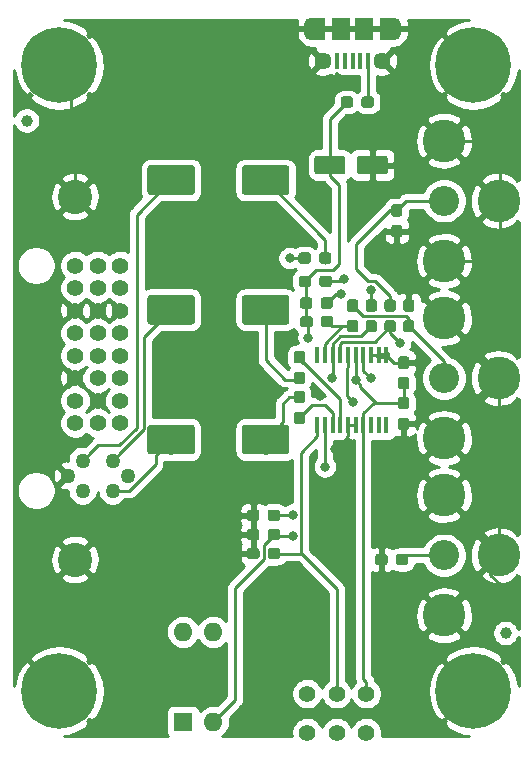
<source format=gtl>
G04 #@! TF.GenerationSoftware,KiCad,Pcbnew,(5.1.0)-1*
G04 #@! TF.CreationDate,2019-05-24T23:27:08-04:00*
G04 #@! TF.ProjectId,comp2dvi2,636f6d70-3264-4766-9932-2e6b69636164,rev?*
G04 #@! TF.SameCoordinates,PX528a7e4PY5879c7c*
G04 #@! TF.FileFunction,Copper,L1,Top*
G04 #@! TF.FilePolarity,Positive*
%FSLAX46Y46*%
G04 Gerber Fmt 4.6, Leading zero omitted, Abs format (unit mm)*
G04 Created by KiCad (PCBNEW (5.1.0)-1) date 2019-05-24 23:27:08*
%MOMM*%
%LPD*%
G04 APERTURE LIST*
%ADD10C,6.400000*%
%ADD11C,0.800000*%
%ADD12C,1.000000*%
%ADD13R,0.450000X1.450000*%
%ADD14O,1.600000X1.600000*%
%ADD15R,1.600000X1.600000*%
%ADD16R,1.200000X1.900000*%
%ADD17O,1.200000X1.900000*%
%ADD18R,1.500000X1.900000*%
%ADD19C,1.450000*%
%ADD20R,0.400000X1.350000*%
%ADD21C,1.408000*%
%ADD22C,0.100000*%
%ADD23C,0.950000*%
%ADD24C,2.550000*%
%ADD25C,3.616000*%
%ADD26C,1.600000*%
%ADD27C,2.500000*%
%ADD28C,1.397000*%
%ADD29C,1.270000*%
%ADD30C,2.895600*%
%ADD31C,0.250000*%
%ADD32C,0.254000*%
G04 APERTURE END LIST*
D10*
X-16391500Y-25674500D03*
D11*
X-13991500Y-25674500D03*
X-14694444Y-27371556D03*
X-16391500Y-28074500D03*
X-18088556Y-27371556D03*
X-18791500Y-25674500D03*
X-18088556Y-23977444D03*
X-16391500Y-23274500D03*
X-14694444Y-23977444D03*
X-14694444Y29022556D03*
X-16391500Y29725500D03*
X-18088556Y29022556D03*
X-18791500Y27325500D03*
X-18088556Y25628444D03*
X-16391500Y24925500D03*
X-14694444Y25628444D03*
X-13991500Y27325500D03*
D10*
X-16391500Y27325500D03*
X18677500Y27325500D03*
D11*
X21077500Y27325500D03*
X20374556Y25628444D03*
X18677500Y24925500D03*
X16980444Y25628444D03*
X16277500Y27325500D03*
X16980444Y29022556D03*
X18677500Y29725500D03*
X20374556Y29022556D03*
X20374556Y-23977444D03*
X18677500Y-23274500D03*
X16980444Y-23977444D03*
X16277500Y-25674500D03*
X16980444Y-27371556D03*
X18677500Y-28074500D03*
X20374556Y-27371556D03*
X21077500Y-25674500D03*
D10*
X18677500Y-25674500D03*
D12*
X21399500Y-20764500D03*
X-19141500Y22625500D03*
D13*
X11307000Y2759500D03*
X10657000Y2759500D03*
X10007000Y2759500D03*
X9357000Y2759500D03*
X8707000Y2759500D03*
X8057000Y2759500D03*
X7407000Y2759500D03*
X6757000Y2759500D03*
X6107000Y2759500D03*
X5457000Y2759500D03*
X5457000Y-3140500D03*
X6107000Y-3140500D03*
X6757000Y-3140500D03*
X7407000Y-3140500D03*
X8057000Y-3140500D03*
X8707000Y-3140500D03*
X9357000Y-3140500D03*
X10007000Y-3140500D03*
X10657000Y-3140500D03*
X11307000Y-3140500D03*
D14*
X-5905500Y-20662900D03*
X-3365500Y-28282900D03*
X-3365500Y-20662900D03*
D15*
X-5905500Y-28282900D03*
D16*
X11345500Y30384000D03*
X5545500Y30384000D03*
D17*
X4945500Y30384000D03*
X11945500Y30384000D03*
D18*
X9445500Y30384000D03*
D19*
X5945500Y27684000D03*
D20*
X8445500Y27684000D03*
X7795500Y27684000D03*
X7145500Y27684000D03*
X9745500Y27684000D03*
X9095500Y27684000D03*
D19*
X10945500Y27684000D03*
D18*
X7445500Y30384000D03*
D21*
X4599300Y-25895500D03*
X7099300Y-25895500D03*
X9599300Y-25895500D03*
X9599300Y-29195500D03*
X7099300Y-29195500D03*
X4599300Y-29195500D03*
D22*
G36*
X2098879Y-13559644D02*
G01*
X2121934Y-13563063D01*
X2144543Y-13568727D01*
X2166487Y-13576579D01*
X2187557Y-13586544D01*
X2207548Y-13598526D01*
X2226268Y-13612410D01*
X2243538Y-13628062D01*
X2259190Y-13645332D01*
X2273074Y-13664052D01*
X2285056Y-13684043D01*
X2295021Y-13705113D01*
X2302873Y-13727057D01*
X2308537Y-13749666D01*
X2311956Y-13772721D01*
X2313100Y-13796000D01*
X2313100Y-14271000D01*
X2311956Y-14294279D01*
X2308537Y-14317334D01*
X2302873Y-14339943D01*
X2295021Y-14361887D01*
X2285056Y-14382957D01*
X2273074Y-14402948D01*
X2259190Y-14421668D01*
X2243538Y-14438938D01*
X2226268Y-14454590D01*
X2207548Y-14468474D01*
X2187557Y-14480456D01*
X2166487Y-14490421D01*
X2144543Y-14498273D01*
X2121934Y-14503937D01*
X2098879Y-14507356D01*
X2075600Y-14508500D01*
X1500600Y-14508500D01*
X1477321Y-14507356D01*
X1454266Y-14503937D01*
X1431657Y-14498273D01*
X1409713Y-14490421D01*
X1388643Y-14480456D01*
X1368652Y-14468474D01*
X1349932Y-14454590D01*
X1332662Y-14438938D01*
X1317010Y-14421668D01*
X1303126Y-14402948D01*
X1291144Y-14382957D01*
X1281179Y-14361887D01*
X1273327Y-14339943D01*
X1267663Y-14317334D01*
X1264244Y-14294279D01*
X1263100Y-14271000D01*
X1263100Y-13796000D01*
X1264244Y-13772721D01*
X1267663Y-13749666D01*
X1273327Y-13727057D01*
X1281179Y-13705113D01*
X1291144Y-13684043D01*
X1303126Y-13664052D01*
X1317010Y-13645332D01*
X1332662Y-13628062D01*
X1349932Y-13612410D01*
X1368652Y-13598526D01*
X1388643Y-13586544D01*
X1409713Y-13576579D01*
X1431657Y-13568727D01*
X1454266Y-13563063D01*
X1477321Y-13559644D01*
X1500600Y-13558500D01*
X2075600Y-13558500D01*
X2098879Y-13559644D01*
X2098879Y-13559644D01*
G37*
D23*
X1788100Y-14033500D03*
D22*
G36*
X348879Y-13559644D02*
G01*
X371934Y-13563063D01*
X394543Y-13568727D01*
X416487Y-13576579D01*
X437557Y-13586544D01*
X457548Y-13598526D01*
X476268Y-13612410D01*
X493538Y-13628062D01*
X509190Y-13645332D01*
X523074Y-13664052D01*
X535056Y-13684043D01*
X545021Y-13705113D01*
X552873Y-13727057D01*
X558537Y-13749666D01*
X561956Y-13772721D01*
X563100Y-13796000D01*
X563100Y-14271000D01*
X561956Y-14294279D01*
X558537Y-14317334D01*
X552873Y-14339943D01*
X545021Y-14361887D01*
X535056Y-14382957D01*
X523074Y-14402948D01*
X509190Y-14421668D01*
X493538Y-14438938D01*
X476268Y-14454590D01*
X457548Y-14468474D01*
X437557Y-14480456D01*
X416487Y-14490421D01*
X394543Y-14498273D01*
X371934Y-14503937D01*
X348879Y-14507356D01*
X325600Y-14508500D01*
X-249400Y-14508500D01*
X-272679Y-14507356D01*
X-295734Y-14503937D01*
X-318343Y-14498273D01*
X-340287Y-14490421D01*
X-361357Y-14480456D01*
X-381348Y-14468474D01*
X-400068Y-14454590D01*
X-417338Y-14438938D01*
X-432990Y-14421668D01*
X-446874Y-14402948D01*
X-458856Y-14382957D01*
X-468821Y-14361887D01*
X-476673Y-14339943D01*
X-482337Y-14317334D01*
X-485756Y-14294279D01*
X-486900Y-14271000D01*
X-486900Y-13796000D01*
X-485756Y-13772721D01*
X-482337Y-13749666D01*
X-476673Y-13727057D01*
X-468821Y-13705113D01*
X-458856Y-13684043D01*
X-446874Y-13664052D01*
X-432990Y-13645332D01*
X-417338Y-13628062D01*
X-400068Y-13612410D01*
X-381348Y-13598526D01*
X-361357Y-13586544D01*
X-340287Y-13576579D01*
X-318343Y-13568727D01*
X-295734Y-13563063D01*
X-272679Y-13559644D01*
X-249400Y-13558500D01*
X325600Y-13558500D01*
X348879Y-13559644D01*
X348879Y-13559644D01*
G37*
D23*
X38100Y-14033500D03*
D22*
G36*
X2088779Y-11972144D02*
G01*
X2111834Y-11975563D01*
X2134443Y-11981227D01*
X2156387Y-11989079D01*
X2177457Y-11999044D01*
X2197448Y-12011026D01*
X2216168Y-12024910D01*
X2233438Y-12040562D01*
X2249090Y-12057832D01*
X2262974Y-12076552D01*
X2274956Y-12096543D01*
X2284921Y-12117613D01*
X2292773Y-12139557D01*
X2298437Y-12162166D01*
X2301856Y-12185221D01*
X2303000Y-12208500D01*
X2303000Y-12683500D01*
X2301856Y-12706779D01*
X2298437Y-12729834D01*
X2292773Y-12752443D01*
X2284921Y-12774387D01*
X2274956Y-12795457D01*
X2262974Y-12815448D01*
X2249090Y-12834168D01*
X2233438Y-12851438D01*
X2216168Y-12867090D01*
X2197448Y-12880974D01*
X2177457Y-12892956D01*
X2156387Y-12902921D01*
X2134443Y-12910773D01*
X2111834Y-12916437D01*
X2088779Y-12919856D01*
X2065500Y-12921000D01*
X1490500Y-12921000D01*
X1467221Y-12919856D01*
X1444166Y-12916437D01*
X1421557Y-12910773D01*
X1399613Y-12902921D01*
X1378543Y-12892956D01*
X1358552Y-12880974D01*
X1339832Y-12867090D01*
X1322562Y-12851438D01*
X1306910Y-12834168D01*
X1293026Y-12815448D01*
X1281044Y-12795457D01*
X1271079Y-12774387D01*
X1263227Y-12752443D01*
X1257563Y-12729834D01*
X1254144Y-12706779D01*
X1253000Y-12683500D01*
X1253000Y-12208500D01*
X1254144Y-12185221D01*
X1257563Y-12162166D01*
X1263227Y-12139557D01*
X1271079Y-12117613D01*
X1281044Y-12096543D01*
X1293026Y-12076552D01*
X1306910Y-12057832D01*
X1322562Y-12040562D01*
X1339832Y-12024910D01*
X1358552Y-12011026D01*
X1378543Y-11999044D01*
X1399613Y-11989079D01*
X1421557Y-11981227D01*
X1444166Y-11975563D01*
X1467221Y-11972144D01*
X1490500Y-11971000D01*
X2065500Y-11971000D01*
X2088779Y-11972144D01*
X2088779Y-11972144D01*
G37*
D23*
X1778000Y-12446000D03*
D22*
G36*
X338779Y-11972144D02*
G01*
X361834Y-11975563D01*
X384443Y-11981227D01*
X406387Y-11989079D01*
X427457Y-11999044D01*
X447448Y-12011026D01*
X466168Y-12024910D01*
X483438Y-12040562D01*
X499090Y-12057832D01*
X512974Y-12076552D01*
X524956Y-12096543D01*
X534921Y-12117613D01*
X542773Y-12139557D01*
X548437Y-12162166D01*
X551856Y-12185221D01*
X553000Y-12208500D01*
X553000Y-12683500D01*
X551856Y-12706779D01*
X548437Y-12729834D01*
X542773Y-12752443D01*
X534921Y-12774387D01*
X524956Y-12795457D01*
X512974Y-12815448D01*
X499090Y-12834168D01*
X483438Y-12851438D01*
X466168Y-12867090D01*
X447448Y-12880974D01*
X427457Y-12892956D01*
X406387Y-12902921D01*
X384443Y-12910773D01*
X361834Y-12916437D01*
X338779Y-12919856D01*
X315500Y-12921000D01*
X-259500Y-12921000D01*
X-282779Y-12919856D01*
X-305834Y-12916437D01*
X-328443Y-12910773D01*
X-350387Y-12902921D01*
X-371457Y-12892956D01*
X-391448Y-12880974D01*
X-410168Y-12867090D01*
X-427438Y-12851438D01*
X-443090Y-12834168D01*
X-456974Y-12815448D01*
X-468956Y-12795457D01*
X-478921Y-12774387D01*
X-486773Y-12752443D01*
X-492437Y-12729834D01*
X-495856Y-12706779D01*
X-497000Y-12683500D01*
X-497000Y-12208500D01*
X-495856Y-12185221D01*
X-492437Y-12162166D01*
X-486773Y-12139557D01*
X-478921Y-12117613D01*
X-468956Y-12096543D01*
X-456974Y-12076552D01*
X-443090Y-12057832D01*
X-427438Y-12040562D01*
X-410168Y-12024910D01*
X-391448Y-12011026D01*
X-371457Y-11999044D01*
X-350387Y-11989079D01*
X-328443Y-11981227D01*
X-305834Y-11975563D01*
X-282779Y-11972144D01*
X-259500Y-11971000D01*
X315500Y-11971000D01*
X338779Y-11972144D01*
X338779Y-11972144D01*
G37*
D23*
X28000Y-12446000D03*
D22*
G36*
X2088779Y-10321144D02*
G01*
X2111834Y-10324563D01*
X2134443Y-10330227D01*
X2156387Y-10338079D01*
X2177457Y-10348044D01*
X2197448Y-10360026D01*
X2216168Y-10373910D01*
X2233438Y-10389562D01*
X2249090Y-10406832D01*
X2262974Y-10425552D01*
X2274956Y-10445543D01*
X2284921Y-10466613D01*
X2292773Y-10488557D01*
X2298437Y-10511166D01*
X2301856Y-10534221D01*
X2303000Y-10557500D01*
X2303000Y-11032500D01*
X2301856Y-11055779D01*
X2298437Y-11078834D01*
X2292773Y-11101443D01*
X2284921Y-11123387D01*
X2274956Y-11144457D01*
X2262974Y-11164448D01*
X2249090Y-11183168D01*
X2233438Y-11200438D01*
X2216168Y-11216090D01*
X2197448Y-11229974D01*
X2177457Y-11241956D01*
X2156387Y-11251921D01*
X2134443Y-11259773D01*
X2111834Y-11265437D01*
X2088779Y-11268856D01*
X2065500Y-11270000D01*
X1490500Y-11270000D01*
X1467221Y-11268856D01*
X1444166Y-11265437D01*
X1421557Y-11259773D01*
X1399613Y-11251921D01*
X1378543Y-11241956D01*
X1358552Y-11229974D01*
X1339832Y-11216090D01*
X1322562Y-11200438D01*
X1306910Y-11183168D01*
X1293026Y-11164448D01*
X1281044Y-11144457D01*
X1271079Y-11123387D01*
X1263227Y-11101443D01*
X1257563Y-11078834D01*
X1254144Y-11055779D01*
X1253000Y-11032500D01*
X1253000Y-10557500D01*
X1254144Y-10534221D01*
X1257563Y-10511166D01*
X1263227Y-10488557D01*
X1271079Y-10466613D01*
X1281044Y-10445543D01*
X1293026Y-10425552D01*
X1306910Y-10406832D01*
X1322562Y-10389562D01*
X1339832Y-10373910D01*
X1358552Y-10360026D01*
X1378543Y-10348044D01*
X1399613Y-10338079D01*
X1421557Y-10330227D01*
X1444166Y-10324563D01*
X1467221Y-10321144D01*
X1490500Y-10320000D01*
X2065500Y-10320000D01*
X2088779Y-10321144D01*
X2088779Y-10321144D01*
G37*
D23*
X1778000Y-10795000D03*
D22*
G36*
X338779Y-10321144D02*
G01*
X361834Y-10324563D01*
X384443Y-10330227D01*
X406387Y-10338079D01*
X427457Y-10348044D01*
X447448Y-10360026D01*
X466168Y-10373910D01*
X483438Y-10389562D01*
X499090Y-10406832D01*
X512974Y-10425552D01*
X524956Y-10445543D01*
X534921Y-10466613D01*
X542773Y-10488557D01*
X548437Y-10511166D01*
X551856Y-10534221D01*
X553000Y-10557500D01*
X553000Y-11032500D01*
X551856Y-11055779D01*
X548437Y-11078834D01*
X542773Y-11101443D01*
X534921Y-11123387D01*
X524956Y-11144457D01*
X512974Y-11164448D01*
X499090Y-11183168D01*
X483438Y-11200438D01*
X466168Y-11216090D01*
X447448Y-11229974D01*
X427457Y-11241956D01*
X406387Y-11251921D01*
X384443Y-11259773D01*
X361834Y-11265437D01*
X338779Y-11268856D01*
X315500Y-11270000D01*
X-259500Y-11270000D01*
X-282779Y-11268856D01*
X-305834Y-11265437D01*
X-328443Y-11259773D01*
X-350387Y-11251921D01*
X-371457Y-11241956D01*
X-391448Y-11229974D01*
X-410168Y-11216090D01*
X-427438Y-11200438D01*
X-443090Y-11183168D01*
X-456974Y-11164448D01*
X-468956Y-11144457D01*
X-478921Y-11123387D01*
X-486773Y-11101443D01*
X-492437Y-11078834D01*
X-495856Y-11055779D01*
X-497000Y-11032500D01*
X-497000Y-10557500D01*
X-495856Y-10534221D01*
X-492437Y-10511166D01*
X-486773Y-10488557D01*
X-478921Y-10466613D01*
X-468956Y-10445543D01*
X-456974Y-10425552D01*
X-443090Y-10406832D01*
X-427438Y-10389562D01*
X-410168Y-10373910D01*
X-391448Y-10360026D01*
X-371457Y-10348044D01*
X-350387Y-10338079D01*
X-328443Y-10330227D01*
X-305834Y-10324563D01*
X-282779Y-10321144D01*
X-259500Y-10320000D01*
X315500Y-10320000D01*
X338779Y-10321144D01*
X338779Y-10321144D01*
G37*
D23*
X28000Y-10795000D03*
D24*
X16184500Y-14174500D03*
D25*
X16184500Y-19262500D03*
X16184500Y-9086500D03*
X20804500Y-14174500D03*
D22*
G36*
X4692279Y11459356D02*
G01*
X4715334Y11455937D01*
X4737943Y11450273D01*
X4759887Y11442421D01*
X4780957Y11432456D01*
X4800948Y11420474D01*
X4819668Y11406590D01*
X4836938Y11390938D01*
X4852590Y11373668D01*
X4866474Y11354948D01*
X4878456Y11334957D01*
X4888421Y11313887D01*
X4896273Y11291943D01*
X4901937Y11269334D01*
X4905356Y11246279D01*
X4906500Y11223000D01*
X4906500Y10748000D01*
X4905356Y10724721D01*
X4901937Y10701666D01*
X4896273Y10679057D01*
X4888421Y10657113D01*
X4878456Y10636043D01*
X4866474Y10616052D01*
X4852590Y10597332D01*
X4836938Y10580062D01*
X4819668Y10564410D01*
X4800948Y10550526D01*
X4780957Y10538544D01*
X4759887Y10528579D01*
X4737943Y10520727D01*
X4715334Y10515063D01*
X4692279Y10511644D01*
X4669000Y10510500D01*
X4094000Y10510500D01*
X4070721Y10511644D01*
X4047666Y10515063D01*
X4025057Y10520727D01*
X4003113Y10528579D01*
X3982043Y10538544D01*
X3962052Y10550526D01*
X3943332Y10564410D01*
X3926062Y10580062D01*
X3910410Y10597332D01*
X3896526Y10616052D01*
X3884544Y10636043D01*
X3874579Y10657113D01*
X3866727Y10679057D01*
X3861063Y10701666D01*
X3857644Y10724721D01*
X3856500Y10748000D01*
X3856500Y11223000D01*
X3857644Y11246279D01*
X3861063Y11269334D01*
X3866727Y11291943D01*
X3874579Y11313887D01*
X3884544Y11334957D01*
X3896526Y11354948D01*
X3910410Y11373668D01*
X3926062Y11390938D01*
X3943332Y11406590D01*
X3962052Y11420474D01*
X3982043Y11432456D01*
X4003113Y11442421D01*
X4025057Y11450273D01*
X4047666Y11455937D01*
X4070721Y11459356D01*
X4094000Y11460500D01*
X4669000Y11460500D01*
X4692279Y11459356D01*
X4692279Y11459356D01*
G37*
D23*
X4381500Y10985500D03*
D22*
G36*
X6442279Y11459356D02*
G01*
X6465334Y11455937D01*
X6487943Y11450273D01*
X6509887Y11442421D01*
X6530957Y11432456D01*
X6550948Y11420474D01*
X6569668Y11406590D01*
X6586938Y11390938D01*
X6602590Y11373668D01*
X6616474Y11354948D01*
X6628456Y11334957D01*
X6638421Y11313887D01*
X6646273Y11291943D01*
X6651937Y11269334D01*
X6655356Y11246279D01*
X6656500Y11223000D01*
X6656500Y10748000D01*
X6655356Y10724721D01*
X6651937Y10701666D01*
X6646273Y10679057D01*
X6638421Y10657113D01*
X6628456Y10636043D01*
X6616474Y10616052D01*
X6602590Y10597332D01*
X6586938Y10580062D01*
X6569668Y10564410D01*
X6550948Y10550526D01*
X6530957Y10538544D01*
X6509887Y10528579D01*
X6487943Y10520727D01*
X6465334Y10515063D01*
X6442279Y10511644D01*
X6419000Y10510500D01*
X5844000Y10510500D01*
X5820721Y10511644D01*
X5797666Y10515063D01*
X5775057Y10520727D01*
X5753113Y10528579D01*
X5732043Y10538544D01*
X5712052Y10550526D01*
X5693332Y10564410D01*
X5676062Y10580062D01*
X5660410Y10597332D01*
X5646526Y10616052D01*
X5634544Y10636043D01*
X5624579Y10657113D01*
X5616727Y10679057D01*
X5611063Y10701666D01*
X5607644Y10724721D01*
X5606500Y10748000D01*
X5606500Y11223000D01*
X5607644Y11246279D01*
X5611063Y11269334D01*
X5616727Y11291943D01*
X5624579Y11313887D01*
X5634544Y11334957D01*
X5646526Y11354948D01*
X5660410Y11373668D01*
X5676062Y11390938D01*
X5693332Y11406590D01*
X5712052Y11420474D01*
X5732043Y11432456D01*
X5753113Y11442421D01*
X5775057Y11450273D01*
X5797666Y11455937D01*
X5820721Y11459356D01*
X5844000Y11460500D01*
X6419000Y11460500D01*
X6442279Y11459356D01*
X6442279Y11459356D01*
G37*
D23*
X6131500Y10985500D03*
D22*
G36*
X4197779Y1363356D02*
G01*
X4220834Y1359937D01*
X4243443Y1354273D01*
X4265387Y1346421D01*
X4286457Y1336456D01*
X4306448Y1324474D01*
X4325168Y1310590D01*
X4342438Y1294938D01*
X4358090Y1277668D01*
X4371974Y1258948D01*
X4383956Y1238957D01*
X4393921Y1217887D01*
X4401773Y1195943D01*
X4407437Y1173334D01*
X4410856Y1150279D01*
X4412000Y1127000D01*
X4412000Y552000D01*
X4410856Y528721D01*
X4407437Y505666D01*
X4401773Y483057D01*
X4393921Y461113D01*
X4383956Y440043D01*
X4371974Y420052D01*
X4358090Y401332D01*
X4342438Y384062D01*
X4325168Y368410D01*
X4306448Y354526D01*
X4286457Y342544D01*
X4265387Y332579D01*
X4243443Y324727D01*
X4220834Y319063D01*
X4197779Y315644D01*
X4174500Y314500D01*
X3699500Y314500D01*
X3676221Y315644D01*
X3653166Y319063D01*
X3630557Y324727D01*
X3608613Y332579D01*
X3587543Y342544D01*
X3567552Y354526D01*
X3548832Y368410D01*
X3531562Y384062D01*
X3515910Y401332D01*
X3502026Y420052D01*
X3490044Y440043D01*
X3480079Y461113D01*
X3472227Y483057D01*
X3466563Y505666D01*
X3463144Y528721D01*
X3462000Y552000D01*
X3462000Y1127000D01*
X3463144Y1150279D01*
X3466563Y1173334D01*
X3472227Y1195943D01*
X3480079Y1217887D01*
X3490044Y1238957D01*
X3502026Y1258948D01*
X3515910Y1277668D01*
X3531562Y1294938D01*
X3548832Y1310590D01*
X3567552Y1324474D01*
X3587543Y1336456D01*
X3608613Y1346421D01*
X3630557Y1354273D01*
X3653166Y1359937D01*
X3676221Y1363356D01*
X3699500Y1364500D01*
X4174500Y1364500D01*
X4197779Y1363356D01*
X4197779Y1363356D01*
G37*
D23*
X3937000Y839500D03*
D22*
G36*
X4197779Y3113356D02*
G01*
X4220834Y3109937D01*
X4243443Y3104273D01*
X4265387Y3096421D01*
X4286457Y3086456D01*
X4306448Y3074474D01*
X4325168Y3060590D01*
X4342438Y3044938D01*
X4358090Y3027668D01*
X4371974Y3008948D01*
X4383956Y2988957D01*
X4393921Y2967887D01*
X4401773Y2945943D01*
X4407437Y2923334D01*
X4410856Y2900279D01*
X4412000Y2877000D01*
X4412000Y2302000D01*
X4410856Y2278721D01*
X4407437Y2255666D01*
X4401773Y2233057D01*
X4393921Y2211113D01*
X4383956Y2190043D01*
X4371974Y2170052D01*
X4358090Y2151332D01*
X4342438Y2134062D01*
X4325168Y2118410D01*
X4306448Y2104526D01*
X4286457Y2092544D01*
X4265387Y2082579D01*
X4243443Y2074727D01*
X4220834Y2069063D01*
X4197779Y2065644D01*
X4174500Y2064500D01*
X3699500Y2064500D01*
X3676221Y2065644D01*
X3653166Y2069063D01*
X3630557Y2074727D01*
X3608613Y2082579D01*
X3587543Y2092544D01*
X3567552Y2104526D01*
X3548832Y2118410D01*
X3531562Y2134062D01*
X3515910Y2151332D01*
X3502026Y2170052D01*
X3490044Y2190043D01*
X3480079Y2211113D01*
X3472227Y2233057D01*
X3466563Y2255666D01*
X3463144Y2278721D01*
X3462000Y2302000D01*
X3462000Y2877000D01*
X3463144Y2900279D01*
X3466563Y2923334D01*
X3472227Y2945943D01*
X3480079Y2967887D01*
X3490044Y2988957D01*
X3502026Y3008948D01*
X3515910Y3027668D01*
X3531562Y3044938D01*
X3548832Y3060590D01*
X3567552Y3074474D01*
X3587543Y3086456D01*
X3608613Y3096421D01*
X3630557Y3104273D01*
X3653166Y3109937D01*
X3676221Y3113356D01*
X3699500Y3114500D01*
X4174500Y3114500D01*
X4197779Y3113356D01*
X4197779Y3113356D01*
G37*
D23*
X3937000Y2589500D03*
D22*
G36*
X11881279Y5730856D02*
G01*
X11904334Y5727437D01*
X11926943Y5721773D01*
X11948887Y5713921D01*
X11969957Y5703956D01*
X11989948Y5691974D01*
X12008668Y5678090D01*
X12025938Y5662438D01*
X12041590Y5645168D01*
X12055474Y5626448D01*
X12067456Y5606457D01*
X12077421Y5585387D01*
X12085273Y5563443D01*
X12090937Y5540834D01*
X12094356Y5517779D01*
X12095500Y5494500D01*
X12095500Y4919500D01*
X12094356Y4896221D01*
X12090937Y4873166D01*
X12085273Y4850557D01*
X12077421Y4828613D01*
X12067456Y4807543D01*
X12055474Y4787552D01*
X12041590Y4768832D01*
X12025938Y4751562D01*
X12008668Y4735910D01*
X11989948Y4722026D01*
X11969957Y4710044D01*
X11948887Y4700079D01*
X11926943Y4692227D01*
X11904334Y4686563D01*
X11881279Y4683144D01*
X11858000Y4682000D01*
X11383000Y4682000D01*
X11359721Y4683144D01*
X11336666Y4686563D01*
X11314057Y4692227D01*
X11292113Y4700079D01*
X11271043Y4710044D01*
X11251052Y4722026D01*
X11232332Y4735910D01*
X11215062Y4751562D01*
X11199410Y4768832D01*
X11185526Y4787552D01*
X11173544Y4807543D01*
X11163579Y4828613D01*
X11155727Y4850557D01*
X11150063Y4873166D01*
X11146644Y4896221D01*
X11145500Y4919500D01*
X11145500Y5494500D01*
X11146644Y5517779D01*
X11150063Y5540834D01*
X11155727Y5563443D01*
X11163579Y5585387D01*
X11173544Y5606457D01*
X11185526Y5626448D01*
X11199410Y5645168D01*
X11215062Y5662438D01*
X11232332Y5678090D01*
X11251052Y5691974D01*
X11271043Y5703956D01*
X11292113Y5713921D01*
X11314057Y5721773D01*
X11336666Y5727437D01*
X11359721Y5730856D01*
X11383000Y5732000D01*
X11858000Y5732000D01*
X11881279Y5730856D01*
X11881279Y5730856D01*
G37*
D23*
X11620500Y5207000D03*
D22*
G36*
X11881279Y7480856D02*
G01*
X11904334Y7477437D01*
X11926943Y7471773D01*
X11948887Y7463921D01*
X11969957Y7453956D01*
X11989948Y7441974D01*
X12008668Y7428090D01*
X12025938Y7412438D01*
X12041590Y7395168D01*
X12055474Y7376448D01*
X12067456Y7356457D01*
X12077421Y7335387D01*
X12085273Y7313443D01*
X12090937Y7290834D01*
X12094356Y7267779D01*
X12095500Y7244500D01*
X12095500Y6669500D01*
X12094356Y6646221D01*
X12090937Y6623166D01*
X12085273Y6600557D01*
X12077421Y6578613D01*
X12067456Y6557543D01*
X12055474Y6537552D01*
X12041590Y6518832D01*
X12025938Y6501562D01*
X12008668Y6485910D01*
X11989948Y6472026D01*
X11969957Y6460044D01*
X11948887Y6450079D01*
X11926943Y6442227D01*
X11904334Y6436563D01*
X11881279Y6433144D01*
X11858000Y6432000D01*
X11383000Y6432000D01*
X11359721Y6433144D01*
X11336666Y6436563D01*
X11314057Y6442227D01*
X11292113Y6450079D01*
X11271043Y6460044D01*
X11251052Y6472026D01*
X11232332Y6485910D01*
X11215062Y6501562D01*
X11199410Y6518832D01*
X11185526Y6537552D01*
X11173544Y6557543D01*
X11163579Y6578613D01*
X11155727Y6600557D01*
X11150063Y6623166D01*
X11146644Y6646221D01*
X11145500Y6669500D01*
X11145500Y7244500D01*
X11146644Y7267779D01*
X11150063Y7290834D01*
X11155727Y7313443D01*
X11163579Y7335387D01*
X11173544Y7356457D01*
X11185526Y7376448D01*
X11199410Y7395168D01*
X11215062Y7412438D01*
X11232332Y7428090D01*
X11251052Y7441974D01*
X11271043Y7453956D01*
X11292113Y7463921D01*
X11314057Y7471773D01*
X11336666Y7477437D01*
X11359721Y7480856D01*
X11383000Y7482000D01*
X11858000Y7482000D01*
X11881279Y7480856D01*
X11881279Y7480856D01*
G37*
D23*
X11620500Y6957000D03*
D22*
G36*
X10293779Y7480856D02*
G01*
X10316834Y7477437D01*
X10339443Y7471773D01*
X10361387Y7463921D01*
X10382457Y7453956D01*
X10402448Y7441974D01*
X10421168Y7428090D01*
X10438438Y7412438D01*
X10454090Y7395168D01*
X10467974Y7376448D01*
X10479956Y7356457D01*
X10489921Y7335387D01*
X10497773Y7313443D01*
X10503437Y7290834D01*
X10506856Y7267779D01*
X10508000Y7244500D01*
X10508000Y6669500D01*
X10506856Y6646221D01*
X10503437Y6623166D01*
X10497773Y6600557D01*
X10489921Y6578613D01*
X10479956Y6557543D01*
X10467974Y6537552D01*
X10454090Y6518832D01*
X10438438Y6501562D01*
X10421168Y6485910D01*
X10402448Y6472026D01*
X10382457Y6460044D01*
X10361387Y6450079D01*
X10339443Y6442227D01*
X10316834Y6436563D01*
X10293779Y6433144D01*
X10270500Y6432000D01*
X9795500Y6432000D01*
X9772221Y6433144D01*
X9749166Y6436563D01*
X9726557Y6442227D01*
X9704613Y6450079D01*
X9683543Y6460044D01*
X9663552Y6472026D01*
X9644832Y6485910D01*
X9627562Y6501562D01*
X9611910Y6518832D01*
X9598026Y6537552D01*
X9586044Y6557543D01*
X9576079Y6578613D01*
X9568227Y6600557D01*
X9562563Y6623166D01*
X9559144Y6646221D01*
X9558000Y6669500D01*
X9558000Y7244500D01*
X9559144Y7267779D01*
X9562563Y7290834D01*
X9568227Y7313443D01*
X9576079Y7335387D01*
X9586044Y7356457D01*
X9598026Y7376448D01*
X9611910Y7395168D01*
X9627562Y7412438D01*
X9644832Y7428090D01*
X9663552Y7441974D01*
X9683543Y7453956D01*
X9704613Y7463921D01*
X9726557Y7471773D01*
X9749166Y7477437D01*
X9772221Y7480856D01*
X9795500Y7482000D01*
X10270500Y7482000D01*
X10293779Y7480856D01*
X10293779Y7480856D01*
G37*
D23*
X10033000Y6957000D03*
D22*
G36*
X10293779Y5730856D02*
G01*
X10316834Y5727437D01*
X10339443Y5721773D01*
X10361387Y5713921D01*
X10382457Y5703956D01*
X10402448Y5691974D01*
X10421168Y5678090D01*
X10438438Y5662438D01*
X10454090Y5645168D01*
X10467974Y5626448D01*
X10479956Y5606457D01*
X10489921Y5585387D01*
X10497773Y5563443D01*
X10503437Y5540834D01*
X10506856Y5517779D01*
X10508000Y5494500D01*
X10508000Y4919500D01*
X10506856Y4896221D01*
X10503437Y4873166D01*
X10497773Y4850557D01*
X10489921Y4828613D01*
X10479956Y4807543D01*
X10467974Y4787552D01*
X10454090Y4768832D01*
X10438438Y4751562D01*
X10421168Y4735910D01*
X10402448Y4722026D01*
X10382457Y4710044D01*
X10361387Y4700079D01*
X10339443Y4692227D01*
X10316834Y4686563D01*
X10293779Y4683144D01*
X10270500Y4682000D01*
X9795500Y4682000D01*
X9772221Y4683144D01*
X9749166Y4686563D01*
X9726557Y4692227D01*
X9704613Y4700079D01*
X9683543Y4710044D01*
X9663552Y4722026D01*
X9644832Y4735910D01*
X9627562Y4751562D01*
X9611910Y4768832D01*
X9598026Y4787552D01*
X9586044Y4807543D01*
X9576079Y4828613D01*
X9568227Y4850557D01*
X9562563Y4873166D01*
X9559144Y4896221D01*
X9558000Y4919500D01*
X9558000Y5494500D01*
X9559144Y5517779D01*
X9562563Y5540834D01*
X9568227Y5563443D01*
X9576079Y5585387D01*
X9586044Y5606457D01*
X9598026Y5626448D01*
X9611910Y5645168D01*
X9627562Y5662438D01*
X9644832Y5678090D01*
X9663552Y5691974D01*
X9683543Y5703956D01*
X9704613Y5713921D01*
X9726557Y5721773D01*
X9749166Y5727437D01*
X9772221Y5730856D01*
X9795500Y5732000D01*
X10270500Y5732000D01*
X10293779Y5730856D01*
X10293779Y5730856D01*
G37*
D23*
X10033000Y5207000D03*
D22*
G36*
X8706279Y5730856D02*
G01*
X8729334Y5727437D01*
X8751943Y5721773D01*
X8773887Y5713921D01*
X8794957Y5703956D01*
X8814948Y5691974D01*
X8833668Y5678090D01*
X8850938Y5662438D01*
X8866590Y5645168D01*
X8880474Y5626448D01*
X8892456Y5606457D01*
X8902421Y5585387D01*
X8910273Y5563443D01*
X8915937Y5540834D01*
X8919356Y5517779D01*
X8920500Y5494500D01*
X8920500Y4919500D01*
X8919356Y4896221D01*
X8915937Y4873166D01*
X8910273Y4850557D01*
X8902421Y4828613D01*
X8892456Y4807543D01*
X8880474Y4787552D01*
X8866590Y4768832D01*
X8850938Y4751562D01*
X8833668Y4735910D01*
X8814948Y4722026D01*
X8794957Y4710044D01*
X8773887Y4700079D01*
X8751943Y4692227D01*
X8729334Y4686563D01*
X8706279Y4683144D01*
X8683000Y4682000D01*
X8208000Y4682000D01*
X8184721Y4683144D01*
X8161666Y4686563D01*
X8139057Y4692227D01*
X8117113Y4700079D01*
X8096043Y4710044D01*
X8076052Y4722026D01*
X8057332Y4735910D01*
X8040062Y4751562D01*
X8024410Y4768832D01*
X8010526Y4787552D01*
X7998544Y4807543D01*
X7988579Y4828613D01*
X7980727Y4850557D01*
X7975063Y4873166D01*
X7971644Y4896221D01*
X7970500Y4919500D01*
X7970500Y5494500D01*
X7971644Y5517779D01*
X7975063Y5540834D01*
X7980727Y5563443D01*
X7988579Y5585387D01*
X7998544Y5606457D01*
X8010526Y5626448D01*
X8024410Y5645168D01*
X8040062Y5662438D01*
X8057332Y5678090D01*
X8076052Y5691974D01*
X8096043Y5703956D01*
X8117113Y5713921D01*
X8139057Y5721773D01*
X8161666Y5727437D01*
X8184721Y5730856D01*
X8208000Y5732000D01*
X8683000Y5732000D01*
X8706279Y5730856D01*
X8706279Y5730856D01*
G37*
D23*
X8445500Y5207000D03*
D22*
G36*
X8706279Y7480856D02*
G01*
X8729334Y7477437D01*
X8751943Y7471773D01*
X8773887Y7463921D01*
X8794957Y7453956D01*
X8814948Y7441974D01*
X8833668Y7428090D01*
X8850938Y7412438D01*
X8866590Y7395168D01*
X8880474Y7376448D01*
X8892456Y7356457D01*
X8902421Y7335387D01*
X8910273Y7313443D01*
X8915937Y7290834D01*
X8919356Y7267779D01*
X8920500Y7244500D01*
X8920500Y6669500D01*
X8919356Y6646221D01*
X8915937Y6623166D01*
X8910273Y6600557D01*
X8902421Y6578613D01*
X8892456Y6557543D01*
X8880474Y6537552D01*
X8866590Y6518832D01*
X8850938Y6501562D01*
X8833668Y6485910D01*
X8814948Y6472026D01*
X8794957Y6460044D01*
X8773887Y6450079D01*
X8751943Y6442227D01*
X8729334Y6436563D01*
X8706279Y6433144D01*
X8683000Y6432000D01*
X8208000Y6432000D01*
X8184721Y6433144D01*
X8161666Y6436563D01*
X8139057Y6442227D01*
X8117113Y6450079D01*
X8096043Y6460044D01*
X8076052Y6472026D01*
X8057332Y6485910D01*
X8040062Y6501562D01*
X8024410Y6518832D01*
X8010526Y6537552D01*
X7998544Y6557543D01*
X7988579Y6578613D01*
X7980727Y6600557D01*
X7975063Y6623166D01*
X7971644Y6646221D01*
X7970500Y6669500D01*
X7970500Y7244500D01*
X7971644Y7267779D01*
X7975063Y7290834D01*
X7980727Y7313443D01*
X7988579Y7335387D01*
X7998544Y7356457D01*
X8010526Y7376448D01*
X8024410Y7395168D01*
X8040062Y7412438D01*
X8057332Y7428090D01*
X8076052Y7441974D01*
X8096043Y7453956D01*
X8117113Y7463921D01*
X8139057Y7471773D01*
X8161666Y7477437D01*
X8184721Y7480856D01*
X8208000Y7482000D01*
X8683000Y7482000D01*
X8706279Y7480856D01*
X8706279Y7480856D01*
G37*
D23*
X8445500Y6957000D03*
D22*
G36*
X7593004Y19658296D02*
G01*
X7617273Y19654696D01*
X7641071Y19648735D01*
X7664171Y19640470D01*
X7686349Y19629980D01*
X7707393Y19617367D01*
X7727098Y19602753D01*
X7745277Y19586277D01*
X7761753Y19568098D01*
X7776367Y19548393D01*
X7788980Y19527349D01*
X7799470Y19505171D01*
X7807735Y19482071D01*
X7813696Y19458273D01*
X7817296Y19434004D01*
X7818500Y19409500D01*
X7818500Y18309500D01*
X7817296Y18284996D01*
X7813696Y18260727D01*
X7807735Y18236929D01*
X7799470Y18213829D01*
X7788980Y18191651D01*
X7776367Y18170607D01*
X7761753Y18150902D01*
X7745277Y18132723D01*
X7727098Y18116247D01*
X7707393Y18101633D01*
X7686349Y18089020D01*
X7664171Y18078530D01*
X7641071Y18070265D01*
X7617273Y18064304D01*
X7593004Y18060704D01*
X7568500Y18059500D01*
X5468500Y18059500D01*
X5443996Y18060704D01*
X5419727Y18064304D01*
X5395929Y18070265D01*
X5372829Y18078530D01*
X5350651Y18089020D01*
X5329607Y18101633D01*
X5309902Y18116247D01*
X5291723Y18132723D01*
X5275247Y18150902D01*
X5260633Y18170607D01*
X5248020Y18191651D01*
X5237530Y18213829D01*
X5229265Y18236929D01*
X5223304Y18260727D01*
X5219704Y18284996D01*
X5218500Y18309500D01*
X5218500Y19409500D01*
X5219704Y19434004D01*
X5223304Y19458273D01*
X5229265Y19482071D01*
X5237530Y19505171D01*
X5248020Y19527349D01*
X5260633Y19548393D01*
X5275247Y19568098D01*
X5291723Y19586277D01*
X5309902Y19602753D01*
X5329607Y19617367D01*
X5350651Y19629980D01*
X5372829Y19640470D01*
X5395929Y19648735D01*
X5419727Y19654696D01*
X5443996Y19658296D01*
X5468500Y19659500D01*
X7568500Y19659500D01*
X7593004Y19658296D01*
X7593004Y19658296D01*
G37*
D26*
X6518500Y18859500D03*
D22*
G36*
X11193004Y19658296D02*
G01*
X11217273Y19654696D01*
X11241071Y19648735D01*
X11264171Y19640470D01*
X11286349Y19629980D01*
X11307393Y19617367D01*
X11327098Y19602753D01*
X11345277Y19586277D01*
X11361753Y19568098D01*
X11376367Y19548393D01*
X11388980Y19527349D01*
X11399470Y19505171D01*
X11407735Y19482071D01*
X11413696Y19458273D01*
X11417296Y19434004D01*
X11418500Y19409500D01*
X11418500Y18309500D01*
X11417296Y18284996D01*
X11413696Y18260727D01*
X11407735Y18236929D01*
X11399470Y18213829D01*
X11388980Y18191651D01*
X11376367Y18170607D01*
X11361753Y18150902D01*
X11345277Y18132723D01*
X11327098Y18116247D01*
X11307393Y18101633D01*
X11286349Y18089020D01*
X11264171Y18078530D01*
X11241071Y18070265D01*
X11217273Y18064304D01*
X11193004Y18060704D01*
X11168500Y18059500D01*
X9068500Y18059500D01*
X9043996Y18060704D01*
X9019727Y18064304D01*
X8995929Y18070265D01*
X8972829Y18078530D01*
X8950651Y18089020D01*
X8929607Y18101633D01*
X8909902Y18116247D01*
X8891723Y18132723D01*
X8875247Y18150902D01*
X8860633Y18170607D01*
X8848020Y18191651D01*
X8837530Y18213829D01*
X8829265Y18236929D01*
X8823304Y18260727D01*
X8819704Y18284996D01*
X8818500Y18309500D01*
X8818500Y19409500D01*
X8819704Y19434004D01*
X8823304Y19458273D01*
X8829265Y19482071D01*
X8837530Y19505171D01*
X8848020Y19527349D01*
X8860633Y19548393D01*
X8875247Y19568098D01*
X8891723Y19586277D01*
X8909902Y19602753D01*
X8929607Y19617367D01*
X8950651Y19629980D01*
X8972829Y19640470D01*
X8995929Y19648735D01*
X9019727Y19654696D01*
X9043996Y19658296D01*
X9068500Y19659500D01*
X11168500Y19659500D01*
X11193004Y19658296D01*
X11193004Y19658296D01*
G37*
D26*
X10118500Y18859500D03*
D22*
G36*
X13024279Y904856D02*
G01*
X13047334Y901437D01*
X13069943Y895773D01*
X13091887Y887921D01*
X13112957Y877956D01*
X13132948Y865974D01*
X13151668Y852090D01*
X13168938Y836438D01*
X13184590Y819168D01*
X13198474Y800448D01*
X13210456Y780457D01*
X13220421Y759387D01*
X13228273Y737443D01*
X13233937Y714834D01*
X13237356Y691779D01*
X13238500Y668500D01*
X13238500Y93500D01*
X13237356Y70221D01*
X13233937Y47166D01*
X13228273Y24557D01*
X13220421Y2613D01*
X13210456Y-18457D01*
X13198474Y-38448D01*
X13184590Y-57168D01*
X13168938Y-74438D01*
X13151668Y-90090D01*
X13132948Y-103974D01*
X13112957Y-115956D01*
X13091887Y-125921D01*
X13069943Y-133773D01*
X13047334Y-139437D01*
X13024279Y-142856D01*
X13001000Y-144000D01*
X12526000Y-144000D01*
X12502721Y-142856D01*
X12479666Y-139437D01*
X12457057Y-133773D01*
X12435113Y-125921D01*
X12414043Y-115956D01*
X12394052Y-103974D01*
X12375332Y-90090D01*
X12358062Y-74438D01*
X12342410Y-57168D01*
X12328526Y-38448D01*
X12316544Y-18457D01*
X12306579Y2613D01*
X12298727Y24557D01*
X12293063Y47166D01*
X12289644Y70221D01*
X12288500Y93500D01*
X12288500Y668500D01*
X12289644Y691779D01*
X12293063Y714834D01*
X12298727Y737443D01*
X12306579Y759387D01*
X12316544Y780457D01*
X12328526Y800448D01*
X12342410Y819168D01*
X12358062Y836438D01*
X12375332Y852090D01*
X12394052Y865974D01*
X12414043Y877956D01*
X12435113Y887921D01*
X12457057Y895773D01*
X12479666Y901437D01*
X12502721Y904856D01*
X12526000Y906000D01*
X13001000Y906000D01*
X13024279Y904856D01*
X13024279Y904856D01*
G37*
D23*
X12763500Y381000D03*
D22*
G36*
X13024279Y2654856D02*
G01*
X13047334Y2651437D01*
X13069943Y2645773D01*
X13091887Y2637921D01*
X13112957Y2627956D01*
X13132948Y2615974D01*
X13151668Y2602090D01*
X13168938Y2586438D01*
X13184590Y2569168D01*
X13198474Y2550448D01*
X13210456Y2530457D01*
X13220421Y2509387D01*
X13228273Y2487443D01*
X13233937Y2464834D01*
X13237356Y2441779D01*
X13238500Y2418500D01*
X13238500Y1843500D01*
X13237356Y1820221D01*
X13233937Y1797166D01*
X13228273Y1774557D01*
X13220421Y1752613D01*
X13210456Y1731543D01*
X13198474Y1711552D01*
X13184590Y1692832D01*
X13168938Y1675562D01*
X13151668Y1659910D01*
X13132948Y1646026D01*
X13112957Y1634044D01*
X13091887Y1624079D01*
X13069943Y1616227D01*
X13047334Y1610563D01*
X13024279Y1607144D01*
X13001000Y1606000D01*
X12526000Y1606000D01*
X12502721Y1607144D01*
X12479666Y1610563D01*
X12457057Y1616227D01*
X12435113Y1624079D01*
X12414043Y1634044D01*
X12394052Y1646026D01*
X12375332Y1659910D01*
X12358062Y1675562D01*
X12342410Y1692832D01*
X12328526Y1711552D01*
X12316544Y1731543D01*
X12306579Y1752613D01*
X12298727Y1774557D01*
X12293063Y1797166D01*
X12289644Y1820221D01*
X12288500Y1843500D01*
X12288500Y2418500D01*
X12289644Y2441779D01*
X12293063Y2464834D01*
X12298727Y2487443D01*
X12306579Y2509387D01*
X12316544Y2530457D01*
X12328526Y2550448D01*
X12342410Y2569168D01*
X12358062Y2586438D01*
X12375332Y2602090D01*
X12394052Y2615974D01*
X12414043Y2627956D01*
X12435113Y2637921D01*
X12457057Y2645773D01*
X12479666Y2651437D01*
X12502721Y2654856D01*
X12526000Y2656000D01*
X13001000Y2656000D01*
X13024279Y2654856D01*
X13024279Y2654856D01*
G37*
D23*
X12763500Y2131000D03*
D22*
G36*
X13024279Y-2524144D02*
G01*
X13047334Y-2527563D01*
X13069943Y-2533227D01*
X13091887Y-2541079D01*
X13112957Y-2551044D01*
X13132948Y-2563026D01*
X13151668Y-2576910D01*
X13168938Y-2592562D01*
X13184590Y-2609832D01*
X13198474Y-2628552D01*
X13210456Y-2648543D01*
X13220421Y-2669613D01*
X13228273Y-2691557D01*
X13233937Y-2714166D01*
X13237356Y-2737221D01*
X13238500Y-2760500D01*
X13238500Y-3335500D01*
X13237356Y-3358779D01*
X13233937Y-3381834D01*
X13228273Y-3404443D01*
X13220421Y-3426387D01*
X13210456Y-3447457D01*
X13198474Y-3467448D01*
X13184590Y-3486168D01*
X13168938Y-3503438D01*
X13151668Y-3519090D01*
X13132948Y-3532974D01*
X13112957Y-3544956D01*
X13091887Y-3554921D01*
X13069943Y-3562773D01*
X13047334Y-3568437D01*
X13024279Y-3571856D01*
X13001000Y-3573000D01*
X12526000Y-3573000D01*
X12502721Y-3571856D01*
X12479666Y-3568437D01*
X12457057Y-3562773D01*
X12435113Y-3554921D01*
X12414043Y-3544956D01*
X12394052Y-3532974D01*
X12375332Y-3519090D01*
X12358062Y-3503438D01*
X12342410Y-3486168D01*
X12328526Y-3467448D01*
X12316544Y-3447457D01*
X12306579Y-3426387D01*
X12298727Y-3404443D01*
X12293063Y-3381834D01*
X12289644Y-3358779D01*
X12288500Y-3335500D01*
X12288500Y-2760500D01*
X12289644Y-2737221D01*
X12293063Y-2714166D01*
X12298727Y-2691557D01*
X12306579Y-2669613D01*
X12316544Y-2648543D01*
X12328526Y-2628552D01*
X12342410Y-2609832D01*
X12358062Y-2592562D01*
X12375332Y-2576910D01*
X12394052Y-2563026D01*
X12414043Y-2551044D01*
X12435113Y-2541079D01*
X12457057Y-2533227D01*
X12479666Y-2527563D01*
X12502721Y-2524144D01*
X12526000Y-2523000D01*
X13001000Y-2523000D01*
X13024279Y-2524144D01*
X13024279Y-2524144D01*
G37*
D23*
X12763500Y-3048000D03*
D22*
G36*
X13024279Y-774144D02*
G01*
X13047334Y-777563D01*
X13069943Y-783227D01*
X13091887Y-791079D01*
X13112957Y-801044D01*
X13132948Y-813026D01*
X13151668Y-826910D01*
X13168938Y-842562D01*
X13184590Y-859832D01*
X13198474Y-878552D01*
X13210456Y-898543D01*
X13220421Y-919613D01*
X13228273Y-941557D01*
X13233937Y-964166D01*
X13237356Y-987221D01*
X13238500Y-1010500D01*
X13238500Y-1585500D01*
X13237356Y-1608779D01*
X13233937Y-1631834D01*
X13228273Y-1654443D01*
X13220421Y-1676387D01*
X13210456Y-1697457D01*
X13198474Y-1717448D01*
X13184590Y-1736168D01*
X13168938Y-1753438D01*
X13151668Y-1769090D01*
X13132948Y-1782974D01*
X13112957Y-1794956D01*
X13091887Y-1804921D01*
X13069943Y-1812773D01*
X13047334Y-1818437D01*
X13024279Y-1821856D01*
X13001000Y-1823000D01*
X12526000Y-1823000D01*
X12502721Y-1821856D01*
X12479666Y-1818437D01*
X12457057Y-1812773D01*
X12435113Y-1804921D01*
X12414043Y-1794956D01*
X12394052Y-1782974D01*
X12375332Y-1769090D01*
X12358062Y-1753438D01*
X12342410Y-1736168D01*
X12328526Y-1717448D01*
X12316544Y-1697457D01*
X12306579Y-1676387D01*
X12298727Y-1654443D01*
X12293063Y-1631834D01*
X12289644Y-1608779D01*
X12288500Y-1585500D01*
X12288500Y-1010500D01*
X12289644Y-987221D01*
X12293063Y-964166D01*
X12298727Y-941557D01*
X12306579Y-919613D01*
X12316544Y-898543D01*
X12328526Y-878552D01*
X12342410Y-859832D01*
X12358062Y-842562D01*
X12375332Y-826910D01*
X12394052Y-813026D01*
X12414043Y-801044D01*
X12435113Y-791079D01*
X12457057Y-783227D01*
X12479666Y-777563D01*
X12502721Y-774144D01*
X12526000Y-773000D01*
X13001000Y-773000D01*
X13024279Y-774144D01*
X13024279Y-774144D01*
G37*
D23*
X12763500Y-1298000D03*
D22*
G36*
X2853504Y7852796D02*
G01*
X2877773Y7849196D01*
X2901571Y7843235D01*
X2924671Y7834970D01*
X2946849Y7824480D01*
X2967893Y7811867D01*
X2987598Y7797253D01*
X3005777Y7780777D01*
X3022253Y7762598D01*
X3036867Y7742893D01*
X3049480Y7721849D01*
X3059970Y7699671D01*
X3068235Y7676571D01*
X3074196Y7652773D01*
X3077796Y7628504D01*
X3079000Y7604000D01*
X3079000Y5604000D01*
X3077796Y5579496D01*
X3074196Y5555227D01*
X3068235Y5531429D01*
X3059970Y5508329D01*
X3049480Y5486151D01*
X3036867Y5465107D01*
X3022253Y5445402D01*
X3005777Y5427223D01*
X2987598Y5410747D01*
X2967893Y5396133D01*
X2946849Y5383520D01*
X2924671Y5373030D01*
X2901571Y5364765D01*
X2877773Y5358804D01*
X2853504Y5355204D01*
X2829000Y5354000D01*
X-671000Y5354000D01*
X-695504Y5355204D01*
X-719773Y5358804D01*
X-743571Y5364765D01*
X-766671Y5373030D01*
X-788849Y5383520D01*
X-809893Y5396133D01*
X-829598Y5410747D01*
X-847777Y5427223D01*
X-864253Y5445402D01*
X-878867Y5465107D01*
X-891480Y5486151D01*
X-901970Y5508329D01*
X-910235Y5531429D01*
X-916196Y5555227D01*
X-919796Y5579496D01*
X-921000Y5604000D01*
X-921000Y7604000D01*
X-919796Y7628504D01*
X-916196Y7652773D01*
X-910235Y7676571D01*
X-901970Y7699671D01*
X-891480Y7721849D01*
X-878867Y7742893D01*
X-864253Y7762598D01*
X-847777Y7780777D01*
X-829598Y7797253D01*
X-809893Y7811867D01*
X-788849Y7824480D01*
X-766671Y7834970D01*
X-743571Y7843235D01*
X-719773Y7849196D01*
X-695504Y7852796D01*
X-671000Y7854000D01*
X2829000Y7854000D01*
X2853504Y7852796D01*
X2853504Y7852796D01*
G37*
D27*
X1079000Y6604000D03*
D22*
G36*
X-5146496Y7852796D02*
G01*
X-5122227Y7849196D01*
X-5098429Y7843235D01*
X-5075329Y7834970D01*
X-5053151Y7824480D01*
X-5032107Y7811867D01*
X-5012402Y7797253D01*
X-4994223Y7780777D01*
X-4977747Y7762598D01*
X-4963133Y7742893D01*
X-4950520Y7721849D01*
X-4940030Y7699671D01*
X-4931765Y7676571D01*
X-4925804Y7652773D01*
X-4922204Y7628504D01*
X-4921000Y7604000D01*
X-4921000Y5604000D01*
X-4922204Y5579496D01*
X-4925804Y5555227D01*
X-4931765Y5531429D01*
X-4940030Y5508329D01*
X-4950520Y5486151D01*
X-4963133Y5465107D01*
X-4977747Y5445402D01*
X-4994223Y5427223D01*
X-5012402Y5410747D01*
X-5032107Y5396133D01*
X-5053151Y5383520D01*
X-5075329Y5373030D01*
X-5098429Y5364765D01*
X-5122227Y5358804D01*
X-5146496Y5355204D01*
X-5171000Y5354000D01*
X-8671000Y5354000D01*
X-8695504Y5355204D01*
X-8719773Y5358804D01*
X-8743571Y5364765D01*
X-8766671Y5373030D01*
X-8788849Y5383520D01*
X-8809893Y5396133D01*
X-8829598Y5410747D01*
X-8847777Y5427223D01*
X-8864253Y5445402D01*
X-8878867Y5465107D01*
X-8891480Y5486151D01*
X-8901970Y5508329D01*
X-8910235Y5531429D01*
X-8916196Y5555227D01*
X-8919796Y5579496D01*
X-8921000Y5604000D01*
X-8921000Y7604000D01*
X-8919796Y7628504D01*
X-8916196Y7652773D01*
X-8910235Y7676571D01*
X-8901970Y7699671D01*
X-8891480Y7721849D01*
X-8878867Y7742893D01*
X-8864253Y7762598D01*
X-8847777Y7780777D01*
X-8829598Y7797253D01*
X-8809893Y7811867D01*
X-8788849Y7824480D01*
X-8766671Y7834970D01*
X-8743571Y7843235D01*
X-8719773Y7849196D01*
X-8695504Y7852796D01*
X-8671000Y7854000D01*
X-5171000Y7854000D01*
X-5146496Y7852796D01*
X-5146496Y7852796D01*
G37*
D27*
X-6921000Y6604000D03*
D22*
G36*
X-5146496Y-3132704D02*
G01*
X-5122227Y-3136304D01*
X-5098429Y-3142265D01*
X-5075329Y-3150530D01*
X-5053151Y-3161020D01*
X-5032107Y-3173633D01*
X-5012402Y-3188247D01*
X-4994223Y-3204723D01*
X-4977747Y-3222902D01*
X-4963133Y-3242607D01*
X-4950520Y-3263651D01*
X-4940030Y-3285829D01*
X-4931765Y-3308929D01*
X-4925804Y-3332727D01*
X-4922204Y-3356996D01*
X-4921000Y-3381500D01*
X-4921000Y-5381500D01*
X-4922204Y-5406004D01*
X-4925804Y-5430273D01*
X-4931765Y-5454071D01*
X-4940030Y-5477171D01*
X-4950520Y-5499349D01*
X-4963133Y-5520393D01*
X-4977747Y-5540098D01*
X-4994223Y-5558277D01*
X-5012402Y-5574753D01*
X-5032107Y-5589367D01*
X-5053151Y-5601980D01*
X-5075329Y-5612470D01*
X-5098429Y-5620735D01*
X-5122227Y-5626696D01*
X-5146496Y-5630296D01*
X-5171000Y-5631500D01*
X-8671000Y-5631500D01*
X-8695504Y-5630296D01*
X-8719773Y-5626696D01*
X-8743571Y-5620735D01*
X-8766671Y-5612470D01*
X-8788849Y-5601980D01*
X-8809893Y-5589367D01*
X-8829598Y-5574753D01*
X-8847777Y-5558277D01*
X-8864253Y-5540098D01*
X-8878867Y-5520393D01*
X-8891480Y-5499349D01*
X-8901970Y-5477171D01*
X-8910235Y-5454071D01*
X-8916196Y-5430273D01*
X-8919796Y-5406004D01*
X-8921000Y-5381500D01*
X-8921000Y-3381500D01*
X-8919796Y-3356996D01*
X-8916196Y-3332727D01*
X-8910235Y-3308929D01*
X-8901970Y-3285829D01*
X-8891480Y-3263651D01*
X-8878867Y-3242607D01*
X-8864253Y-3222902D01*
X-8847777Y-3204723D01*
X-8829598Y-3188247D01*
X-8809893Y-3173633D01*
X-8788849Y-3161020D01*
X-8766671Y-3150530D01*
X-8743571Y-3142265D01*
X-8719773Y-3136304D01*
X-8695504Y-3132704D01*
X-8671000Y-3131500D01*
X-5171000Y-3131500D01*
X-5146496Y-3132704D01*
X-5146496Y-3132704D01*
G37*
D27*
X-6921000Y-4381500D03*
D22*
G36*
X2853504Y-3132704D02*
G01*
X2877773Y-3136304D01*
X2901571Y-3142265D01*
X2924671Y-3150530D01*
X2946849Y-3161020D01*
X2967893Y-3173633D01*
X2987598Y-3188247D01*
X3005777Y-3204723D01*
X3022253Y-3222902D01*
X3036867Y-3242607D01*
X3049480Y-3263651D01*
X3059970Y-3285829D01*
X3068235Y-3308929D01*
X3074196Y-3332727D01*
X3077796Y-3356996D01*
X3079000Y-3381500D01*
X3079000Y-5381500D01*
X3077796Y-5406004D01*
X3074196Y-5430273D01*
X3068235Y-5454071D01*
X3059970Y-5477171D01*
X3049480Y-5499349D01*
X3036867Y-5520393D01*
X3022253Y-5540098D01*
X3005777Y-5558277D01*
X2987598Y-5574753D01*
X2967893Y-5589367D01*
X2946849Y-5601980D01*
X2924671Y-5612470D01*
X2901571Y-5620735D01*
X2877773Y-5626696D01*
X2853504Y-5630296D01*
X2829000Y-5631500D01*
X-671000Y-5631500D01*
X-695504Y-5630296D01*
X-719773Y-5626696D01*
X-743571Y-5620735D01*
X-766671Y-5612470D01*
X-788849Y-5601980D01*
X-809893Y-5589367D01*
X-829598Y-5574753D01*
X-847777Y-5558277D01*
X-864253Y-5540098D01*
X-878867Y-5520393D01*
X-891480Y-5499349D01*
X-901970Y-5477171D01*
X-910235Y-5454071D01*
X-916196Y-5430273D01*
X-919796Y-5406004D01*
X-921000Y-5381500D01*
X-921000Y-3381500D01*
X-919796Y-3356996D01*
X-916196Y-3332727D01*
X-910235Y-3308929D01*
X-901970Y-3285829D01*
X-891480Y-3263651D01*
X-878867Y-3242607D01*
X-864253Y-3222902D01*
X-847777Y-3204723D01*
X-829598Y-3188247D01*
X-809893Y-3173633D01*
X-788849Y-3161020D01*
X-766671Y-3150530D01*
X-743571Y-3142265D01*
X-719773Y-3136304D01*
X-695504Y-3132704D01*
X-671000Y-3131500D01*
X2829000Y-3131500D01*
X2853504Y-3132704D01*
X2853504Y-3132704D01*
G37*
D27*
X1079000Y-4381500D03*
D22*
G36*
X2853504Y18838296D02*
G01*
X2877773Y18834696D01*
X2901571Y18828735D01*
X2924671Y18820470D01*
X2946849Y18809980D01*
X2967893Y18797367D01*
X2987598Y18782753D01*
X3005777Y18766277D01*
X3022253Y18748098D01*
X3036867Y18728393D01*
X3049480Y18707349D01*
X3059970Y18685171D01*
X3068235Y18662071D01*
X3074196Y18638273D01*
X3077796Y18614004D01*
X3079000Y18589500D01*
X3079000Y16589500D01*
X3077796Y16564996D01*
X3074196Y16540727D01*
X3068235Y16516929D01*
X3059970Y16493829D01*
X3049480Y16471651D01*
X3036867Y16450607D01*
X3022253Y16430902D01*
X3005777Y16412723D01*
X2987598Y16396247D01*
X2967893Y16381633D01*
X2946849Y16369020D01*
X2924671Y16358530D01*
X2901571Y16350265D01*
X2877773Y16344304D01*
X2853504Y16340704D01*
X2829000Y16339500D01*
X-671000Y16339500D01*
X-695504Y16340704D01*
X-719773Y16344304D01*
X-743571Y16350265D01*
X-766671Y16358530D01*
X-788849Y16369020D01*
X-809893Y16381633D01*
X-829598Y16396247D01*
X-847777Y16412723D01*
X-864253Y16430902D01*
X-878867Y16450607D01*
X-891480Y16471651D01*
X-901970Y16493829D01*
X-910235Y16516929D01*
X-916196Y16540727D01*
X-919796Y16564996D01*
X-921000Y16589500D01*
X-921000Y18589500D01*
X-919796Y18614004D01*
X-916196Y18638273D01*
X-910235Y18662071D01*
X-901970Y18685171D01*
X-891480Y18707349D01*
X-878867Y18728393D01*
X-864253Y18748098D01*
X-847777Y18766277D01*
X-829598Y18782753D01*
X-809893Y18797367D01*
X-788849Y18809980D01*
X-766671Y18820470D01*
X-743571Y18828735D01*
X-719773Y18834696D01*
X-695504Y18838296D01*
X-671000Y18839500D01*
X2829000Y18839500D01*
X2853504Y18838296D01*
X2853504Y18838296D01*
G37*
D27*
X1079000Y17589500D03*
D22*
G36*
X-5146496Y18838296D02*
G01*
X-5122227Y18834696D01*
X-5098429Y18828735D01*
X-5075329Y18820470D01*
X-5053151Y18809980D01*
X-5032107Y18797367D01*
X-5012402Y18782753D01*
X-4994223Y18766277D01*
X-4977747Y18748098D01*
X-4963133Y18728393D01*
X-4950520Y18707349D01*
X-4940030Y18685171D01*
X-4931765Y18662071D01*
X-4925804Y18638273D01*
X-4922204Y18614004D01*
X-4921000Y18589500D01*
X-4921000Y16589500D01*
X-4922204Y16564996D01*
X-4925804Y16540727D01*
X-4931765Y16516929D01*
X-4940030Y16493829D01*
X-4950520Y16471651D01*
X-4963133Y16450607D01*
X-4977747Y16430902D01*
X-4994223Y16412723D01*
X-5012402Y16396247D01*
X-5032107Y16381633D01*
X-5053151Y16369020D01*
X-5075329Y16358530D01*
X-5098429Y16350265D01*
X-5122227Y16344304D01*
X-5146496Y16340704D01*
X-5171000Y16339500D01*
X-8671000Y16339500D01*
X-8695504Y16340704D01*
X-8719773Y16344304D01*
X-8743571Y16350265D01*
X-8766671Y16358530D01*
X-8788849Y16369020D01*
X-8809893Y16381633D01*
X-8829598Y16396247D01*
X-8847777Y16412723D01*
X-8864253Y16430902D01*
X-8878867Y16450607D01*
X-8891480Y16471651D01*
X-8901970Y16493829D01*
X-8910235Y16516929D01*
X-8916196Y16540727D01*
X-8919796Y16564996D01*
X-8921000Y16589500D01*
X-8921000Y18589500D01*
X-8919796Y18614004D01*
X-8916196Y18638273D01*
X-8910235Y18662071D01*
X-8901970Y18685171D01*
X-8891480Y18707349D01*
X-8878867Y18728393D01*
X-8864253Y18748098D01*
X-8847777Y18766277D01*
X-8829598Y18782753D01*
X-8809893Y18797367D01*
X-8788849Y18809980D01*
X-8766671Y18820470D01*
X-8743571Y18828735D01*
X-8719773Y18834696D01*
X-8695504Y18838296D01*
X-8671000Y18839500D01*
X-5171000Y18839500D01*
X-5146496Y18838296D01*
X-5146496Y18838296D01*
G37*
D27*
X-6921000Y17589500D03*
D22*
G36*
X8276279Y24667356D02*
G01*
X8299334Y24663937D01*
X8321943Y24658273D01*
X8343887Y24650421D01*
X8364957Y24640456D01*
X8384948Y24628474D01*
X8403668Y24614590D01*
X8420938Y24598938D01*
X8436590Y24581668D01*
X8450474Y24562948D01*
X8462456Y24542957D01*
X8472421Y24521887D01*
X8480273Y24499943D01*
X8485937Y24477334D01*
X8489356Y24454279D01*
X8490500Y24431000D01*
X8490500Y23956000D01*
X8489356Y23932721D01*
X8485937Y23909666D01*
X8480273Y23887057D01*
X8472421Y23865113D01*
X8462456Y23844043D01*
X8450474Y23824052D01*
X8436590Y23805332D01*
X8420938Y23788062D01*
X8403668Y23772410D01*
X8384948Y23758526D01*
X8364957Y23746544D01*
X8343887Y23736579D01*
X8321943Y23728727D01*
X8299334Y23723063D01*
X8276279Y23719644D01*
X8253000Y23718500D01*
X7678000Y23718500D01*
X7654721Y23719644D01*
X7631666Y23723063D01*
X7609057Y23728727D01*
X7587113Y23736579D01*
X7566043Y23746544D01*
X7546052Y23758526D01*
X7527332Y23772410D01*
X7510062Y23788062D01*
X7494410Y23805332D01*
X7480526Y23824052D01*
X7468544Y23844043D01*
X7458579Y23865113D01*
X7450727Y23887057D01*
X7445063Y23909666D01*
X7441644Y23932721D01*
X7440500Y23956000D01*
X7440500Y24431000D01*
X7441644Y24454279D01*
X7445063Y24477334D01*
X7450727Y24499943D01*
X7458579Y24521887D01*
X7468544Y24542957D01*
X7480526Y24562948D01*
X7494410Y24581668D01*
X7510062Y24598938D01*
X7527332Y24614590D01*
X7546052Y24628474D01*
X7566043Y24640456D01*
X7587113Y24650421D01*
X7609057Y24658273D01*
X7631666Y24663937D01*
X7654721Y24667356D01*
X7678000Y24668500D01*
X8253000Y24668500D01*
X8276279Y24667356D01*
X8276279Y24667356D01*
G37*
D23*
X7965500Y24193500D03*
D22*
G36*
X10026279Y24667356D02*
G01*
X10049334Y24663937D01*
X10071943Y24658273D01*
X10093887Y24650421D01*
X10114957Y24640456D01*
X10134948Y24628474D01*
X10153668Y24614590D01*
X10170938Y24598938D01*
X10186590Y24581668D01*
X10200474Y24562948D01*
X10212456Y24542957D01*
X10222421Y24521887D01*
X10230273Y24499943D01*
X10235937Y24477334D01*
X10239356Y24454279D01*
X10240500Y24431000D01*
X10240500Y23956000D01*
X10239356Y23932721D01*
X10235937Y23909666D01*
X10230273Y23887057D01*
X10222421Y23865113D01*
X10212456Y23844043D01*
X10200474Y23824052D01*
X10186590Y23805332D01*
X10170938Y23788062D01*
X10153668Y23772410D01*
X10134948Y23758526D01*
X10114957Y23746544D01*
X10093887Y23736579D01*
X10071943Y23728727D01*
X10049334Y23723063D01*
X10026279Y23719644D01*
X10003000Y23718500D01*
X9428000Y23718500D01*
X9404721Y23719644D01*
X9381666Y23723063D01*
X9359057Y23728727D01*
X9337113Y23736579D01*
X9316043Y23746544D01*
X9296052Y23758526D01*
X9277332Y23772410D01*
X9260062Y23788062D01*
X9244410Y23805332D01*
X9230526Y23824052D01*
X9218544Y23844043D01*
X9208579Y23865113D01*
X9200727Y23887057D01*
X9195063Y23909666D01*
X9191644Y23932721D01*
X9190500Y23956000D01*
X9190500Y24431000D01*
X9191644Y24454279D01*
X9195063Y24477334D01*
X9200727Y24499943D01*
X9208579Y24521887D01*
X9218544Y24542957D01*
X9230526Y24562948D01*
X9244410Y24581668D01*
X9260062Y24598938D01*
X9277332Y24614590D01*
X9296052Y24628474D01*
X9316043Y24640456D01*
X9337113Y24650421D01*
X9359057Y24658273D01*
X9381666Y24663937D01*
X9404721Y24667356D01*
X9428000Y24668500D01*
X10003000Y24668500D01*
X10026279Y24667356D01*
X10026279Y24667356D01*
G37*
D23*
X9715500Y24193500D03*
D25*
X20804500Y825500D03*
X16184500Y5913500D03*
X16184500Y-4262500D03*
D24*
X16184500Y825500D03*
X16184500Y15825500D03*
D25*
X16184500Y10737500D03*
X16184500Y20913500D03*
X20804500Y15825500D03*
D28*
X-11239500Y10350500D03*
X-11239500Y8445500D03*
X-11239500Y6540500D03*
X-11239500Y4635500D03*
X-11239500Y2730500D03*
X-11239500Y825500D03*
X-11239500Y-1079500D03*
X-11239500Y-2984500D03*
X-13144500Y10350500D03*
X-13144500Y8445500D03*
X-13144500Y6540500D03*
X-13144500Y4635500D03*
X-13144500Y2730500D03*
X-13144500Y825500D03*
X-13144500Y-1079500D03*
X-13144500Y-2984500D03*
X-15049500Y10350500D03*
X-15049500Y8445500D03*
X-15049500Y6540500D03*
X-15049500Y4635500D03*
X-15049500Y2730500D03*
X-15049500Y825500D03*
X-15049500Y-1079500D03*
X-15049500Y-2984500D03*
D29*
X-11874500Y-6159500D03*
X-11874500Y-8699500D03*
X-14414500Y-6159500D03*
X-14414500Y-8699500D03*
X-15684500Y-7429500D03*
X-10604500Y-7429500D03*
D30*
X-15049500Y16192500D03*
X-15049500Y-14541500D03*
D22*
G36*
X12452779Y13795356D02*
G01*
X12475834Y13791937D01*
X12498443Y13786273D01*
X12520387Y13778421D01*
X12541457Y13768456D01*
X12561448Y13756474D01*
X12580168Y13742590D01*
X12597438Y13726938D01*
X12613090Y13709668D01*
X12626974Y13690948D01*
X12638956Y13670957D01*
X12648921Y13649887D01*
X12656773Y13627943D01*
X12662437Y13605334D01*
X12665856Y13582279D01*
X12667000Y13559000D01*
X12667000Y12984000D01*
X12665856Y12960721D01*
X12662437Y12937666D01*
X12656773Y12915057D01*
X12648921Y12893113D01*
X12638956Y12872043D01*
X12626974Y12852052D01*
X12613090Y12833332D01*
X12597438Y12816062D01*
X12580168Y12800410D01*
X12561448Y12786526D01*
X12541457Y12774544D01*
X12520387Y12764579D01*
X12498443Y12756727D01*
X12475834Y12751063D01*
X12452779Y12747644D01*
X12429500Y12746500D01*
X11954500Y12746500D01*
X11931221Y12747644D01*
X11908166Y12751063D01*
X11885557Y12756727D01*
X11863613Y12764579D01*
X11842543Y12774544D01*
X11822552Y12786526D01*
X11803832Y12800410D01*
X11786562Y12816062D01*
X11770910Y12833332D01*
X11757026Y12852052D01*
X11745044Y12872043D01*
X11735079Y12893113D01*
X11727227Y12915057D01*
X11721563Y12937666D01*
X11718144Y12960721D01*
X11717000Y12984000D01*
X11717000Y13559000D01*
X11718144Y13582279D01*
X11721563Y13605334D01*
X11727227Y13627943D01*
X11735079Y13649887D01*
X11745044Y13670957D01*
X11757026Y13690948D01*
X11770910Y13709668D01*
X11786562Y13726938D01*
X11803832Y13742590D01*
X11822552Y13756474D01*
X11842543Y13768456D01*
X11863613Y13778421D01*
X11885557Y13786273D01*
X11908166Y13791937D01*
X11931221Y13795356D01*
X11954500Y13796500D01*
X12429500Y13796500D01*
X12452779Y13795356D01*
X12452779Y13795356D01*
G37*
D23*
X12192000Y13271500D03*
D22*
G36*
X12452779Y15545356D02*
G01*
X12475834Y15541937D01*
X12498443Y15536273D01*
X12520387Y15528421D01*
X12541457Y15518456D01*
X12561448Y15506474D01*
X12580168Y15492590D01*
X12597438Y15476938D01*
X12613090Y15459668D01*
X12626974Y15440948D01*
X12638956Y15420957D01*
X12648921Y15399887D01*
X12656773Y15377943D01*
X12662437Y15355334D01*
X12665856Y15332279D01*
X12667000Y15309000D01*
X12667000Y14734000D01*
X12665856Y14710721D01*
X12662437Y14687666D01*
X12656773Y14665057D01*
X12648921Y14643113D01*
X12638956Y14622043D01*
X12626974Y14602052D01*
X12613090Y14583332D01*
X12597438Y14566062D01*
X12580168Y14550410D01*
X12561448Y14536526D01*
X12541457Y14524544D01*
X12520387Y14514579D01*
X12498443Y14506727D01*
X12475834Y14501063D01*
X12452779Y14497644D01*
X12429500Y14496500D01*
X11954500Y14496500D01*
X11931221Y14497644D01*
X11908166Y14501063D01*
X11885557Y14506727D01*
X11863613Y14514579D01*
X11842543Y14524544D01*
X11822552Y14536526D01*
X11803832Y14550410D01*
X11786562Y14566062D01*
X11770910Y14583332D01*
X11757026Y14602052D01*
X11745044Y14622043D01*
X11735079Y14643113D01*
X11727227Y14665057D01*
X11721563Y14687666D01*
X11718144Y14710721D01*
X11717000Y14734000D01*
X11717000Y15309000D01*
X11718144Y15332279D01*
X11721563Y15355334D01*
X11727227Y15377943D01*
X11735079Y15399887D01*
X11745044Y15420957D01*
X11757026Y15440948D01*
X11770910Y15459668D01*
X11786562Y15476938D01*
X11803832Y15492590D01*
X11822552Y15506474D01*
X11842543Y15518456D01*
X11863613Y15528421D01*
X11885557Y15536273D01*
X11908166Y15541937D01*
X11931221Y15545356D01*
X11954500Y15546500D01*
X12429500Y15546500D01*
X12452779Y15545356D01*
X12452779Y15545356D01*
G37*
D23*
X12192000Y15021500D03*
D22*
G36*
X11197279Y-14067644D02*
G01*
X11220334Y-14071063D01*
X11242943Y-14076727D01*
X11264887Y-14084579D01*
X11285957Y-14094544D01*
X11305948Y-14106526D01*
X11324668Y-14120410D01*
X11341938Y-14136062D01*
X11357590Y-14153332D01*
X11371474Y-14172052D01*
X11383456Y-14192043D01*
X11393421Y-14213113D01*
X11401273Y-14235057D01*
X11406937Y-14257666D01*
X11410356Y-14280721D01*
X11411500Y-14304000D01*
X11411500Y-14779000D01*
X11410356Y-14802279D01*
X11406937Y-14825334D01*
X11401273Y-14847943D01*
X11393421Y-14869887D01*
X11383456Y-14890957D01*
X11371474Y-14910948D01*
X11357590Y-14929668D01*
X11341938Y-14946938D01*
X11324668Y-14962590D01*
X11305948Y-14976474D01*
X11285957Y-14988456D01*
X11264887Y-14998421D01*
X11242943Y-15006273D01*
X11220334Y-15011937D01*
X11197279Y-15015356D01*
X11174000Y-15016500D01*
X10599000Y-15016500D01*
X10575721Y-15015356D01*
X10552666Y-15011937D01*
X10530057Y-15006273D01*
X10508113Y-14998421D01*
X10487043Y-14988456D01*
X10467052Y-14976474D01*
X10448332Y-14962590D01*
X10431062Y-14946938D01*
X10415410Y-14929668D01*
X10401526Y-14910948D01*
X10389544Y-14890957D01*
X10379579Y-14869887D01*
X10371727Y-14847943D01*
X10366063Y-14825334D01*
X10362644Y-14802279D01*
X10361500Y-14779000D01*
X10361500Y-14304000D01*
X10362644Y-14280721D01*
X10366063Y-14257666D01*
X10371727Y-14235057D01*
X10379579Y-14213113D01*
X10389544Y-14192043D01*
X10401526Y-14172052D01*
X10415410Y-14153332D01*
X10431062Y-14136062D01*
X10448332Y-14120410D01*
X10467052Y-14106526D01*
X10487043Y-14094544D01*
X10508113Y-14084579D01*
X10530057Y-14076727D01*
X10552666Y-14071063D01*
X10575721Y-14067644D01*
X10599000Y-14066500D01*
X11174000Y-14066500D01*
X11197279Y-14067644D01*
X11197279Y-14067644D01*
G37*
D23*
X10886500Y-14541500D03*
D22*
G36*
X12947279Y-14067644D02*
G01*
X12970334Y-14071063D01*
X12992943Y-14076727D01*
X13014887Y-14084579D01*
X13035957Y-14094544D01*
X13055948Y-14106526D01*
X13074668Y-14120410D01*
X13091938Y-14136062D01*
X13107590Y-14153332D01*
X13121474Y-14172052D01*
X13133456Y-14192043D01*
X13143421Y-14213113D01*
X13151273Y-14235057D01*
X13156937Y-14257666D01*
X13160356Y-14280721D01*
X13161500Y-14304000D01*
X13161500Y-14779000D01*
X13160356Y-14802279D01*
X13156937Y-14825334D01*
X13151273Y-14847943D01*
X13143421Y-14869887D01*
X13133456Y-14890957D01*
X13121474Y-14910948D01*
X13107590Y-14929668D01*
X13091938Y-14946938D01*
X13074668Y-14962590D01*
X13055948Y-14976474D01*
X13035957Y-14988456D01*
X13014887Y-14998421D01*
X12992943Y-15006273D01*
X12970334Y-15011937D01*
X12947279Y-15015356D01*
X12924000Y-15016500D01*
X12349000Y-15016500D01*
X12325721Y-15015356D01*
X12302666Y-15011937D01*
X12280057Y-15006273D01*
X12258113Y-14998421D01*
X12237043Y-14988456D01*
X12217052Y-14976474D01*
X12198332Y-14962590D01*
X12181062Y-14946938D01*
X12165410Y-14929668D01*
X12151526Y-14910948D01*
X12139544Y-14890957D01*
X12129579Y-14869887D01*
X12121727Y-14847943D01*
X12116063Y-14825334D01*
X12112644Y-14802279D01*
X12111500Y-14779000D01*
X12111500Y-14304000D01*
X12112644Y-14280721D01*
X12116063Y-14257666D01*
X12121727Y-14235057D01*
X12129579Y-14213113D01*
X12139544Y-14192043D01*
X12151526Y-14172052D01*
X12165410Y-14153332D01*
X12181062Y-14136062D01*
X12198332Y-14120410D01*
X12217052Y-14106526D01*
X12237043Y-14094544D01*
X12258113Y-14084579D01*
X12280057Y-14076727D01*
X12302666Y-14071063D01*
X12325721Y-14067644D01*
X12349000Y-14066500D01*
X12924000Y-14066500D01*
X12947279Y-14067644D01*
X12947279Y-14067644D01*
G37*
D23*
X12636500Y-14541500D03*
D22*
G36*
X13468779Y5730856D02*
G01*
X13491834Y5727437D01*
X13514443Y5721773D01*
X13536387Y5713921D01*
X13557457Y5703956D01*
X13577448Y5691974D01*
X13596168Y5678090D01*
X13613438Y5662438D01*
X13629090Y5645168D01*
X13642974Y5626448D01*
X13654956Y5606457D01*
X13664921Y5585387D01*
X13672773Y5563443D01*
X13678437Y5540834D01*
X13681856Y5517779D01*
X13683000Y5494500D01*
X13683000Y4919500D01*
X13681856Y4896221D01*
X13678437Y4873166D01*
X13672773Y4850557D01*
X13664921Y4828613D01*
X13654956Y4807543D01*
X13642974Y4787552D01*
X13629090Y4768832D01*
X13613438Y4751562D01*
X13596168Y4735910D01*
X13577448Y4722026D01*
X13557457Y4710044D01*
X13536387Y4700079D01*
X13514443Y4692227D01*
X13491834Y4686563D01*
X13468779Y4683144D01*
X13445500Y4682000D01*
X12970500Y4682000D01*
X12947221Y4683144D01*
X12924166Y4686563D01*
X12901557Y4692227D01*
X12879613Y4700079D01*
X12858543Y4710044D01*
X12838552Y4722026D01*
X12819832Y4735910D01*
X12802562Y4751562D01*
X12786910Y4768832D01*
X12773026Y4787552D01*
X12761044Y4807543D01*
X12751079Y4828613D01*
X12743227Y4850557D01*
X12737563Y4873166D01*
X12734144Y4896221D01*
X12733000Y4919500D01*
X12733000Y5494500D01*
X12734144Y5517779D01*
X12737563Y5540834D01*
X12743227Y5563443D01*
X12751079Y5585387D01*
X12761044Y5606457D01*
X12773026Y5626448D01*
X12786910Y5645168D01*
X12802562Y5662438D01*
X12819832Y5678090D01*
X12838552Y5691974D01*
X12858543Y5703956D01*
X12879613Y5713921D01*
X12901557Y5721773D01*
X12924166Y5727437D01*
X12947221Y5730856D01*
X12970500Y5732000D01*
X13445500Y5732000D01*
X13468779Y5730856D01*
X13468779Y5730856D01*
G37*
D23*
X13208000Y5207000D03*
D22*
G36*
X13468779Y7480856D02*
G01*
X13491834Y7477437D01*
X13514443Y7471773D01*
X13536387Y7463921D01*
X13557457Y7453956D01*
X13577448Y7441974D01*
X13596168Y7428090D01*
X13613438Y7412438D01*
X13629090Y7395168D01*
X13642974Y7376448D01*
X13654956Y7356457D01*
X13664921Y7335387D01*
X13672773Y7313443D01*
X13678437Y7290834D01*
X13681856Y7267779D01*
X13683000Y7244500D01*
X13683000Y6669500D01*
X13681856Y6646221D01*
X13678437Y6623166D01*
X13672773Y6600557D01*
X13664921Y6578613D01*
X13654956Y6557543D01*
X13642974Y6537552D01*
X13629090Y6518832D01*
X13613438Y6501562D01*
X13596168Y6485910D01*
X13577448Y6472026D01*
X13557457Y6460044D01*
X13536387Y6450079D01*
X13514443Y6442227D01*
X13491834Y6436563D01*
X13468779Y6433144D01*
X13445500Y6432000D01*
X12970500Y6432000D01*
X12947221Y6433144D01*
X12924166Y6436563D01*
X12901557Y6442227D01*
X12879613Y6450079D01*
X12858543Y6460044D01*
X12838552Y6472026D01*
X12819832Y6485910D01*
X12802562Y6501562D01*
X12786910Y6518832D01*
X12773026Y6537552D01*
X12761044Y6557543D01*
X12751079Y6578613D01*
X12743227Y6600557D01*
X12737563Y6623166D01*
X12734144Y6646221D01*
X12733000Y6669500D01*
X12733000Y7244500D01*
X12734144Y7267779D01*
X12737563Y7290834D01*
X12743227Y7313443D01*
X12751079Y7335387D01*
X12761044Y7356457D01*
X12773026Y7376448D01*
X12786910Y7395168D01*
X12802562Y7412438D01*
X12819832Y7428090D01*
X12838552Y7441974D01*
X12858543Y7453956D01*
X12879613Y7463921D01*
X12901557Y7471773D01*
X12924166Y7477437D01*
X12947221Y7480856D01*
X12970500Y7482000D01*
X13445500Y7482000D01*
X13468779Y7480856D01*
X13468779Y7480856D01*
G37*
D23*
X13208000Y6957000D03*
D22*
G36*
X4720279Y9490856D02*
G01*
X4743334Y9487437D01*
X4765943Y9481773D01*
X4787887Y9473921D01*
X4808957Y9463956D01*
X4828948Y9451974D01*
X4847668Y9438090D01*
X4864938Y9422438D01*
X4880590Y9405168D01*
X4894474Y9386448D01*
X4906456Y9366457D01*
X4916421Y9345387D01*
X4924273Y9323443D01*
X4929937Y9300834D01*
X4933356Y9277779D01*
X4934500Y9254500D01*
X4934500Y8779500D01*
X4933356Y8756221D01*
X4929937Y8733166D01*
X4924273Y8710557D01*
X4916421Y8688613D01*
X4906456Y8667543D01*
X4894474Y8647552D01*
X4880590Y8628832D01*
X4864938Y8611562D01*
X4847668Y8595910D01*
X4828948Y8582026D01*
X4808957Y8570044D01*
X4787887Y8560079D01*
X4765943Y8552227D01*
X4743334Y8546563D01*
X4720279Y8543144D01*
X4697000Y8542000D01*
X4122000Y8542000D01*
X4098721Y8543144D01*
X4075666Y8546563D01*
X4053057Y8552227D01*
X4031113Y8560079D01*
X4010043Y8570044D01*
X3990052Y8582026D01*
X3971332Y8595910D01*
X3954062Y8611562D01*
X3938410Y8628832D01*
X3924526Y8647552D01*
X3912544Y8667543D01*
X3902579Y8688613D01*
X3894727Y8710557D01*
X3889063Y8733166D01*
X3885644Y8756221D01*
X3884500Y8779500D01*
X3884500Y9254500D01*
X3885644Y9277779D01*
X3889063Y9300834D01*
X3894727Y9323443D01*
X3902579Y9345387D01*
X3912544Y9366457D01*
X3924526Y9386448D01*
X3938410Y9405168D01*
X3954062Y9422438D01*
X3971332Y9438090D01*
X3990052Y9451974D01*
X4010043Y9463956D01*
X4031113Y9473921D01*
X4053057Y9481773D01*
X4075666Y9487437D01*
X4098721Y9490856D01*
X4122000Y9492000D01*
X4697000Y9492000D01*
X4720279Y9490856D01*
X4720279Y9490856D01*
G37*
D23*
X4409500Y9017000D03*
D22*
G36*
X6470279Y9490856D02*
G01*
X6493334Y9487437D01*
X6515943Y9481773D01*
X6537887Y9473921D01*
X6558957Y9463956D01*
X6578948Y9451974D01*
X6597668Y9438090D01*
X6614938Y9422438D01*
X6630590Y9405168D01*
X6644474Y9386448D01*
X6656456Y9366457D01*
X6666421Y9345387D01*
X6674273Y9323443D01*
X6679937Y9300834D01*
X6683356Y9277779D01*
X6684500Y9254500D01*
X6684500Y8779500D01*
X6683356Y8756221D01*
X6679937Y8733166D01*
X6674273Y8710557D01*
X6666421Y8688613D01*
X6656456Y8667543D01*
X6644474Y8647552D01*
X6630590Y8628832D01*
X6614938Y8611562D01*
X6597668Y8595910D01*
X6578948Y8582026D01*
X6558957Y8570044D01*
X6537887Y8560079D01*
X6515943Y8552227D01*
X6493334Y8546563D01*
X6470279Y8543144D01*
X6447000Y8542000D01*
X5872000Y8542000D01*
X5848721Y8543144D01*
X5825666Y8546563D01*
X5803057Y8552227D01*
X5781113Y8560079D01*
X5760043Y8570044D01*
X5740052Y8582026D01*
X5721332Y8595910D01*
X5704062Y8611562D01*
X5688410Y8628832D01*
X5674526Y8647552D01*
X5662544Y8667543D01*
X5652579Y8688613D01*
X5644727Y8710557D01*
X5639063Y8733166D01*
X5635644Y8756221D01*
X5634500Y8779500D01*
X5634500Y9254500D01*
X5635644Y9277779D01*
X5639063Y9300834D01*
X5644727Y9323443D01*
X5652579Y9345387D01*
X5662544Y9366457D01*
X5674526Y9386448D01*
X5688410Y9405168D01*
X5704062Y9422438D01*
X5721332Y9438090D01*
X5740052Y9451974D01*
X5760043Y9463956D01*
X5781113Y9473921D01*
X5803057Y9481773D01*
X5825666Y9487437D01*
X5848721Y9490856D01*
X5872000Y9492000D01*
X6447000Y9492000D01*
X6470279Y9490856D01*
X6470279Y9490856D01*
G37*
D23*
X6159500Y9017000D03*
D22*
G36*
X6569279Y7649356D02*
G01*
X6592334Y7645937D01*
X6614943Y7640273D01*
X6636887Y7632421D01*
X6657957Y7622456D01*
X6677948Y7610474D01*
X6696668Y7596590D01*
X6713938Y7580938D01*
X6729590Y7563668D01*
X6743474Y7544948D01*
X6755456Y7524957D01*
X6765421Y7503887D01*
X6773273Y7481943D01*
X6778937Y7459334D01*
X6782356Y7436279D01*
X6783500Y7413000D01*
X6783500Y6938000D01*
X6782356Y6914721D01*
X6778937Y6891666D01*
X6773273Y6869057D01*
X6765421Y6847113D01*
X6755456Y6826043D01*
X6743474Y6806052D01*
X6729590Y6787332D01*
X6713938Y6770062D01*
X6696668Y6754410D01*
X6677948Y6740526D01*
X6657957Y6728544D01*
X6636887Y6718579D01*
X6614943Y6710727D01*
X6592334Y6705063D01*
X6569279Y6701644D01*
X6546000Y6700500D01*
X5971000Y6700500D01*
X5947721Y6701644D01*
X5924666Y6705063D01*
X5902057Y6710727D01*
X5880113Y6718579D01*
X5859043Y6728544D01*
X5839052Y6740526D01*
X5820332Y6754410D01*
X5803062Y6770062D01*
X5787410Y6787332D01*
X5773526Y6806052D01*
X5761544Y6826043D01*
X5751579Y6847113D01*
X5743727Y6869057D01*
X5738063Y6891666D01*
X5734644Y6914721D01*
X5733500Y6938000D01*
X5733500Y7413000D01*
X5734644Y7436279D01*
X5738063Y7459334D01*
X5743727Y7481943D01*
X5751579Y7503887D01*
X5761544Y7524957D01*
X5773526Y7544948D01*
X5787410Y7563668D01*
X5803062Y7580938D01*
X5820332Y7596590D01*
X5839052Y7610474D01*
X5859043Y7622456D01*
X5880113Y7632421D01*
X5902057Y7640273D01*
X5924666Y7645937D01*
X5947721Y7649356D01*
X5971000Y7650500D01*
X6546000Y7650500D01*
X6569279Y7649356D01*
X6569279Y7649356D01*
G37*
D23*
X6258500Y7175500D03*
D22*
G36*
X4819279Y7649356D02*
G01*
X4842334Y7645937D01*
X4864943Y7640273D01*
X4886887Y7632421D01*
X4907957Y7622456D01*
X4927948Y7610474D01*
X4946668Y7596590D01*
X4963938Y7580938D01*
X4979590Y7563668D01*
X4993474Y7544948D01*
X5005456Y7524957D01*
X5015421Y7503887D01*
X5023273Y7481943D01*
X5028937Y7459334D01*
X5032356Y7436279D01*
X5033500Y7413000D01*
X5033500Y6938000D01*
X5032356Y6914721D01*
X5028937Y6891666D01*
X5023273Y6869057D01*
X5015421Y6847113D01*
X5005456Y6826043D01*
X4993474Y6806052D01*
X4979590Y6787332D01*
X4963938Y6770062D01*
X4946668Y6754410D01*
X4927948Y6740526D01*
X4907957Y6728544D01*
X4886887Y6718579D01*
X4864943Y6710727D01*
X4842334Y6705063D01*
X4819279Y6701644D01*
X4796000Y6700500D01*
X4221000Y6700500D01*
X4197721Y6701644D01*
X4174666Y6705063D01*
X4152057Y6710727D01*
X4130113Y6718579D01*
X4109043Y6728544D01*
X4089052Y6740526D01*
X4070332Y6754410D01*
X4053062Y6770062D01*
X4037410Y6787332D01*
X4023526Y6806052D01*
X4011544Y6826043D01*
X4001579Y6847113D01*
X3993727Y6869057D01*
X3988063Y6891666D01*
X3984644Y6914721D01*
X3983500Y6938000D01*
X3983500Y7413000D01*
X3984644Y7436279D01*
X3988063Y7459334D01*
X3993727Y7481943D01*
X4001579Y7503887D01*
X4011544Y7524957D01*
X4023526Y7544948D01*
X4037410Y7563668D01*
X4053062Y7580938D01*
X4070332Y7596590D01*
X4089052Y7610474D01*
X4109043Y7622456D01*
X4130113Y7632421D01*
X4152057Y7640273D01*
X4174666Y7645937D01*
X4197721Y7649356D01*
X4221000Y7650500D01*
X4796000Y7650500D01*
X4819279Y7649356D01*
X4819279Y7649356D01*
G37*
D23*
X4508500Y7175500D03*
D22*
G36*
X6597279Y6061856D02*
G01*
X6620334Y6058437D01*
X6642943Y6052773D01*
X6664887Y6044921D01*
X6685957Y6034956D01*
X6705948Y6022974D01*
X6724668Y6009090D01*
X6741938Y5993438D01*
X6757590Y5976168D01*
X6771474Y5957448D01*
X6783456Y5937457D01*
X6793421Y5916387D01*
X6801273Y5894443D01*
X6806937Y5871834D01*
X6810356Y5848779D01*
X6811500Y5825500D01*
X6811500Y5350500D01*
X6810356Y5327221D01*
X6806937Y5304166D01*
X6801273Y5281557D01*
X6793421Y5259613D01*
X6783456Y5238543D01*
X6771474Y5218552D01*
X6757590Y5199832D01*
X6741938Y5182562D01*
X6724668Y5166910D01*
X6705948Y5153026D01*
X6685957Y5141044D01*
X6664887Y5131079D01*
X6642943Y5123227D01*
X6620334Y5117563D01*
X6597279Y5114144D01*
X6574000Y5113000D01*
X5999000Y5113000D01*
X5975721Y5114144D01*
X5952666Y5117563D01*
X5930057Y5123227D01*
X5908113Y5131079D01*
X5887043Y5141044D01*
X5867052Y5153026D01*
X5848332Y5166910D01*
X5831062Y5182562D01*
X5815410Y5199832D01*
X5801526Y5218552D01*
X5789544Y5238543D01*
X5779579Y5259613D01*
X5771727Y5281557D01*
X5766063Y5304166D01*
X5762644Y5327221D01*
X5761500Y5350500D01*
X5761500Y5825500D01*
X5762644Y5848779D01*
X5766063Y5871834D01*
X5771727Y5894443D01*
X5779579Y5916387D01*
X5789544Y5937457D01*
X5801526Y5957448D01*
X5815410Y5976168D01*
X5831062Y5993438D01*
X5848332Y6009090D01*
X5867052Y6022974D01*
X5887043Y6034956D01*
X5908113Y6044921D01*
X5930057Y6052773D01*
X5952666Y6058437D01*
X5975721Y6061856D01*
X5999000Y6063000D01*
X6574000Y6063000D01*
X6597279Y6061856D01*
X6597279Y6061856D01*
G37*
D23*
X6286500Y5588000D03*
D22*
G36*
X4847279Y6061856D02*
G01*
X4870334Y6058437D01*
X4892943Y6052773D01*
X4914887Y6044921D01*
X4935957Y6034956D01*
X4955948Y6022974D01*
X4974668Y6009090D01*
X4991938Y5993438D01*
X5007590Y5976168D01*
X5021474Y5957448D01*
X5033456Y5937457D01*
X5043421Y5916387D01*
X5051273Y5894443D01*
X5056937Y5871834D01*
X5060356Y5848779D01*
X5061500Y5825500D01*
X5061500Y5350500D01*
X5060356Y5327221D01*
X5056937Y5304166D01*
X5051273Y5281557D01*
X5043421Y5259613D01*
X5033456Y5238543D01*
X5021474Y5218552D01*
X5007590Y5199832D01*
X4991938Y5182562D01*
X4974668Y5166910D01*
X4955948Y5153026D01*
X4935957Y5141044D01*
X4914887Y5131079D01*
X4892943Y5123227D01*
X4870334Y5117563D01*
X4847279Y5114144D01*
X4824000Y5113000D01*
X4249000Y5113000D01*
X4225721Y5114144D01*
X4202666Y5117563D01*
X4180057Y5123227D01*
X4158113Y5131079D01*
X4137043Y5141044D01*
X4117052Y5153026D01*
X4098332Y5166910D01*
X4081062Y5182562D01*
X4065410Y5199832D01*
X4051526Y5218552D01*
X4039544Y5238543D01*
X4029579Y5259613D01*
X4021727Y5281557D01*
X4016063Y5304166D01*
X4012644Y5327221D01*
X4011500Y5350500D01*
X4011500Y5825500D01*
X4012644Y5848779D01*
X4016063Y5871834D01*
X4021727Y5894443D01*
X4029579Y5916387D01*
X4039544Y5937457D01*
X4051526Y5957448D01*
X4065410Y5976168D01*
X4081062Y5993438D01*
X4098332Y6009090D01*
X4117052Y6022974D01*
X4137043Y6034956D01*
X4158113Y6044921D01*
X4180057Y6052773D01*
X4202666Y6058437D01*
X4225721Y6061856D01*
X4249000Y6063000D01*
X4824000Y6063000D01*
X4847279Y6061856D01*
X4847279Y6061856D01*
G37*
D23*
X4536500Y5588000D03*
D22*
G36*
X4197779Y-2016144D02*
G01*
X4220834Y-2019563D01*
X4243443Y-2025227D01*
X4265387Y-2033079D01*
X4286457Y-2043044D01*
X4306448Y-2055026D01*
X4325168Y-2068910D01*
X4342438Y-2084562D01*
X4358090Y-2101832D01*
X4371974Y-2120552D01*
X4383956Y-2140543D01*
X4393921Y-2161613D01*
X4401773Y-2183557D01*
X4407437Y-2206166D01*
X4410856Y-2229221D01*
X4412000Y-2252500D01*
X4412000Y-2827500D01*
X4410856Y-2850779D01*
X4407437Y-2873834D01*
X4401773Y-2896443D01*
X4393921Y-2918387D01*
X4383956Y-2939457D01*
X4371974Y-2959448D01*
X4358090Y-2978168D01*
X4342438Y-2995438D01*
X4325168Y-3011090D01*
X4306448Y-3024974D01*
X4286457Y-3036956D01*
X4265387Y-3046921D01*
X4243443Y-3054773D01*
X4220834Y-3060437D01*
X4197779Y-3063856D01*
X4174500Y-3065000D01*
X3699500Y-3065000D01*
X3676221Y-3063856D01*
X3653166Y-3060437D01*
X3630557Y-3054773D01*
X3608613Y-3046921D01*
X3587543Y-3036956D01*
X3567552Y-3024974D01*
X3548832Y-3011090D01*
X3531562Y-2995438D01*
X3515910Y-2978168D01*
X3502026Y-2959448D01*
X3490044Y-2939457D01*
X3480079Y-2918387D01*
X3472227Y-2896443D01*
X3466563Y-2873834D01*
X3463144Y-2850779D01*
X3462000Y-2827500D01*
X3462000Y-2252500D01*
X3463144Y-2229221D01*
X3466563Y-2206166D01*
X3472227Y-2183557D01*
X3480079Y-2161613D01*
X3490044Y-2140543D01*
X3502026Y-2120552D01*
X3515910Y-2101832D01*
X3531562Y-2084562D01*
X3548832Y-2068910D01*
X3567552Y-2055026D01*
X3587543Y-2043044D01*
X3608613Y-2033079D01*
X3630557Y-2025227D01*
X3653166Y-2019563D01*
X3676221Y-2016144D01*
X3699500Y-2015000D01*
X4174500Y-2015000D01*
X4197779Y-2016144D01*
X4197779Y-2016144D01*
G37*
D23*
X3937000Y-2540000D03*
D22*
G36*
X4197779Y-266144D02*
G01*
X4220834Y-269563D01*
X4243443Y-275227D01*
X4265387Y-283079D01*
X4286457Y-293044D01*
X4306448Y-305026D01*
X4325168Y-318910D01*
X4342438Y-334562D01*
X4358090Y-351832D01*
X4371974Y-370552D01*
X4383956Y-390543D01*
X4393921Y-411613D01*
X4401773Y-433557D01*
X4407437Y-456166D01*
X4410856Y-479221D01*
X4412000Y-502500D01*
X4412000Y-1077500D01*
X4410856Y-1100779D01*
X4407437Y-1123834D01*
X4401773Y-1146443D01*
X4393921Y-1168387D01*
X4383956Y-1189457D01*
X4371974Y-1209448D01*
X4358090Y-1228168D01*
X4342438Y-1245438D01*
X4325168Y-1261090D01*
X4306448Y-1274974D01*
X4286457Y-1286956D01*
X4265387Y-1296921D01*
X4243443Y-1304773D01*
X4220834Y-1310437D01*
X4197779Y-1313856D01*
X4174500Y-1315000D01*
X3699500Y-1315000D01*
X3676221Y-1313856D01*
X3653166Y-1310437D01*
X3630557Y-1304773D01*
X3608613Y-1296921D01*
X3587543Y-1286956D01*
X3567552Y-1274974D01*
X3548832Y-1261090D01*
X3531562Y-1245438D01*
X3515910Y-1228168D01*
X3502026Y-1209448D01*
X3490044Y-1189457D01*
X3480079Y-1168387D01*
X3472227Y-1146443D01*
X3466563Y-1123834D01*
X3463144Y-1100779D01*
X3462000Y-1077500D01*
X3462000Y-502500D01*
X3463144Y-479221D01*
X3466563Y-456166D01*
X3472227Y-433557D01*
X3480079Y-411613D01*
X3490044Y-390543D01*
X3502026Y-370552D01*
X3515910Y-351832D01*
X3531562Y-334562D01*
X3548832Y-318910D01*
X3567552Y-305026D01*
X3587543Y-293044D01*
X3608613Y-283079D01*
X3630557Y-275227D01*
X3653166Y-269563D01*
X3676221Y-266144D01*
X3699500Y-265000D01*
X4174500Y-265000D01*
X4197779Y-266144D01*
X4197779Y-266144D01*
G37*
D23*
X3937000Y-790000D03*
D11*
X7683500Y9207500D03*
X12446000Y3810000D03*
X9969500Y8318500D03*
X6731000Y825500D03*
X7488426Y7955226D03*
X8699500Y635000D03*
X4699000Y4254500D03*
X5651500Y-698500D03*
X2222500Y2984500D03*
X5905500Y-9461500D03*
X6921500Y-5143500D03*
X-4635500Y-23812500D03*
X825500Y-26733500D03*
X8445500Y-1206500D03*
X3365500Y-10731500D03*
X9969500Y825500D03*
X9969500Y825500D03*
X3365500Y-12509500D03*
X6096000Y-6667500D03*
X3111500Y10985500D03*
D31*
X7366000Y2800500D02*
X7407000Y2759500D01*
X7366000Y3707090D02*
X7366000Y2800500D01*
X7565890Y3906980D02*
X7366000Y3707090D01*
X11620500Y5207000D02*
X10320480Y3906980D01*
X10320480Y3906980D02*
X7565890Y3906980D01*
X11620500Y4635500D02*
X12446000Y3810000D01*
X11620500Y5207000D02*
X11620500Y4635500D01*
X7493000Y9017000D02*
X7683500Y9207500D01*
X6159500Y9017000D02*
X7493000Y9017000D01*
X12996000Y15825500D02*
X12192000Y15021500D01*
X16166000Y15825500D02*
X12996000Y15825500D01*
X11620500Y7582000D02*
X11620500Y6957000D01*
X11620500Y7740502D02*
X11620500Y7582000D01*
X10317501Y9043501D02*
X11620500Y7740502D01*
X9752499Y9043501D02*
X10317501Y9043501D01*
X8769490Y10026510D02*
X9752499Y9043501D01*
X8769490Y12173990D02*
X8769490Y10026510D01*
X11617000Y15021500D02*
X8769490Y12173990D01*
X12192000Y15021500D02*
X11617000Y15021500D01*
X9969500Y7020500D02*
X10033000Y6957000D01*
X9969500Y8318500D02*
X9969500Y7020500D01*
X13003500Y-14174500D02*
X12636500Y-14541500D01*
X16184500Y-14174500D02*
X13003500Y-14174500D01*
X6757000Y3734500D02*
X6757000Y2759500D01*
X7379490Y4356990D02*
X6757000Y3734500D01*
X10033000Y5207000D02*
X9182990Y4356990D01*
X9182990Y4356990D02*
X7379490Y4356990D01*
X6757000Y2759500D02*
X6757000Y851500D01*
X6757000Y851500D02*
X6731000Y825500D01*
X7038226Y7955226D02*
X7488426Y7955226D01*
X6258500Y7175500D02*
X7038226Y7955226D01*
X6107000Y3734500D02*
X6107000Y2759500D01*
X7579500Y5207000D02*
X6107000Y3734500D01*
X8445500Y5207000D02*
X7579500Y5207000D01*
X6667500Y5207000D02*
X6286500Y5588000D01*
X8445500Y5207000D02*
X6667500Y5207000D01*
X16166000Y2249000D02*
X13208000Y5207000D01*
X16166000Y825500D02*
X16166000Y2249000D01*
X8944572Y6457928D02*
X8445500Y6957000D01*
X9295510Y6106990D02*
X8944572Y6457928D01*
X12933010Y6106990D02*
X9295510Y6106990D01*
X13208000Y5832000D02*
X12933010Y6106990D01*
X13208000Y5207000D02*
X13208000Y5832000D01*
X4536500Y7147500D02*
X4508500Y7175500D01*
X4536500Y5588000D02*
X4536500Y7147500D01*
X12188500Y-1298000D02*
X12763500Y-1298000D01*
X9357000Y-2165500D02*
X10224500Y-1298000D01*
X9357000Y-3140500D02*
X9357000Y-2165500D01*
X12763500Y-1298000D02*
X12763500Y381000D01*
X8707000Y2759500D02*
X8707000Y642500D01*
X8707000Y642500D02*
X8699500Y635000D01*
X4699000Y5425500D02*
X4536500Y5588000D01*
X4699000Y4254500D02*
X4699000Y5425500D01*
X9099499Y44501D02*
X10442000Y-1298000D01*
X9099499Y235001D02*
X9099499Y44501D01*
X8699500Y635000D02*
X9099499Y235001D01*
X10224500Y-1298000D02*
X10442000Y-1298000D01*
X10442000Y-1298000D02*
X12188500Y-1298000D01*
X9357000Y-4115500D02*
X9357000Y-3140500D01*
X9357000Y-24657594D02*
X9357000Y-4115500D01*
X9599300Y-24899894D02*
X9357000Y-24657594D01*
X9599300Y-25895500D02*
X9599300Y-24899894D01*
X4508500Y8918000D02*
X4409500Y9017000D01*
X4508500Y7175500D02*
X4508500Y8918000D01*
X6518500Y17959500D02*
X6518500Y18859500D01*
X7302500Y17175500D02*
X6518500Y17959500D01*
X7302500Y10477500D02*
X7302500Y17175500D01*
X6794500Y9969500D02*
X7302500Y10477500D01*
X4409500Y9017000D02*
X5362000Y9969500D01*
X5362000Y9969500D02*
X6794500Y9969500D01*
X6518500Y22746500D02*
X7965500Y24193500D01*
X6518500Y18859500D02*
X6518500Y22746500D01*
X16184500Y-8905500D02*
X16184500Y-8437500D01*
X8057000Y-3140500D02*
X8707000Y-3140500D01*
X20066000Y2032000D02*
X20066000Y825500D01*
X16184500Y5913500D02*
X20066000Y2032000D01*
X11935500Y2131000D02*
X11307000Y2759500D01*
X12763500Y2131000D02*
X11935500Y2131000D01*
X11307000Y2759500D02*
X10007000Y2759500D01*
X20066000Y15825500D02*
X20804500Y15825500D01*
X20066000Y15325500D02*
X20891500Y14500000D01*
X20066000Y15825500D02*
X20066000Y15325500D01*
X20891500Y14500000D02*
X20891500Y11874500D01*
X19754500Y10737500D02*
X16184500Y10737500D01*
X20891500Y11874500D02*
X19754500Y10737500D01*
X20066000Y15825500D02*
X20066000Y16325500D01*
X20891500Y17151000D02*
X20891500Y19875500D01*
X19853500Y20913500D02*
X16184500Y20913500D01*
X20891500Y19875500D02*
X19853500Y20913500D01*
X20066000Y16325500D02*
X20891500Y17151000D01*
X17992499Y-2454501D02*
X16184500Y-4262500D01*
X20066000Y-381000D02*
X17992499Y-2454501D01*
X20066000Y825500D02*
X20066000Y-381000D01*
X21216000Y825500D02*
X22034500Y7000D01*
X20066000Y825500D02*
X21216000Y825500D01*
X21623000Y7000D02*
X20804500Y825500D01*
X22034500Y7000D02*
X21623000Y7000D01*
X20804500Y825500D02*
X20804500Y-14174500D01*
X16184500Y-18794500D02*
X16184500Y-19262500D01*
X20804500Y-14174500D02*
X16184500Y-18794500D01*
X17992499Y-10894499D02*
X16184500Y-9086500D01*
X20066000Y-12968000D02*
X17992499Y-10894499D01*
X20066000Y-14174500D02*
X20066000Y-12968000D01*
X20066000Y-15824500D02*
X20891500Y-16650000D01*
X20066000Y-14174500D02*
X20066000Y-15824500D01*
X18797000Y-16650000D02*
X16184500Y-19262500D01*
X20891500Y-16650000D02*
X18797000Y-16650000D01*
X7029000Y-5143500D02*
X6921500Y-5143500D01*
X8057000Y-4115500D02*
X7029000Y-5143500D01*
X8057000Y-3140500D02*
X8057000Y-4115500D01*
X-15049500Y18239998D02*
X-15049500Y16192500D01*
X-15419445Y18609943D02*
X-15049500Y18239998D01*
X-15419445Y25976445D02*
X-15419445Y18609943D01*
X-14795391Y26600499D02*
X-15419445Y25976445D01*
X-15666499Y26600499D02*
X-14795391Y26600499D01*
X-16391500Y27325500D02*
X-15666499Y26600499D01*
X-11239501Y-5524501D02*
X-11874500Y-6159500D01*
X-9246010Y-3531010D02*
X-11239501Y-5524501D01*
X-9246010Y4278990D02*
X-9246010Y-3531010D01*
X-6921000Y6604000D02*
X-9246010Y4278990D01*
X-10976475Y-8699500D02*
X-11874500Y-8699500D01*
X-10453698Y-8699500D02*
X-10976475Y-8699500D01*
X-8241710Y-6487512D02*
X-10453698Y-8699500D01*
X-8241710Y-5702210D02*
X-8241710Y-6487512D01*
X-6921000Y-4381500D02*
X-8241710Y-5702210D01*
X-13779501Y-5524501D02*
X-14414500Y-6159500D01*
X-13081000Y-4826000D02*
X-13779501Y-5524501D01*
X-11303000Y-4826000D02*
X-13081000Y-4826000D01*
X-9842500Y-3365500D02*
X-11303000Y-4826000D01*
X-6921000Y17589500D02*
X-9842500Y14668000D01*
X-9842500Y14668000D02*
X-9842500Y-3365500D01*
X9715500Y27654000D02*
X9745500Y27684000D01*
X9715500Y24193500D02*
X9715500Y27654000D01*
X4258012Y2127488D02*
X3937000Y2448500D01*
X4356010Y2127488D02*
X4258012Y2127488D01*
X7407000Y-3140500D02*
X7407000Y-923502D01*
X7407000Y-923502D02*
X4356010Y2127488D01*
X4981000Y-1496000D02*
X3937000Y-2540000D01*
X6087500Y-1496000D02*
X4981000Y-1496000D01*
X6757000Y-3140500D02*
X6757000Y-2165500D01*
X6757000Y-2165500D02*
X6087500Y-1496000D01*
X7974499Y-735499D02*
X8445500Y-1206500D01*
X7974499Y1701999D02*
X7974499Y-735499D01*
X8057000Y2759500D02*
X8057000Y1784500D01*
X8057000Y1784500D02*
X7974499Y1701999D01*
X1841500Y-10731500D02*
X1778000Y-10795000D01*
X3365500Y-10731500D02*
X1841500Y-10731500D01*
X9357000Y2759500D02*
X9357000Y1438000D01*
X9357000Y1438000D02*
X9969500Y825500D01*
X1841500Y-12509500D02*
X1778000Y-12446000D01*
X3365500Y-12509500D02*
X1841500Y-12509500D01*
X1278928Y-12945072D02*
X1778000Y-12446000D01*
X938090Y-13285910D02*
X1278928Y-12945072D01*
X938090Y-14504000D02*
X938090Y-13285910D01*
X-1497499Y-16939589D02*
X938090Y-14504000D01*
X-1497499Y-26414899D02*
X-1497499Y-16939589D01*
X-3365500Y-28282900D02*
X-1497499Y-26414899D01*
X1788100Y-14033500D02*
X4076500Y-14033500D01*
X4090501Y-14019499D02*
X4076500Y-14033500D01*
X4090501Y-5481999D02*
X4090501Y-14019499D01*
X5457000Y-4115500D02*
X4090501Y-5481999D01*
X5457000Y-3140500D02*
X5457000Y-4115500D01*
X7099300Y-17028298D02*
X4090501Y-14019499D01*
X7099300Y-25895500D02*
X7099300Y-17028298D01*
X2730500Y698500D02*
X3937000Y698500D01*
X1079000Y6604000D02*
X1079000Y2350000D01*
X1079000Y2350000D02*
X2730500Y698500D01*
X3083500Y-790000D02*
X3937000Y-790000D01*
X2540000Y-1333500D02*
X3083500Y-790000D01*
X1079000Y-4381500D02*
X2540000Y-2920500D01*
X2540000Y-2920500D02*
X2540000Y-1333500D01*
X6131500Y12537000D02*
X6131500Y10604500D01*
X1079000Y17589500D02*
X6131500Y12537000D01*
X6107000Y-3140500D02*
X6107000Y-6656500D01*
X6107000Y-6656500D02*
X6096000Y-6667500D01*
X4381500Y10985500D02*
X3111500Y10985500D01*
D32*
G36*
X3759007Y31099496D02*
G01*
X3710500Y30861000D01*
X3710500Y30511000D01*
X7318500Y30511000D01*
X7318500Y30531000D01*
X7572500Y30531000D01*
X7572500Y30511000D01*
X9318500Y30511000D01*
X9318500Y30531000D01*
X9572500Y30531000D01*
X9572500Y30511000D01*
X13180500Y30511000D01*
X13180500Y30861000D01*
X13131993Y31099496D01*
X13114802Y31140500D01*
X18284121Y31140500D01*
X17949562Y31109678D01*
X17225292Y30894952D01*
X16556830Y30543055D01*
X16516412Y30516048D01*
X16156224Y30026381D01*
X16341916Y29840689D01*
X16320670Y29826493D01*
X16176507Y29682330D01*
X16162311Y29661084D01*
X15976619Y29846776D01*
X15486952Y29486588D01*
X15126651Y28822618D01*
X14902806Y28101115D01*
X14824020Y27349805D01*
X14893322Y26597562D01*
X15108048Y25873292D01*
X15459945Y25204830D01*
X15486952Y25164412D01*
X15976619Y24804224D01*
X16162311Y24989916D01*
X16176507Y24968670D01*
X16320670Y24824507D01*
X16341916Y24810311D01*
X16156224Y24624619D01*
X16516412Y24134952D01*
X17180382Y23774651D01*
X17901885Y23550806D01*
X18653195Y23472020D01*
X19405438Y23541322D01*
X20129708Y23756048D01*
X20798170Y24107945D01*
X20838588Y24134952D01*
X21198776Y24624619D01*
X21013084Y24810311D01*
X21034330Y24824507D01*
X21178493Y24968670D01*
X21192689Y24989916D01*
X21378381Y24804224D01*
X21868048Y25164412D01*
X22228349Y25828382D01*
X22452194Y26549885D01*
X22492500Y26934247D01*
X22492500Y17608272D01*
X22450082Y17650690D01*
X22335778Y17536386D01*
X22142730Y17883481D01*
X21715524Y18105014D01*
X21253308Y18238945D01*
X20773845Y18280130D01*
X20295559Y18226984D01*
X19836832Y18081550D01*
X19466270Y17883481D01*
X19273221Y17536384D01*
X20804500Y16005105D01*
X20818643Y16019247D01*
X20998248Y15839642D01*
X20984105Y15825500D01*
X20998248Y15811357D01*
X20818643Y15631752D01*
X20804500Y15645895D01*
X19273221Y14114616D01*
X19466270Y13767519D01*
X19893476Y13545986D01*
X20355692Y13412055D01*
X20835155Y13370870D01*
X21313441Y13424016D01*
X21772168Y13569450D01*
X22142730Y13767519D01*
X22335778Y14114614D01*
X22450082Y14000310D01*
X22492500Y14042728D01*
X22492500Y2608272D01*
X22450082Y2650690D01*
X22335778Y2536386D01*
X22142730Y2883481D01*
X21715524Y3105014D01*
X21253308Y3238945D01*
X20773845Y3280130D01*
X20295559Y3226984D01*
X19836832Y3081550D01*
X19466270Y2883481D01*
X19273221Y2536384D01*
X20804500Y1005105D01*
X20818643Y1019247D01*
X20998248Y839642D01*
X20984105Y825500D01*
X20998248Y811357D01*
X20818643Y631752D01*
X20804500Y645895D01*
X19273221Y-885384D01*
X19466270Y-1232481D01*
X19893476Y-1454014D01*
X20355692Y-1587945D01*
X20835155Y-1629130D01*
X21313441Y-1575984D01*
X21772168Y-1430550D01*
X22142730Y-1232481D01*
X22335778Y-885386D01*
X22450082Y-999690D01*
X22492501Y-957271D01*
X22492501Y-12391729D01*
X22450082Y-12349310D01*
X22335778Y-12463614D01*
X22142730Y-12116519D01*
X21715524Y-11894986D01*
X21253308Y-11761055D01*
X20773845Y-11719870D01*
X20295559Y-11773016D01*
X19836832Y-11918450D01*
X19466270Y-12116519D01*
X19273221Y-12463616D01*
X20804500Y-13994895D01*
X20818643Y-13980753D01*
X20998248Y-14160358D01*
X20984105Y-14174500D01*
X20998248Y-14188643D01*
X20818643Y-14368248D01*
X20804500Y-14354105D01*
X19273221Y-15885384D01*
X19466270Y-16232481D01*
X19893476Y-16454014D01*
X20355692Y-16587945D01*
X20835155Y-16629130D01*
X21313441Y-16575984D01*
X21772168Y-16430550D01*
X22142730Y-16232481D01*
X22335778Y-15885386D01*
X22450082Y-15999690D01*
X22492501Y-15957271D01*
X22492501Y-20441567D01*
X22490883Y-20433433D01*
X22405324Y-20226876D01*
X22281112Y-20040980D01*
X22123020Y-19882888D01*
X21937124Y-19758676D01*
X21730567Y-19673117D01*
X21511288Y-19629500D01*
X21287712Y-19629500D01*
X21068433Y-19673117D01*
X20861876Y-19758676D01*
X20675980Y-19882888D01*
X20517888Y-20040980D01*
X20393676Y-20226876D01*
X20308117Y-20433433D01*
X20264500Y-20652712D01*
X20264500Y-20876288D01*
X20308117Y-21095567D01*
X20393676Y-21302124D01*
X20517888Y-21488020D01*
X20675980Y-21646112D01*
X20861876Y-21770324D01*
X21068433Y-21855883D01*
X21287712Y-21899500D01*
X21511288Y-21899500D01*
X21730567Y-21855883D01*
X21937124Y-21770324D01*
X22123020Y-21646112D01*
X22281112Y-21488020D01*
X22405324Y-21302124D01*
X22490883Y-21095567D01*
X22492501Y-21087433D01*
X22492501Y-25281132D01*
X22461678Y-24946562D01*
X22246952Y-24222292D01*
X21895055Y-23553830D01*
X21868048Y-23513412D01*
X21378381Y-23153224D01*
X21192689Y-23338916D01*
X21178493Y-23317670D01*
X21034330Y-23173507D01*
X21013084Y-23159311D01*
X21198776Y-22973619D01*
X20838588Y-22483952D01*
X20174618Y-22123651D01*
X19453115Y-21899806D01*
X18701805Y-21821020D01*
X17949562Y-21890322D01*
X17225292Y-22105048D01*
X16556830Y-22456945D01*
X16516412Y-22483952D01*
X16156224Y-22973619D01*
X16341916Y-23159311D01*
X16320670Y-23173507D01*
X16176507Y-23317670D01*
X16162311Y-23338916D01*
X15976619Y-23153224D01*
X15486952Y-23513412D01*
X15126651Y-24177382D01*
X14902806Y-24898885D01*
X14824020Y-25650195D01*
X14893322Y-26402438D01*
X15108048Y-27126708D01*
X15459945Y-27795170D01*
X15486952Y-27835588D01*
X15976619Y-28195776D01*
X16162311Y-28010084D01*
X16176507Y-28031330D01*
X16320670Y-28175493D01*
X16341916Y-28189689D01*
X16156224Y-28375381D01*
X16516412Y-28865048D01*
X17180382Y-29225349D01*
X17901885Y-29449194D01*
X18286246Y-29489500D01*
X10906052Y-29489500D01*
X10938300Y-29327380D01*
X10938300Y-29063620D01*
X10886843Y-28804928D01*
X10785907Y-28561246D01*
X10639369Y-28341937D01*
X10452863Y-28155431D01*
X10233554Y-28008893D01*
X9989872Y-27907957D01*
X9731180Y-27856500D01*
X9467420Y-27856500D01*
X9208728Y-27907957D01*
X8965046Y-28008893D01*
X8745737Y-28155431D01*
X8559231Y-28341937D01*
X8412693Y-28561246D01*
X8349300Y-28714291D01*
X8285907Y-28561246D01*
X8139369Y-28341937D01*
X7952863Y-28155431D01*
X7733554Y-28008893D01*
X7489872Y-27907957D01*
X7231180Y-27856500D01*
X6967420Y-27856500D01*
X6708728Y-27907957D01*
X6465046Y-28008893D01*
X6245737Y-28155431D01*
X6059231Y-28341937D01*
X5912693Y-28561246D01*
X5849300Y-28714291D01*
X5785907Y-28561246D01*
X5639369Y-28341937D01*
X5452863Y-28155431D01*
X5233554Y-28008893D01*
X4989872Y-27907957D01*
X4731180Y-27856500D01*
X4467420Y-27856500D01*
X4208728Y-27907957D01*
X3965046Y-28008893D01*
X3745737Y-28155431D01*
X3559231Y-28341937D01*
X3412693Y-28561246D01*
X3311757Y-28804928D01*
X3260300Y-29063620D01*
X3260300Y-29327380D01*
X3292548Y-29489500D01*
X-2578745Y-29489500D01*
X-2564399Y-29481832D01*
X-2345892Y-29302508D01*
X-2166568Y-29084001D01*
X-2033318Y-28834708D01*
X-1951264Y-28564209D01*
X-1923557Y-28282900D01*
X-1951264Y-28001591D01*
X-1964792Y-27956994D01*
X-986495Y-26978697D01*
X-957498Y-26954900D01*
X-862525Y-26839175D01*
X-791953Y-26707146D01*
X-748496Y-26563885D01*
X-737499Y-26452232D01*
X-737499Y-26452223D01*
X-733823Y-26414900D01*
X-737499Y-26377577D01*
X-737499Y-17254390D01*
X1382001Y-15134891D01*
X1500600Y-15146572D01*
X2075600Y-15146572D01*
X2246416Y-15129748D01*
X2410667Y-15079923D01*
X2562042Y-14999012D01*
X2694723Y-14890123D01*
X2774020Y-14793500D01*
X3789701Y-14793500D01*
X6339301Y-17343101D01*
X6339300Y-24792914D01*
X6245737Y-24855431D01*
X6059231Y-25041937D01*
X5912693Y-25261246D01*
X5849300Y-25414291D01*
X5785907Y-25261246D01*
X5639369Y-25041937D01*
X5452863Y-24855431D01*
X5233554Y-24708893D01*
X4989872Y-24607957D01*
X4731180Y-24556500D01*
X4467420Y-24556500D01*
X4208728Y-24607957D01*
X3965046Y-24708893D01*
X3745737Y-24855431D01*
X3559231Y-25041937D01*
X3412693Y-25261246D01*
X3311757Y-25504928D01*
X3260300Y-25763620D01*
X3260300Y-26027380D01*
X3311757Y-26286072D01*
X3412693Y-26529754D01*
X3559231Y-26749063D01*
X3745737Y-26935569D01*
X3965046Y-27082107D01*
X4208728Y-27183043D01*
X4467420Y-27234500D01*
X4731180Y-27234500D01*
X4989872Y-27183043D01*
X5233554Y-27082107D01*
X5452863Y-26935569D01*
X5639369Y-26749063D01*
X5785907Y-26529754D01*
X5849300Y-26376709D01*
X5912693Y-26529754D01*
X6059231Y-26749063D01*
X6245737Y-26935569D01*
X6465046Y-27082107D01*
X6708728Y-27183043D01*
X6967420Y-27234500D01*
X7231180Y-27234500D01*
X7489872Y-27183043D01*
X7733554Y-27082107D01*
X7952863Y-26935569D01*
X8139369Y-26749063D01*
X8285907Y-26529754D01*
X8349300Y-26376709D01*
X8412693Y-26529754D01*
X8559231Y-26749063D01*
X8745737Y-26935569D01*
X8965046Y-27082107D01*
X9208728Y-27183043D01*
X9467420Y-27234500D01*
X9731180Y-27234500D01*
X9989872Y-27183043D01*
X10233554Y-27082107D01*
X10452863Y-26935569D01*
X10639369Y-26749063D01*
X10785907Y-26529754D01*
X10886843Y-26286072D01*
X10938300Y-26027380D01*
X10938300Y-25763620D01*
X10886843Y-25504928D01*
X10785907Y-25261246D01*
X10639369Y-25041937D01*
X10452863Y-24855431D01*
X10351957Y-24788008D01*
X10348303Y-24750908D01*
X10304846Y-24607647D01*
X10234274Y-24475618D01*
X10139301Y-24359893D01*
X10117000Y-24341591D01*
X10117000Y-20973384D01*
X14653221Y-20973384D01*
X14846270Y-21320481D01*
X15273476Y-21542014D01*
X15735692Y-21675945D01*
X16215155Y-21717130D01*
X16693441Y-21663984D01*
X17152168Y-21518550D01*
X17522730Y-21320481D01*
X17715779Y-20973384D01*
X16184500Y-19442105D01*
X14653221Y-20973384D01*
X10117000Y-20973384D01*
X10117000Y-19293155D01*
X13729870Y-19293155D01*
X13783016Y-19771441D01*
X13928450Y-20230168D01*
X14126519Y-20600730D01*
X14473616Y-20793779D01*
X16004895Y-19262500D01*
X16364105Y-19262500D01*
X17895384Y-20793779D01*
X18242481Y-20600730D01*
X18464014Y-20173524D01*
X18597945Y-19711308D01*
X18639130Y-19231845D01*
X18585984Y-18753559D01*
X18440550Y-18294832D01*
X18242481Y-17924270D01*
X17895384Y-17731221D01*
X16364105Y-19262500D01*
X16004895Y-19262500D01*
X14473616Y-17731221D01*
X14126519Y-17924270D01*
X13904986Y-18351476D01*
X13771055Y-18813692D01*
X13729870Y-19293155D01*
X10117000Y-19293155D01*
X10117000Y-17551616D01*
X14653221Y-17551616D01*
X16184500Y-19082895D01*
X17715779Y-17551616D01*
X17522730Y-17204519D01*
X17095524Y-16982986D01*
X16633308Y-16849055D01*
X16153845Y-16807870D01*
X15675559Y-16861016D01*
X15216832Y-17006450D01*
X14846270Y-17204519D01*
X14653221Y-17551616D01*
X10117000Y-17551616D01*
X10117000Y-15605831D01*
X10117320Y-15606002D01*
X10237018Y-15642312D01*
X10361500Y-15654572D01*
X10600750Y-15651500D01*
X10759500Y-15492750D01*
X10759500Y-14668500D01*
X10739500Y-14668500D01*
X10739500Y-14414500D01*
X10759500Y-14414500D01*
X10759500Y-13590250D01*
X11013500Y-13590250D01*
X11013500Y-14414500D01*
X11033500Y-14414500D01*
X11033500Y-14668500D01*
X11013500Y-14668500D01*
X11013500Y-15492750D01*
X11172250Y-15651500D01*
X11411500Y-15654572D01*
X11535982Y-15642312D01*
X11655680Y-15606002D01*
X11765994Y-15547037D01*
X11838661Y-15487401D01*
X11862558Y-15507012D01*
X12013933Y-15587923D01*
X12178184Y-15637748D01*
X12349000Y-15654572D01*
X12924000Y-15654572D01*
X13094816Y-15637748D01*
X13259067Y-15587923D01*
X13410442Y-15507012D01*
X13543123Y-15398123D01*
X13652012Y-15265442D01*
X13732923Y-15114067D01*
X13782748Y-14949816D01*
X13784257Y-14934500D01*
X14431933Y-14934500D01*
X14491880Y-15079224D01*
X14700906Y-15392054D01*
X14966946Y-15658094D01*
X15279776Y-15867120D01*
X15627373Y-16011100D01*
X15996381Y-16084500D01*
X16372619Y-16084500D01*
X16741627Y-16011100D01*
X17089224Y-15867120D01*
X17402054Y-15658094D01*
X17668094Y-15392054D01*
X17877120Y-15079224D01*
X18021100Y-14731627D01*
X18094500Y-14362619D01*
X18094500Y-14205155D01*
X18349870Y-14205155D01*
X18403016Y-14683441D01*
X18548450Y-15142168D01*
X18746519Y-15512730D01*
X19093616Y-15705779D01*
X20624895Y-14174500D01*
X19093616Y-12643221D01*
X18746519Y-12836270D01*
X18524986Y-13263476D01*
X18391055Y-13725692D01*
X18349870Y-14205155D01*
X18094500Y-14205155D01*
X18094500Y-13986381D01*
X18021100Y-13617373D01*
X17877120Y-13269776D01*
X17668094Y-12956946D01*
X17402054Y-12690906D01*
X17089224Y-12481880D01*
X16741627Y-12337900D01*
X16372619Y-12264500D01*
X15996381Y-12264500D01*
X15627373Y-12337900D01*
X15279776Y-12481880D01*
X14966946Y-12690906D01*
X14700906Y-12956946D01*
X14491880Y-13269776D01*
X14431933Y-13414500D01*
X13040822Y-13414500D01*
X13003499Y-13410824D01*
X12966176Y-13414500D01*
X12966167Y-13414500D01*
X12854514Y-13425497D01*
X12844852Y-13428428D01*
X12349000Y-13428428D01*
X12178184Y-13445252D01*
X12013933Y-13495077D01*
X11862558Y-13575988D01*
X11838661Y-13595599D01*
X11765994Y-13535963D01*
X11655680Y-13476998D01*
X11535982Y-13440688D01*
X11411500Y-13428428D01*
X11172250Y-13431500D01*
X11013500Y-13590250D01*
X10759500Y-13590250D01*
X10600750Y-13431500D01*
X10361500Y-13428428D01*
X10237018Y-13440688D01*
X10117320Y-13476998D01*
X10117000Y-13477169D01*
X10117000Y-10797384D01*
X14653221Y-10797384D01*
X14846270Y-11144481D01*
X15273476Y-11366014D01*
X15735692Y-11499945D01*
X16215155Y-11541130D01*
X16693441Y-11487984D01*
X17152168Y-11342550D01*
X17522730Y-11144481D01*
X17715779Y-10797384D01*
X16184500Y-9266105D01*
X14653221Y-10797384D01*
X10117000Y-10797384D01*
X10117000Y-9117155D01*
X13729870Y-9117155D01*
X13783016Y-9595441D01*
X13928450Y-10054168D01*
X14126519Y-10424730D01*
X14473616Y-10617779D01*
X16004895Y-9086500D01*
X16364105Y-9086500D01*
X17895384Y-10617779D01*
X18242481Y-10424730D01*
X18464014Y-9997524D01*
X18597945Y-9535308D01*
X18639130Y-9055845D01*
X18585984Y-8577559D01*
X18440550Y-8118832D01*
X18242481Y-7748270D01*
X17895384Y-7555221D01*
X16364105Y-9086500D01*
X16004895Y-9086500D01*
X14473616Y-7555221D01*
X14126519Y-7748270D01*
X13904986Y-8175476D01*
X13771055Y-8637692D01*
X13729870Y-9117155D01*
X10117000Y-9117155D01*
X10117000Y-5973384D01*
X14653221Y-5973384D01*
X14846270Y-6320481D01*
X15273476Y-6542014D01*
X15735692Y-6675945D01*
X15747819Y-6676987D01*
X15675559Y-6685016D01*
X15216832Y-6830450D01*
X14846270Y-7028519D01*
X14653221Y-7375616D01*
X16184500Y-8906895D01*
X17715779Y-7375616D01*
X17522730Y-7028519D01*
X17095524Y-6806986D01*
X16633308Y-6673055D01*
X16621181Y-6672013D01*
X16693441Y-6663984D01*
X17152168Y-6518550D01*
X17522730Y-6320481D01*
X17715779Y-5973384D01*
X16184500Y-4442105D01*
X14653221Y-5973384D01*
X10117000Y-5973384D01*
X10117000Y-4503572D01*
X10232000Y-4503572D01*
X10332000Y-4493723D01*
X10432000Y-4503572D01*
X10882000Y-4503572D01*
X10982000Y-4493723D01*
X11082000Y-4503572D01*
X11532000Y-4503572D01*
X11656482Y-4491312D01*
X11776180Y-4455002D01*
X11886494Y-4396037D01*
X11983185Y-4316685D01*
X12062537Y-4219994D01*
X12086438Y-4175278D01*
X12164018Y-4198812D01*
X12288500Y-4211072D01*
X12477750Y-4208000D01*
X12636500Y-4049250D01*
X12636500Y-3175000D01*
X12890500Y-3175000D01*
X12890500Y-4049250D01*
X13049250Y-4208000D01*
X13238500Y-4211072D01*
X13362982Y-4198812D01*
X13482680Y-4162502D01*
X13592994Y-4103537D01*
X13689685Y-4024185D01*
X13760373Y-3938051D01*
X13729870Y-4293155D01*
X13783016Y-4771441D01*
X13928450Y-5230168D01*
X14126519Y-5600730D01*
X14473616Y-5793779D01*
X16004895Y-4262500D01*
X16364105Y-4262500D01*
X17895384Y-5793779D01*
X18242481Y-5600730D01*
X18464014Y-5173524D01*
X18597945Y-4711308D01*
X18639130Y-4231845D01*
X18585984Y-3753559D01*
X18440550Y-3294832D01*
X18242481Y-2924270D01*
X17895384Y-2731221D01*
X16364105Y-4262500D01*
X16004895Y-4262500D01*
X14473616Y-2731221D01*
X14126519Y-2924270D01*
X13904986Y-3351476D01*
X13875054Y-3454776D01*
X13873500Y-3333750D01*
X13714750Y-3175000D01*
X12890500Y-3175000D01*
X12636500Y-3175000D01*
X12616500Y-3175000D01*
X12616500Y-2921000D01*
X12636500Y-2921000D01*
X12636500Y-2901000D01*
X12890500Y-2901000D01*
X12890500Y-2921000D01*
X13714750Y-2921000D01*
X13873500Y-2762250D01*
X13876204Y-2551616D01*
X14653221Y-2551616D01*
X16184500Y-4082895D01*
X17715779Y-2551616D01*
X17522730Y-2204519D01*
X17095524Y-1982986D01*
X16633308Y-1849055D01*
X16153845Y-1807870D01*
X15675559Y-1861016D01*
X15216832Y-2006450D01*
X14846270Y-2204519D01*
X14653221Y-2551616D01*
X13876204Y-2551616D01*
X13876572Y-2523000D01*
X13864312Y-2398518D01*
X13828002Y-2278820D01*
X13769037Y-2168506D01*
X13709401Y-2095839D01*
X13729012Y-2071942D01*
X13809923Y-1920567D01*
X13859748Y-1756316D01*
X13876572Y-1585500D01*
X13876572Y-1010500D01*
X13859748Y-839684D01*
X13809923Y-675433D01*
X13729012Y-524058D01*
X13675210Y-458500D01*
X13729012Y-392942D01*
X13809923Y-241567D01*
X13859748Y-77316D01*
X13876572Y93500D01*
X13876572Y668500D01*
X13859748Y839316D01*
X13809923Y1003567D01*
X13729012Y1154942D01*
X13709401Y1178839D01*
X13769037Y1251506D01*
X13828002Y1361820D01*
X13864312Y1481518D01*
X13876572Y1606000D01*
X13873500Y1845250D01*
X13714750Y2004000D01*
X12890500Y2004000D01*
X12890500Y1984000D01*
X12636500Y1984000D01*
X12636500Y2004000D01*
X12616500Y2004000D01*
X12616500Y2258000D01*
X12636500Y2258000D01*
X12636500Y2278000D01*
X12890500Y2278000D01*
X12890500Y2258000D01*
X13714750Y2258000D01*
X13873500Y2416750D01*
X13876572Y2656000D01*
X13864312Y2780482D01*
X13828002Y2900180D01*
X13769037Y3010494D01*
X13689685Y3107185D01*
X13592994Y3186537D01*
X13482680Y3245502D01*
X13362982Y3281812D01*
X13339411Y3284133D01*
X13363205Y3319744D01*
X13441226Y3508102D01*
X13481000Y3708061D01*
X13481000Y3859199D01*
X15005406Y2334792D01*
X14966946Y2309094D01*
X14700906Y2043054D01*
X14491880Y1730224D01*
X14347900Y1382627D01*
X14274500Y1013619D01*
X14274500Y637381D01*
X14347900Y268373D01*
X14491880Y-79224D01*
X14700906Y-392054D01*
X14966946Y-658094D01*
X15279776Y-867120D01*
X15627373Y-1011100D01*
X15996381Y-1084500D01*
X16372619Y-1084500D01*
X16741627Y-1011100D01*
X17089224Y-867120D01*
X17402054Y-658094D01*
X17668094Y-392054D01*
X17877120Y-79224D01*
X18021100Y268373D01*
X18094500Y637381D01*
X18094500Y794845D01*
X18349870Y794845D01*
X18403016Y316559D01*
X18548450Y-142168D01*
X18746519Y-512730D01*
X19093616Y-705779D01*
X20624895Y825500D01*
X19093616Y2356779D01*
X18746519Y2163730D01*
X18524986Y1736524D01*
X18391055Y1274308D01*
X18349870Y794845D01*
X18094500Y794845D01*
X18094500Y1013619D01*
X18021100Y1382627D01*
X17877120Y1730224D01*
X17668094Y2043054D01*
X17402054Y2309094D01*
X17089224Y2518120D01*
X16825523Y2627349D01*
X16800974Y2673276D01*
X16706001Y2789001D01*
X16677003Y2812799D01*
X16013620Y3476181D01*
X16215155Y3458870D01*
X16693441Y3512016D01*
X17152168Y3657450D01*
X17522730Y3855519D01*
X17715779Y4202616D01*
X16184500Y5733895D01*
X16170358Y5719752D01*
X15990753Y5899357D01*
X16004895Y5913500D01*
X16364105Y5913500D01*
X17895384Y4382221D01*
X18242481Y4575270D01*
X18464014Y5002476D01*
X18597945Y5464692D01*
X18639130Y5944155D01*
X18585984Y6422441D01*
X18440550Y6881168D01*
X18242481Y7251730D01*
X17895384Y7444779D01*
X16364105Y5913500D01*
X16004895Y5913500D01*
X14473616Y7444779D01*
X14319493Y7359059D01*
X14321072Y7482000D01*
X14308812Y7606482D01*
X14272502Y7726180D01*
X14213537Y7836494D01*
X14134185Y7933185D01*
X14037494Y8012537D01*
X13927180Y8071502D01*
X13807482Y8107812D01*
X13683000Y8120072D01*
X13493750Y8117000D01*
X13335000Y7958250D01*
X13335000Y7084000D01*
X13355000Y7084000D01*
X13355000Y6830000D01*
X13335000Y6830000D01*
X13335000Y6810000D01*
X13230001Y6810000D01*
X13225257Y6812536D01*
X13081996Y6855993D01*
X13061000Y6858061D01*
X13061000Y7084000D01*
X13081000Y7084000D01*
X13081000Y7958250D01*
X12922250Y8117000D01*
X12733000Y8120072D01*
X12608518Y8107812D01*
X12488820Y8071502D01*
X12378506Y8012537D01*
X12341412Y7982095D01*
X12326046Y8032749D01*
X12255474Y8164778D01*
X12160501Y8280503D01*
X12131504Y8304300D01*
X11409188Y9026616D01*
X14653221Y9026616D01*
X14846270Y8679519D01*
X15273476Y8457986D01*
X15735692Y8324055D01*
X15747819Y8323013D01*
X15675559Y8314984D01*
X15216832Y8169550D01*
X14846270Y7971481D01*
X14653221Y7624384D01*
X16184500Y6093105D01*
X17715779Y7624384D01*
X17522730Y7971481D01*
X17095524Y8193014D01*
X16633308Y8326945D01*
X16621181Y8327987D01*
X16693441Y8336016D01*
X17152168Y8481450D01*
X17522730Y8679519D01*
X17715779Y9026616D01*
X16184500Y10557895D01*
X14653221Y9026616D01*
X11409188Y9026616D01*
X10881305Y9554498D01*
X10857502Y9583502D01*
X10741777Y9678475D01*
X10609748Y9749047D01*
X10466487Y9792504D01*
X10354834Y9803501D01*
X10354823Y9803501D01*
X10317501Y9807177D01*
X10280179Y9803501D01*
X10067301Y9803501D01*
X9529490Y10341311D01*
X9529490Y10706845D01*
X13729870Y10706845D01*
X13783016Y10228559D01*
X13928450Y9769832D01*
X14126519Y9399270D01*
X14473616Y9206221D01*
X16004895Y10737500D01*
X16364105Y10737500D01*
X17895384Y9206221D01*
X18242481Y9399270D01*
X18464014Y9826476D01*
X18597945Y10288692D01*
X18639130Y10768155D01*
X18585984Y11246441D01*
X18440550Y11705168D01*
X18242481Y12075730D01*
X17895384Y12268779D01*
X16364105Y10737500D01*
X16004895Y10737500D01*
X14473616Y12268779D01*
X14126519Y12075730D01*
X13904986Y11648524D01*
X13771055Y11186308D01*
X13729870Y10706845D01*
X9529490Y10706845D01*
X9529490Y11859189D01*
X10416801Y12746500D01*
X11078928Y12746500D01*
X11091188Y12622018D01*
X11127498Y12502320D01*
X11186463Y12392006D01*
X11265815Y12295315D01*
X11362506Y12215963D01*
X11472820Y12156998D01*
X11592518Y12120688D01*
X11717000Y12108428D01*
X11906250Y12111500D01*
X12065000Y12270250D01*
X12065000Y13144500D01*
X12319000Y13144500D01*
X12319000Y12270250D01*
X12477750Y12111500D01*
X12667000Y12108428D01*
X12791482Y12120688D01*
X12911180Y12156998D01*
X13021494Y12215963D01*
X13118185Y12295315D01*
X13197537Y12392006D01*
X13227672Y12448384D01*
X14653221Y12448384D01*
X16184500Y10917105D01*
X17715779Y12448384D01*
X17522730Y12795481D01*
X17095524Y13017014D01*
X16633308Y13150945D01*
X16153845Y13192130D01*
X15675559Y13138984D01*
X15216832Y12993550D01*
X14846270Y12795481D01*
X14653221Y12448384D01*
X13227672Y12448384D01*
X13256502Y12502320D01*
X13292812Y12622018D01*
X13305072Y12746500D01*
X13302000Y12985750D01*
X13143250Y13144500D01*
X12319000Y13144500D01*
X12065000Y13144500D01*
X11240750Y13144500D01*
X11082000Y12985750D01*
X11078928Y12746500D01*
X10416801Y12746500D01*
X11154776Y13484474D01*
X11240750Y13398500D01*
X12065000Y13398500D01*
X12065000Y13418500D01*
X12319000Y13418500D01*
X12319000Y13398500D01*
X13143250Y13398500D01*
X13302000Y13557250D01*
X13305072Y13796500D01*
X13292812Y13920982D01*
X13256502Y14040680D01*
X13197537Y14150994D01*
X13137901Y14223661D01*
X13157512Y14247558D01*
X13238423Y14398933D01*
X13288248Y14563184D01*
X13305072Y14734000D01*
X13305072Y15059770D01*
X13310802Y15065500D01*
X14431933Y15065500D01*
X14491880Y14920776D01*
X14700906Y14607946D01*
X14966946Y14341906D01*
X15279776Y14132880D01*
X15627373Y13988900D01*
X15996381Y13915500D01*
X16372619Y13915500D01*
X16741627Y13988900D01*
X17089224Y14132880D01*
X17402054Y14341906D01*
X17668094Y14607946D01*
X17877120Y14920776D01*
X18021100Y15268373D01*
X18094500Y15637381D01*
X18094500Y15794845D01*
X18349870Y15794845D01*
X18403016Y15316559D01*
X18548450Y14857832D01*
X18746519Y14487270D01*
X19093616Y14294221D01*
X20624895Y15825500D01*
X19093616Y17356779D01*
X18746519Y17163730D01*
X18524986Y16736524D01*
X18391055Y16274308D01*
X18349870Y15794845D01*
X18094500Y15794845D01*
X18094500Y16013619D01*
X18021100Y16382627D01*
X17877120Y16730224D01*
X17668094Y17043054D01*
X17402054Y17309094D01*
X17089224Y17518120D01*
X16741627Y17662100D01*
X16372619Y17735500D01*
X15996381Y17735500D01*
X15627373Y17662100D01*
X15279776Y17518120D01*
X14966946Y17309094D01*
X14700906Y17043054D01*
X14491880Y16730224D01*
X14431933Y16585500D01*
X13033325Y16585500D01*
X12996000Y16589176D01*
X12958675Y16585500D01*
X12958667Y16585500D01*
X12847014Y16574503D01*
X12703753Y16531046D01*
X12571724Y16460474D01*
X12455999Y16365501D01*
X12432201Y16336502D01*
X12280270Y16184572D01*
X11954500Y16184572D01*
X11783684Y16167748D01*
X11619433Y16117923D01*
X11468058Y16037012D01*
X11335377Y15928123D01*
X11226488Y15795442D01*
X11145577Y15644067D01*
X11134960Y15609069D01*
X11076999Y15561501D01*
X11053201Y15532503D01*
X8258493Y12737794D01*
X8229489Y12713991D01*
X8174361Y12646816D01*
X8134516Y12598266D01*
X8063945Y12466237D01*
X8063944Y12466236D01*
X8062500Y12461476D01*
X8062500Y17138178D01*
X8066176Y17175501D01*
X8062500Y17212824D01*
X8062500Y17212833D01*
X8051503Y17324486D01*
X8008046Y17467747D01*
X7977044Y17525746D01*
X8061886Y17571095D01*
X8196462Y17681538D01*
X8259469Y17758313D01*
X8287963Y17705006D01*
X8367315Y17608315D01*
X8464006Y17528963D01*
X8574320Y17469998D01*
X8694018Y17433688D01*
X8818500Y17421428D01*
X9832750Y17424500D01*
X9991500Y17583250D01*
X9991500Y18732500D01*
X10245500Y18732500D01*
X10245500Y17583250D01*
X10404250Y17424500D01*
X11418500Y17421428D01*
X11542982Y17433688D01*
X11662680Y17469998D01*
X11772994Y17528963D01*
X11869685Y17608315D01*
X11949037Y17705006D01*
X12008002Y17815320D01*
X12044312Y17935018D01*
X12056572Y18059500D01*
X12053500Y18573750D01*
X11894750Y18732500D01*
X10245500Y18732500D01*
X9991500Y18732500D01*
X9971500Y18732500D01*
X9971500Y18986500D01*
X9991500Y18986500D01*
X9991500Y20135750D01*
X10245500Y20135750D01*
X10245500Y18986500D01*
X11894750Y18986500D01*
X12053500Y19145250D01*
X12053842Y19202616D01*
X14653221Y19202616D01*
X14846270Y18855519D01*
X15273476Y18633986D01*
X15735692Y18500055D01*
X16215155Y18458870D01*
X16693441Y18512016D01*
X17152168Y18657450D01*
X17522730Y18855519D01*
X17715779Y19202616D01*
X16184500Y20733895D01*
X14653221Y19202616D01*
X12053842Y19202616D01*
X12056572Y19659500D01*
X12044312Y19783982D01*
X12008002Y19903680D01*
X11949037Y20013994D01*
X11869685Y20110685D01*
X11772994Y20190037D01*
X11662680Y20249002D01*
X11542982Y20285312D01*
X11418500Y20297572D01*
X10404250Y20294500D01*
X10245500Y20135750D01*
X9991500Y20135750D01*
X9832750Y20294500D01*
X8818500Y20297572D01*
X8694018Y20285312D01*
X8574320Y20249002D01*
X8464006Y20190037D01*
X8367315Y20110685D01*
X8287963Y20013994D01*
X8259469Y19960687D01*
X8196462Y20037462D01*
X8061886Y20147905D01*
X7908350Y20229972D01*
X7741754Y20280508D01*
X7568500Y20297572D01*
X7278500Y20297572D01*
X7278500Y20882845D01*
X13729870Y20882845D01*
X13783016Y20404559D01*
X13928450Y19945832D01*
X14126519Y19575270D01*
X14473616Y19382221D01*
X16004895Y20913500D01*
X16364105Y20913500D01*
X17895384Y19382221D01*
X18242481Y19575270D01*
X18464014Y20002476D01*
X18597945Y20464692D01*
X18639130Y20944155D01*
X18585984Y21422441D01*
X18440550Y21881168D01*
X18242481Y22251730D01*
X17895384Y22444779D01*
X16364105Y20913500D01*
X16004895Y20913500D01*
X14473616Y22444779D01*
X14126519Y22251730D01*
X13904986Y21824524D01*
X13771055Y21362308D01*
X13729870Y20882845D01*
X7278500Y20882845D01*
X7278500Y22431699D01*
X7471185Y22624384D01*
X14653221Y22624384D01*
X16184500Y21093105D01*
X17715779Y22624384D01*
X17522730Y22971481D01*
X17095524Y23193014D01*
X16633308Y23326945D01*
X16153845Y23368130D01*
X15675559Y23314984D01*
X15216832Y23169550D01*
X14846270Y22971481D01*
X14653221Y22624384D01*
X7471185Y22624384D01*
X7927230Y23080428D01*
X8253000Y23080428D01*
X8423816Y23097252D01*
X8588067Y23147077D01*
X8739442Y23227988D01*
X8840500Y23310925D01*
X8941558Y23227988D01*
X9092933Y23147077D01*
X9257184Y23097252D01*
X9428000Y23080428D01*
X10003000Y23080428D01*
X10173816Y23097252D01*
X10338067Y23147077D01*
X10489442Y23227988D01*
X10622123Y23336877D01*
X10731012Y23469558D01*
X10811923Y23620933D01*
X10861748Y23785184D01*
X10878572Y23956000D01*
X10878572Y24431000D01*
X10861748Y24601816D01*
X10811923Y24766067D01*
X10731012Y24917442D01*
X10622123Y25050123D01*
X10489442Y25159012D01*
X10475500Y25166464D01*
X10475500Y26402475D01*
X10491178Y26395150D01*
X10751349Y26331281D01*
X11018982Y26319396D01*
X11283791Y26359952D01*
X11535600Y26451391D01*
X11642535Y26508550D01*
X11705028Y26744867D01*
X10945500Y27504395D01*
X10931358Y27490252D01*
X10751753Y27669857D01*
X10765895Y27684000D01*
X11125105Y27684000D01*
X11884633Y26924472D01*
X12120950Y26986965D01*
X12234350Y27229678D01*
X12298219Y27489849D01*
X12310104Y27757482D01*
X12269548Y28022291D01*
X12178109Y28274100D01*
X12120950Y28381035D01*
X11884633Y28443528D01*
X11125105Y27684000D01*
X10765895Y27684000D01*
X10751753Y27698142D01*
X10931358Y27877747D01*
X10945500Y27863605D01*
X11705028Y28623133D01*
X11658591Y28798733D01*
X11945500Y28795928D01*
X11976692Y28799000D01*
X12072502Y28799000D01*
X12072502Y28808952D01*
X12189680Y28844498D01*
X12226765Y28864321D01*
X12263109Y28840538D01*
X12300782Y28844409D01*
X12526033Y28936579D01*
X12728974Y29070922D01*
X12901807Y29242275D01*
X13037890Y29444054D01*
X13131993Y29668504D01*
X13180500Y29907000D01*
X13180500Y30257000D01*
X9572500Y30257000D01*
X9572500Y30237000D01*
X9318500Y30237000D01*
X9318500Y30257000D01*
X7572500Y30257000D01*
X7572500Y30237000D01*
X7318500Y30237000D01*
X7318500Y30257000D01*
X3710500Y30257000D01*
X3710500Y29907000D01*
X3759007Y29668504D01*
X3853110Y29444054D01*
X3989193Y29242275D01*
X4162026Y29070922D01*
X4364967Y28936579D01*
X4590218Y28844409D01*
X4627891Y28840538D01*
X4664235Y28864321D01*
X4701320Y28844498D01*
X4818498Y28808952D01*
X4818498Y28799000D01*
X4914308Y28799000D01*
X4945500Y28795928D01*
X5232409Y28798733D01*
X5185972Y28623133D01*
X5945500Y27863605D01*
X5959643Y27877747D01*
X6139248Y27698142D01*
X6125105Y27684000D01*
X6139248Y27669857D01*
X5959643Y27490252D01*
X5945500Y27504395D01*
X5185972Y26744867D01*
X5248465Y26508550D01*
X5491178Y26395150D01*
X5751349Y26331281D01*
X6018982Y26319396D01*
X6283791Y26359952D01*
X6535600Y26451391D01*
X6589636Y26480275D01*
X6691924Y26423479D01*
X6811026Y26385259D01*
X6913750Y26374000D01*
X7072500Y26532750D01*
X7072500Y26645322D01*
X7144315Y26557815D01*
X7241006Y26478463D01*
X7309282Y26441968D01*
X7377250Y26374000D01*
X7468380Y26383988D01*
X7471018Y26383188D01*
X7595500Y26370928D01*
X7995500Y26370928D01*
X8119982Y26383188D01*
X8120500Y26383345D01*
X8121018Y26383188D01*
X8245500Y26370928D01*
X8645500Y26370928D01*
X8769982Y26383188D01*
X8770500Y26383345D01*
X8771018Y26383188D01*
X8895500Y26370928D01*
X8955501Y26370928D01*
X8955500Y25166464D01*
X8941558Y25159012D01*
X8840500Y25076075D01*
X8739442Y25159012D01*
X8588067Y25239923D01*
X8423816Y25289748D01*
X8253000Y25306572D01*
X7678000Y25306572D01*
X7507184Y25289748D01*
X7342933Y25239923D01*
X7191558Y25159012D01*
X7058877Y25050123D01*
X6949988Y24917442D01*
X6869077Y24766067D01*
X6819252Y24601816D01*
X6802428Y24431000D01*
X6802428Y24105230D01*
X6007498Y23310299D01*
X5978500Y23286501D01*
X5954702Y23257503D01*
X5954701Y23257502D01*
X5883526Y23170776D01*
X5812954Y23038746D01*
X5769498Y22895485D01*
X5754824Y22746500D01*
X5758501Y22709168D01*
X5758500Y20297572D01*
X5468500Y20297572D01*
X5295246Y20280508D01*
X5128650Y20229972D01*
X4975114Y20147905D01*
X4840538Y20037462D01*
X4730095Y19902886D01*
X4648028Y19749350D01*
X4597492Y19582754D01*
X4580428Y19409500D01*
X4580428Y18309500D01*
X4597492Y18136246D01*
X4648028Y17969650D01*
X4730095Y17816114D01*
X4840538Y17681538D01*
X4975114Y17571095D01*
X5128650Y17489028D01*
X5295246Y17438492D01*
X5468500Y17421428D01*
X5976916Y17421428D01*
X5978499Y17419499D01*
X6007502Y17395697D01*
X6542501Y16860697D01*
X6542500Y13200802D01*
X3595195Y16148106D01*
X3649472Y16249650D01*
X3700008Y16416246D01*
X3717072Y16589500D01*
X3717072Y18589500D01*
X3700008Y18762754D01*
X3649472Y18929350D01*
X3567405Y19082886D01*
X3456962Y19217462D01*
X3322386Y19327905D01*
X3168850Y19409972D01*
X3002254Y19460508D01*
X2829000Y19477572D01*
X-671000Y19477572D01*
X-844254Y19460508D01*
X-1010850Y19409972D01*
X-1164386Y19327905D01*
X-1298962Y19217462D01*
X-1409405Y19082886D01*
X-1491472Y18929350D01*
X-1542008Y18762754D01*
X-1559072Y18589500D01*
X-1559072Y16589500D01*
X-1542008Y16416246D01*
X-1491472Y16249650D01*
X-1409405Y16096114D01*
X-1298962Y15961538D01*
X-1164386Y15851095D01*
X-1010850Y15769028D01*
X-844254Y15718492D01*
X-671000Y15701428D01*
X1892271Y15701428D01*
X5371500Y12222198D01*
X5371500Y11958464D01*
X5357558Y11951012D01*
X5256500Y11868075D01*
X5155442Y11951012D01*
X5004067Y12031923D01*
X4839816Y12081748D01*
X4669000Y12098572D01*
X4094000Y12098572D01*
X3923184Y12081748D01*
X3758933Y12031923D01*
X3607558Y11951012D01*
X3566494Y11917311D01*
X3413398Y11980726D01*
X3213439Y12020500D01*
X3009561Y12020500D01*
X2809602Y11980726D01*
X2621244Y11902705D01*
X2451726Y11789437D01*
X2307563Y11645274D01*
X2194295Y11475756D01*
X2116274Y11287398D01*
X2076500Y11087439D01*
X2076500Y10883561D01*
X2116274Y10683602D01*
X2194295Y10495244D01*
X2307563Y10325726D01*
X2451726Y10181563D01*
X2621244Y10068295D01*
X2809602Y9990274D01*
X3009561Y9950500D01*
X3213439Y9950500D01*
X3413398Y9990274D01*
X3566494Y10053689D01*
X3607558Y10019988D01*
X3656615Y9993767D01*
X3635558Y9982512D01*
X3502877Y9873623D01*
X3393988Y9740942D01*
X3313077Y9589567D01*
X3263252Y9425316D01*
X3246428Y9254500D01*
X3246428Y8779500D01*
X3263252Y8608684D01*
X3313077Y8444433D01*
X3393988Y8293058D01*
X3417654Y8264221D01*
X3322386Y8342405D01*
X3168850Y8424472D01*
X3002254Y8475008D01*
X2829000Y8492072D01*
X-671000Y8492072D01*
X-844254Y8475008D01*
X-1010850Y8424472D01*
X-1164386Y8342405D01*
X-1298962Y8231962D01*
X-1409405Y8097386D01*
X-1491472Y7943850D01*
X-1542008Y7777254D01*
X-1559072Y7604000D01*
X-1559072Y5604000D01*
X-1542008Y5430746D01*
X-1491472Y5264150D01*
X-1409405Y5110614D01*
X-1298962Y4976038D01*
X-1164386Y4865595D01*
X-1010850Y4783528D01*
X-844254Y4732992D01*
X-671000Y4715928D01*
X319000Y4715928D01*
X319001Y2387332D01*
X315324Y2350000D01*
X319001Y2312667D01*
X329998Y2201014D01*
X340763Y2165526D01*
X373454Y2057754D01*
X444026Y1925724D01*
X505364Y1850984D01*
X539000Y1809999D01*
X567998Y1786201D01*
X2166701Y187497D01*
X2190499Y158499D01*
X2306224Y63526D01*
X2438253Y-7046D01*
X2581514Y-50503D01*
X2693167Y-61500D01*
X2693175Y-61500D01*
X2730500Y-65176D01*
X2767825Y-61500D01*
X2866924Y-61500D01*
X2791253Y-84454D01*
X2659223Y-155026D01*
X2575583Y-223668D01*
X2543499Y-249999D01*
X2519700Y-278998D01*
X2028998Y-769701D01*
X2000000Y-793499D01*
X1976202Y-822497D01*
X1976201Y-822498D01*
X1905026Y-909224D01*
X1834454Y-1041254D01*
X1790998Y-1184515D01*
X1776324Y-1333500D01*
X1780001Y-1370832D01*
X1780000Y-2493428D01*
X-671000Y-2493428D01*
X-844254Y-2510492D01*
X-1010850Y-2561028D01*
X-1164386Y-2643095D01*
X-1298962Y-2753538D01*
X-1409405Y-2888114D01*
X-1491472Y-3041650D01*
X-1542008Y-3208246D01*
X-1559072Y-3381500D01*
X-1559072Y-5381500D01*
X-1542008Y-5554754D01*
X-1491472Y-5721350D01*
X-1409405Y-5874886D01*
X-1298962Y-6009462D01*
X-1164386Y-6119905D01*
X-1010850Y-6201972D01*
X-844254Y-6252508D01*
X-671000Y-6269572D01*
X2829000Y-6269572D01*
X3002254Y-6252508D01*
X3168850Y-6201972D01*
X3322386Y-6119905D01*
X3330501Y-6113245D01*
X3330501Y-9696500D01*
X3263561Y-9696500D01*
X3063602Y-9736274D01*
X2875244Y-9814295D01*
X2705726Y-9927563D01*
X2689261Y-9944028D01*
X2684623Y-9938377D01*
X2551942Y-9829488D01*
X2400567Y-9748577D01*
X2236316Y-9698752D01*
X2065500Y-9681928D01*
X1490500Y-9681928D01*
X1319684Y-9698752D01*
X1155433Y-9748577D01*
X1004058Y-9829488D01*
X980161Y-9849099D01*
X907494Y-9789463D01*
X797180Y-9730498D01*
X677482Y-9694188D01*
X553000Y-9681928D01*
X313750Y-9685000D01*
X155000Y-9843750D01*
X155000Y-10668000D01*
X175000Y-10668000D01*
X175000Y-10922000D01*
X155000Y-10922000D01*
X155000Y-12319000D01*
X175000Y-12319000D01*
X175000Y-12573000D01*
X155000Y-12573000D01*
X155000Y-13397250D01*
X165100Y-13407350D01*
X165100Y-13906500D01*
X178090Y-13906500D01*
X178090Y-14160500D01*
X165100Y-14160500D01*
X165100Y-14180500D01*
X-88900Y-14180500D01*
X-88900Y-14160500D01*
X-963150Y-14160500D01*
X-1121900Y-14319250D01*
X-1124972Y-14508500D01*
X-1112712Y-14632982D01*
X-1076402Y-14752680D01*
X-1017437Y-14862994D01*
X-938085Y-14959685D01*
X-841394Y-15039037D01*
X-731080Y-15098002D01*
X-730799Y-15098087D01*
X-2008501Y-16375790D01*
X-2037499Y-16399588D01*
X-2061297Y-16428586D01*
X-2061298Y-16428587D01*
X-2132473Y-16515313D01*
X-2203045Y-16647343D01*
X-2246501Y-16790604D01*
X-2261175Y-16939589D01*
X-2257498Y-16976921D01*
X-2257498Y-19751000D01*
X-2345892Y-19643292D01*
X-2564399Y-19463968D01*
X-2813692Y-19330718D01*
X-3084191Y-19248664D01*
X-3295008Y-19227900D01*
X-3435992Y-19227900D01*
X-3646809Y-19248664D01*
X-3917308Y-19330718D01*
X-4166601Y-19463968D01*
X-4385108Y-19643292D01*
X-4564432Y-19861799D01*
X-4635500Y-19994758D01*
X-4706568Y-19861799D01*
X-4885892Y-19643292D01*
X-5104399Y-19463968D01*
X-5353692Y-19330718D01*
X-5624191Y-19248664D01*
X-5835008Y-19227900D01*
X-5975992Y-19227900D01*
X-6186809Y-19248664D01*
X-6457308Y-19330718D01*
X-6706601Y-19463968D01*
X-6925108Y-19643292D01*
X-7104432Y-19861799D01*
X-7237682Y-20111092D01*
X-7319736Y-20381591D01*
X-7347443Y-20662900D01*
X-7319736Y-20944209D01*
X-7237682Y-21214708D01*
X-7104432Y-21464001D01*
X-6925108Y-21682508D01*
X-6706601Y-21861832D01*
X-6457308Y-21995082D01*
X-6186809Y-22077136D01*
X-5975992Y-22097900D01*
X-5835008Y-22097900D01*
X-5624191Y-22077136D01*
X-5353692Y-21995082D01*
X-5104399Y-21861832D01*
X-4885892Y-21682508D01*
X-4706568Y-21464001D01*
X-4635500Y-21331042D01*
X-4564432Y-21464001D01*
X-4385108Y-21682508D01*
X-4166601Y-21861832D01*
X-3917308Y-21995082D01*
X-3646809Y-22077136D01*
X-3435992Y-22097900D01*
X-3295008Y-22097900D01*
X-3084191Y-22077136D01*
X-2813692Y-21995082D01*
X-2564399Y-21861832D01*
X-2345892Y-21682508D01*
X-2257498Y-21574800D01*
X-2257499Y-26100097D01*
X-3039594Y-26882192D01*
X-3084191Y-26868664D01*
X-3295008Y-26847900D01*
X-3435992Y-26847900D01*
X-3646809Y-26868664D01*
X-3917308Y-26950718D01*
X-4166601Y-27083968D01*
X-4385108Y-27263292D01*
X-4477919Y-27376382D01*
X-4479688Y-27358418D01*
X-4515998Y-27238720D01*
X-4574963Y-27128406D01*
X-4654315Y-27031715D01*
X-4751006Y-26952363D01*
X-4861320Y-26893398D01*
X-4981018Y-26857088D01*
X-5105500Y-26844828D01*
X-6705500Y-26844828D01*
X-6829982Y-26857088D01*
X-6949680Y-26893398D01*
X-7059994Y-26952363D01*
X-7156685Y-27031715D01*
X-7236037Y-27128406D01*
X-7295002Y-27238720D01*
X-7331312Y-27358418D01*
X-7343572Y-27482900D01*
X-7343572Y-29082900D01*
X-7331312Y-29207382D01*
X-7295002Y-29327080D01*
X-7236037Y-29437394D01*
X-7193275Y-29489500D01*
X-15998121Y-29489500D01*
X-15663562Y-29458678D01*
X-14939292Y-29243952D01*
X-14270830Y-28892055D01*
X-14230412Y-28865048D01*
X-13870224Y-28375381D01*
X-14055916Y-28189689D01*
X-14034670Y-28175493D01*
X-13890507Y-28031330D01*
X-13876311Y-28010084D01*
X-13690619Y-28195776D01*
X-13200952Y-27835588D01*
X-12840651Y-27171618D01*
X-12616806Y-26450115D01*
X-12538020Y-25698805D01*
X-12607322Y-24946562D01*
X-12822048Y-24222292D01*
X-13173945Y-23553830D01*
X-13200952Y-23513412D01*
X-13690619Y-23153224D01*
X-13876311Y-23338916D01*
X-13890507Y-23317670D01*
X-14034670Y-23173507D01*
X-14055916Y-23159311D01*
X-13870224Y-22973619D01*
X-14230412Y-22483952D01*
X-14894382Y-22123651D01*
X-15615885Y-21899806D01*
X-16367195Y-21821020D01*
X-17119438Y-21890322D01*
X-17843708Y-22105048D01*
X-18512170Y-22456945D01*
X-18552588Y-22483952D01*
X-18912776Y-22973619D01*
X-18727084Y-23159311D01*
X-18748330Y-23173507D01*
X-18892493Y-23317670D01*
X-18906689Y-23338916D01*
X-19092381Y-23153224D01*
X-19582048Y-23513412D01*
X-19942349Y-24177382D01*
X-20166194Y-24898885D01*
X-20206500Y-25283246D01*
X-20206500Y-15995986D01*
X-16324381Y-15995986D01*
X-16174651Y-16306202D01*
X-15808755Y-16491800D01*
X-15413681Y-16602449D01*
X-15004613Y-16633897D01*
X-14597269Y-16584935D01*
X-14207304Y-16457445D01*
X-13924349Y-16306202D01*
X-13774619Y-15995986D01*
X-15049500Y-14721105D01*
X-16324381Y-15995986D01*
X-20206500Y-15995986D01*
X-20206500Y-14586387D01*
X-17141897Y-14586387D01*
X-17092935Y-14993731D01*
X-16965445Y-15383696D01*
X-16814202Y-15666651D01*
X-16503986Y-15816381D01*
X-15229105Y-14541500D01*
X-14869895Y-14541500D01*
X-13595014Y-15816381D01*
X-13284798Y-15666651D01*
X-13099200Y-15300755D01*
X-12988551Y-14905681D01*
X-12957103Y-14496613D01*
X-13006065Y-14089269D01*
X-13133555Y-13699304D01*
X-13284798Y-13416349D01*
X-13595014Y-13266619D01*
X-14869895Y-14541500D01*
X-15229105Y-14541500D01*
X-16503986Y-13266619D01*
X-16814202Y-13416349D01*
X-16999800Y-13782245D01*
X-17110449Y-14177319D01*
X-17141897Y-14586387D01*
X-20206500Y-14586387D01*
X-20206500Y-13087014D01*
X-16324381Y-13087014D01*
X-15049500Y-14361895D01*
X-13774619Y-13087014D01*
X-13854747Y-12921000D01*
X-1135072Y-12921000D01*
X-1122812Y-13045482D01*
X-1086502Y-13165180D01*
X-1041593Y-13249198D01*
X-1076402Y-13314320D01*
X-1112712Y-13434018D01*
X-1124972Y-13558500D01*
X-1121900Y-13747750D01*
X-963150Y-13906500D01*
X-88900Y-13906500D01*
X-88900Y-13082250D01*
X-99000Y-13072150D01*
X-99000Y-12573000D01*
X-973250Y-12573000D01*
X-1132000Y-12731750D01*
X-1135072Y-12921000D01*
X-13854747Y-12921000D01*
X-13924349Y-12776798D01*
X-14290245Y-12591200D01*
X-14685319Y-12480551D01*
X-15094387Y-12449103D01*
X-15501731Y-12498065D01*
X-15891696Y-12625555D01*
X-16174651Y-12776798D01*
X-16324381Y-13087014D01*
X-20206500Y-13087014D01*
X-20206500Y-11270000D01*
X-1135072Y-11270000D01*
X-1122812Y-11394482D01*
X-1086502Y-11514180D01*
X-1029672Y-11620500D01*
X-1086502Y-11726820D01*
X-1122812Y-11846518D01*
X-1135072Y-11971000D01*
X-1132000Y-12160250D01*
X-973250Y-12319000D01*
X-99000Y-12319000D01*
X-99000Y-10922000D01*
X-973250Y-10922000D01*
X-1132000Y-11080750D01*
X-1135072Y-11270000D01*
X-20206500Y-11270000D01*
X-20206500Y-8536891D01*
X-20002500Y-8536891D01*
X-20002500Y-8862109D01*
X-19939053Y-9181079D01*
X-19814597Y-9481542D01*
X-19633915Y-9751951D01*
X-19403951Y-9981915D01*
X-19133542Y-10162597D01*
X-18833079Y-10287053D01*
X-18514109Y-10350500D01*
X-18188891Y-10350500D01*
X-18035557Y-10320000D01*
X-1135072Y-10320000D01*
X-1132000Y-10509250D01*
X-973250Y-10668000D01*
X-99000Y-10668000D01*
X-99000Y-9843750D01*
X-257750Y-9685000D01*
X-497000Y-9681928D01*
X-621482Y-9694188D01*
X-741180Y-9730498D01*
X-851494Y-9789463D01*
X-948185Y-9868815D01*
X-1027537Y-9965506D01*
X-1086502Y-10075820D01*
X-1122812Y-10195518D01*
X-1135072Y-10320000D01*
X-18035557Y-10320000D01*
X-17869921Y-10287053D01*
X-17569458Y-10162597D01*
X-17299049Y-9981915D01*
X-17069085Y-9751951D01*
X-16888403Y-9481542D01*
X-16763947Y-9181079D01*
X-16700500Y-8862109D01*
X-16700500Y-8536891D01*
X-16763947Y-8217921D01*
X-16888403Y-7917458D01*
X-17069085Y-7647049D01*
X-17209585Y-7506549D01*
X-16958318Y-7506549D01*
X-16918810Y-7753578D01*
X-16831869Y-7988153D01*
X-16786446Y-8073131D01*
X-16559300Y-8124695D01*
X-15864105Y-7429500D01*
X-16559300Y-6734305D01*
X-16786446Y-6785869D01*
X-16890839Y-7013216D01*
X-16948873Y-7256559D01*
X-16958318Y-7506549D01*
X-17209585Y-7506549D01*
X-17299049Y-7417085D01*
X-17569458Y-7236403D01*
X-17869921Y-7111947D01*
X-18188891Y-7048500D01*
X-18514109Y-7048500D01*
X-18833079Y-7111947D01*
X-19133542Y-7236403D01*
X-19403951Y-7417085D01*
X-19633915Y-7647049D01*
X-19814597Y-7917458D01*
X-19939053Y-8217921D01*
X-20002500Y-8536891D01*
X-20206500Y-8536891D01*
X-20206500Y750967D01*
X-16387376Y750967D01*
X-16347129Y491393D01*
X-16257014Y244658D01*
X-16203312Y144186D01*
X-15969697Y84908D01*
X-15229105Y825500D01*
X-15969697Y1566092D01*
X-16203312Y1506814D01*
X-16314059Y1268625D01*
X-16376211Y1013407D01*
X-16387376Y750967D01*
X-20206500Y750967D01*
X-20206500Y6465967D01*
X-16387376Y6465967D01*
X-16347129Y6206393D01*
X-16257014Y5959658D01*
X-16203312Y5859186D01*
X-15969697Y5799908D01*
X-15229105Y6540500D01*
X-14869895Y6540500D01*
X-14388240Y6058845D01*
X-14352014Y5959658D01*
X-14298312Y5859186D01*
X-14151270Y5821875D01*
X-14129303Y5799908D01*
X-14097000Y5808105D01*
X-14064697Y5799908D01*
X-14042730Y5821875D01*
X-13895688Y5859186D01*
X-13800332Y6064273D01*
X-13324105Y6540500D01*
X-12964895Y6540500D01*
X-12483240Y6058845D01*
X-12447014Y5959658D01*
X-12393312Y5859186D01*
X-12246270Y5821875D01*
X-12224303Y5799908D01*
X-12192000Y5808105D01*
X-12159697Y5799908D01*
X-12137730Y5821875D01*
X-11990688Y5859186D01*
X-11895332Y6064273D01*
X-11419105Y6540500D01*
X-11900760Y7022155D01*
X-11936986Y7121342D01*
X-11990688Y7221814D01*
X-12137730Y7259125D01*
X-12159697Y7281092D01*
X-12192000Y7272895D01*
X-12224303Y7281092D01*
X-12246270Y7259125D01*
X-12393312Y7221814D01*
X-12488668Y7016727D01*
X-12964895Y6540500D01*
X-13324105Y6540500D01*
X-13805760Y7022155D01*
X-13841986Y7121342D01*
X-13895688Y7221814D01*
X-14042730Y7259125D01*
X-14064697Y7281092D01*
X-14097000Y7272895D01*
X-14129303Y7281092D01*
X-14151270Y7259125D01*
X-14298312Y7221814D01*
X-14393668Y7016727D01*
X-14869895Y6540500D01*
X-15229105Y6540500D01*
X-15969697Y7281092D01*
X-16203312Y7221814D01*
X-16314059Y6983625D01*
X-16376211Y6728407D01*
X-16387376Y6465967D01*
X-20206500Y6465967D01*
X-20206500Y10513109D01*
X-20002500Y10513109D01*
X-20002500Y10187891D01*
X-19939053Y9868921D01*
X-19814597Y9568458D01*
X-19633915Y9298049D01*
X-19403951Y9068085D01*
X-19133542Y8887403D01*
X-18833079Y8762947D01*
X-18514109Y8699500D01*
X-18188891Y8699500D01*
X-17869921Y8762947D01*
X-17569458Y8887403D01*
X-17299049Y9068085D01*
X-17069085Y9298049D01*
X-16888403Y9568458D01*
X-16763947Y9868921D01*
X-16700500Y10187891D01*
X-16700500Y10481838D01*
X-16383000Y10481838D01*
X-16383000Y10219162D01*
X-16331754Y9961532D01*
X-16231232Y9718851D01*
X-16085297Y9500443D01*
X-15982854Y9398000D01*
X-16085297Y9295557D01*
X-16231232Y9077149D01*
X-16331754Y8834468D01*
X-16383000Y8576838D01*
X-16383000Y8314162D01*
X-16331754Y8056532D01*
X-16231232Y7813851D01*
X-16085297Y7595443D01*
X-15899557Y7409703D01*
X-15681149Y7263768D01*
X-15530947Y7201552D01*
X-15049500Y6720105D01*
X-14568053Y7201552D01*
X-14417851Y7263768D01*
X-14199443Y7409703D01*
X-14097000Y7512146D01*
X-13994557Y7409703D01*
X-13776149Y7263768D01*
X-13625947Y7201552D01*
X-13144500Y6720105D01*
X-12663053Y7201552D01*
X-12512851Y7263768D01*
X-12294443Y7409703D01*
X-12192000Y7512146D01*
X-12089557Y7409703D01*
X-11871149Y7263768D01*
X-11720947Y7201552D01*
X-11239500Y6720105D01*
X-11225357Y6734247D01*
X-11045752Y6554642D01*
X-11059895Y6540500D01*
X-11045752Y6526357D01*
X-11225357Y6346752D01*
X-11239500Y6360895D01*
X-11720947Y5879448D01*
X-11871149Y5817232D01*
X-12089557Y5671297D01*
X-12192000Y5568854D01*
X-12294443Y5671297D01*
X-12512851Y5817232D01*
X-12663053Y5879448D01*
X-13144500Y6360895D01*
X-13625947Y5879448D01*
X-13776149Y5817232D01*
X-13994557Y5671297D01*
X-14097000Y5568854D01*
X-14199443Y5671297D01*
X-14417851Y5817232D01*
X-14568053Y5879448D01*
X-15049500Y6360895D01*
X-15530947Y5879448D01*
X-15681149Y5817232D01*
X-15899557Y5671297D01*
X-16085297Y5485557D01*
X-16231232Y5267149D01*
X-16331754Y5024468D01*
X-16383000Y4766838D01*
X-16383000Y4504162D01*
X-16331754Y4246532D01*
X-16231232Y4003851D01*
X-16085297Y3785443D01*
X-15982854Y3683000D01*
X-16085297Y3580557D01*
X-16231232Y3362149D01*
X-16331754Y3119468D01*
X-16383000Y2861838D01*
X-16383000Y2599162D01*
X-16331754Y2341532D01*
X-16231232Y2098851D01*
X-16085297Y1880443D01*
X-15899557Y1694703D01*
X-15681149Y1548768D01*
X-15530947Y1486552D01*
X-15049500Y1005105D01*
X-14568053Y1486552D01*
X-14417851Y1548768D01*
X-14199443Y1694703D01*
X-14097000Y1797146D01*
X-14077854Y1778000D01*
X-14180297Y1675557D01*
X-14326232Y1457149D01*
X-14388448Y1306947D01*
X-14869895Y825500D01*
X-14388448Y344053D01*
X-14326232Y193851D01*
X-14180297Y-24557D01*
X-13994557Y-210297D01*
X-13776149Y-356232D01*
X-13625947Y-418448D01*
X-13144500Y-899895D01*
X-12663053Y-418448D01*
X-12512851Y-356232D01*
X-12294443Y-210297D01*
X-12192000Y-107854D01*
X-12172854Y-127000D01*
X-12275297Y-229443D01*
X-12421232Y-447851D01*
X-12483448Y-598053D01*
X-12964895Y-1079500D01*
X-12483448Y-1560947D01*
X-12421232Y-1711149D01*
X-12275297Y-1929557D01*
X-12172854Y-2032000D01*
X-12192000Y-2051146D01*
X-12294443Y-1948703D01*
X-12512851Y-1802768D01*
X-12663053Y-1740552D01*
X-13144500Y-1259105D01*
X-13625947Y-1740552D01*
X-13776149Y-1802768D01*
X-13994557Y-1948703D01*
X-14097000Y-2051146D01*
X-14116146Y-2032000D01*
X-14013703Y-1929557D01*
X-13867768Y-1711149D01*
X-13805552Y-1560947D01*
X-13324105Y-1079500D01*
X-13805552Y-598053D01*
X-13867768Y-447851D01*
X-14013703Y-229443D01*
X-14199443Y-43703D01*
X-14417851Y102232D01*
X-14568053Y164448D01*
X-15049500Y645895D01*
X-15530947Y164448D01*
X-15681149Y102232D01*
X-15899557Y-43703D01*
X-16085297Y-229443D01*
X-16231232Y-447851D01*
X-16331754Y-690532D01*
X-16383000Y-948162D01*
X-16383000Y-1210838D01*
X-16331754Y-1468468D01*
X-16231232Y-1711149D01*
X-16085297Y-1929557D01*
X-15982854Y-2032000D01*
X-16085297Y-2134443D01*
X-16231232Y-2352851D01*
X-16331754Y-2595532D01*
X-16383000Y-2853162D01*
X-16383000Y-3115838D01*
X-16331754Y-3373468D01*
X-16231232Y-3616149D01*
X-16085297Y-3834557D01*
X-15899557Y-4020297D01*
X-15681149Y-4166232D01*
X-15438468Y-4266754D01*
X-15180838Y-4318000D01*
X-14918162Y-4318000D01*
X-14660532Y-4266754D01*
X-14417851Y-4166232D01*
X-14199443Y-4020297D01*
X-14097000Y-3917854D01*
X-13994557Y-4020297D01*
X-13776149Y-4166232D01*
X-13576056Y-4249113D01*
X-13621001Y-4285999D01*
X-13644799Y-4314998D01*
X-14230934Y-4901133D01*
X-14289416Y-4889500D01*
X-14539584Y-4889500D01*
X-14784945Y-4938305D01*
X-15016071Y-5034041D01*
X-15224078Y-5173027D01*
X-15400973Y-5349922D01*
X-15539959Y-5557929D01*
X-15635695Y-5789055D01*
X-15684500Y-6034416D01*
X-15684500Y-6158593D01*
X-15761549Y-6155682D01*
X-16008578Y-6195190D01*
X-16243153Y-6282131D01*
X-16328131Y-6327554D01*
X-16379695Y-6554700D01*
X-15684500Y-7249895D01*
X-15670357Y-7235753D01*
X-15490752Y-7415358D01*
X-15504895Y-7429500D01*
X-15490752Y-7443643D01*
X-15670357Y-7623248D01*
X-15684500Y-7609105D01*
X-16379695Y-8304300D01*
X-16328131Y-8531446D01*
X-16100784Y-8635839D01*
X-15857441Y-8693873D01*
X-15684500Y-8700407D01*
X-15684500Y-8824584D01*
X-15635695Y-9069945D01*
X-15539959Y-9301071D01*
X-15400973Y-9509078D01*
X-15224078Y-9685973D01*
X-15016071Y-9824959D01*
X-14784945Y-9920695D01*
X-14539584Y-9969500D01*
X-14289416Y-9969500D01*
X-14044055Y-9920695D01*
X-13812929Y-9824959D01*
X-13604922Y-9685973D01*
X-13428027Y-9509078D01*
X-13289041Y-9301071D01*
X-13193305Y-9069945D01*
X-13144500Y-8824584D01*
X-13095695Y-9069945D01*
X-12999959Y-9301071D01*
X-12860973Y-9509078D01*
X-12684078Y-9685973D01*
X-12476071Y-9824959D01*
X-12244945Y-9920695D01*
X-11999584Y-9969500D01*
X-11749416Y-9969500D01*
X-11504055Y-9920695D01*
X-11272929Y-9824959D01*
X-11064922Y-9685973D01*
X-10888027Y-9509078D01*
X-10854900Y-9459500D01*
X-10491020Y-9459500D01*
X-10453698Y-9463176D01*
X-10416376Y-9459500D01*
X-10416365Y-9459500D01*
X-10304712Y-9448503D01*
X-10161451Y-9405046D01*
X-10029422Y-9334474D01*
X-9913697Y-9239501D01*
X-9889894Y-9210498D01*
X-7730702Y-7051307D01*
X-7701709Y-7027513D01*
X-7677915Y-6998520D01*
X-7677911Y-6998516D01*
X-7606737Y-6911789D01*
X-7604980Y-6908502D01*
X-7536164Y-6779759D01*
X-7492707Y-6636498D01*
X-7481710Y-6524845D01*
X-7481710Y-6524836D01*
X-7478034Y-6487513D01*
X-7481710Y-6450190D01*
X-7481710Y-6269572D01*
X-5171000Y-6269572D01*
X-4997746Y-6252508D01*
X-4831150Y-6201972D01*
X-4677614Y-6119905D01*
X-4543038Y-6009462D01*
X-4432595Y-5874886D01*
X-4350528Y-5721350D01*
X-4299992Y-5554754D01*
X-4282928Y-5381500D01*
X-4282928Y-3381500D01*
X-4299992Y-3208246D01*
X-4350528Y-3041650D01*
X-4432595Y-2888114D01*
X-4543038Y-2753538D01*
X-4677614Y-2643095D01*
X-4831150Y-2561028D01*
X-4997746Y-2510492D01*
X-5171000Y-2493428D01*
X-8486010Y-2493428D01*
X-8486010Y3964189D01*
X-7734271Y4715928D01*
X-5171000Y4715928D01*
X-4997746Y4732992D01*
X-4831150Y4783528D01*
X-4677614Y4865595D01*
X-4543038Y4976038D01*
X-4432595Y5110614D01*
X-4350528Y5264150D01*
X-4299992Y5430746D01*
X-4282928Y5604000D01*
X-4282928Y7604000D01*
X-4299992Y7777254D01*
X-4350528Y7943850D01*
X-4432595Y8097386D01*
X-4543038Y8231962D01*
X-4677614Y8342405D01*
X-4831150Y8424472D01*
X-4997746Y8475008D01*
X-5171000Y8492072D01*
X-8671000Y8492072D01*
X-8844254Y8475008D01*
X-9010850Y8424472D01*
X-9082500Y8386174D01*
X-9082500Y14353199D01*
X-7734270Y15701428D01*
X-5171000Y15701428D01*
X-4997746Y15718492D01*
X-4831150Y15769028D01*
X-4677614Y15851095D01*
X-4543038Y15961538D01*
X-4432595Y16096114D01*
X-4350528Y16249650D01*
X-4299992Y16416246D01*
X-4282928Y16589500D01*
X-4282928Y18589500D01*
X-4299992Y18762754D01*
X-4350528Y18929350D01*
X-4432595Y19082886D01*
X-4543038Y19217462D01*
X-4677614Y19327905D01*
X-4831150Y19409972D01*
X-4997746Y19460508D01*
X-5171000Y19477572D01*
X-8671000Y19477572D01*
X-8844254Y19460508D01*
X-9010850Y19409972D01*
X-9164386Y19327905D01*
X-9298962Y19217462D01*
X-9409405Y19082886D01*
X-9491472Y18929350D01*
X-9542008Y18762754D01*
X-9559072Y18589500D01*
X-9559072Y16589500D01*
X-9542008Y16416246D01*
X-9491472Y16249650D01*
X-9437195Y16148106D01*
X-10353497Y15231804D01*
X-10382501Y15208001D01*
X-10413288Y15170486D01*
X-10477474Y15092276D01*
X-10491786Y15065500D01*
X-10548046Y14960246D01*
X-10591503Y14816985D01*
X-10602500Y14705332D01*
X-10602500Y14705322D01*
X-10606176Y14668000D01*
X-10602500Y14630678D01*
X-10602500Y11528656D01*
X-10607851Y11532232D01*
X-10850532Y11632754D01*
X-11108162Y11684000D01*
X-11370838Y11684000D01*
X-11628468Y11632754D01*
X-11871149Y11532232D01*
X-12089557Y11386297D01*
X-12192000Y11283854D01*
X-12294443Y11386297D01*
X-12512851Y11532232D01*
X-12755532Y11632754D01*
X-13013162Y11684000D01*
X-13275838Y11684000D01*
X-13533468Y11632754D01*
X-13776149Y11532232D01*
X-13994557Y11386297D01*
X-14097000Y11283854D01*
X-14199443Y11386297D01*
X-14417851Y11532232D01*
X-14660532Y11632754D01*
X-14918162Y11684000D01*
X-15180838Y11684000D01*
X-15438468Y11632754D01*
X-15681149Y11532232D01*
X-15899557Y11386297D01*
X-16085297Y11200557D01*
X-16231232Y10982149D01*
X-16331754Y10739468D01*
X-16383000Y10481838D01*
X-16700500Y10481838D01*
X-16700500Y10513109D01*
X-16763947Y10832079D01*
X-16888403Y11132542D01*
X-17069085Y11402951D01*
X-17299049Y11632915D01*
X-17569458Y11813597D01*
X-17869921Y11938053D01*
X-18188891Y12001500D01*
X-18514109Y12001500D01*
X-18833079Y11938053D01*
X-19133542Y11813597D01*
X-19403951Y11632915D01*
X-19633915Y11402951D01*
X-19814597Y11132542D01*
X-19939053Y10832079D01*
X-20002500Y10513109D01*
X-20206500Y10513109D01*
X-20206500Y14738014D01*
X-16324381Y14738014D01*
X-16174651Y14427798D01*
X-15808755Y14242200D01*
X-15413681Y14131551D01*
X-15004613Y14100103D01*
X-14597269Y14149065D01*
X-14207304Y14276555D01*
X-13924349Y14427798D01*
X-13774619Y14738014D01*
X-15049500Y16012895D01*
X-16324381Y14738014D01*
X-20206500Y14738014D01*
X-20206500Y16147613D01*
X-17141897Y16147613D01*
X-17092935Y15740269D01*
X-16965445Y15350304D01*
X-16814202Y15067349D01*
X-16503986Y14917619D01*
X-15229105Y16192500D01*
X-14869895Y16192500D01*
X-13595014Y14917619D01*
X-13284798Y15067349D01*
X-13099200Y15433245D01*
X-12988551Y15828319D01*
X-12957103Y16237387D01*
X-13006065Y16644731D01*
X-13133555Y17034696D01*
X-13284798Y17317651D01*
X-13595014Y17467381D01*
X-14869895Y16192500D01*
X-15229105Y16192500D01*
X-16503986Y17467381D01*
X-16814202Y17317651D01*
X-16999800Y16951755D01*
X-17110449Y16556681D01*
X-17141897Y16147613D01*
X-20206500Y16147613D01*
X-20206500Y17646986D01*
X-16324381Y17646986D01*
X-15049500Y16372105D01*
X-13774619Y17646986D01*
X-13924349Y17957202D01*
X-14290245Y18142800D01*
X-14685319Y18253449D01*
X-15094387Y18284897D01*
X-15501731Y18235935D01*
X-15891696Y18108445D01*
X-16174651Y17957202D01*
X-16324381Y17646986D01*
X-20206500Y17646986D01*
X-20206500Y22230739D01*
X-20147324Y22087876D01*
X-20023112Y21901980D01*
X-19865020Y21743888D01*
X-19679124Y21619676D01*
X-19472567Y21534117D01*
X-19253288Y21490500D01*
X-19029712Y21490500D01*
X-18810433Y21534117D01*
X-18603876Y21619676D01*
X-18417980Y21743888D01*
X-18259888Y21901980D01*
X-18135676Y22087876D01*
X-18050117Y22294433D01*
X-18006500Y22513712D01*
X-18006500Y22737288D01*
X-18050117Y22956567D01*
X-18135676Y23163124D01*
X-18259888Y23349020D01*
X-18417980Y23507112D01*
X-18603876Y23631324D01*
X-18810433Y23716883D01*
X-19029712Y23760500D01*
X-19253288Y23760500D01*
X-19472567Y23716883D01*
X-19679124Y23631324D01*
X-19865020Y23507112D01*
X-20023112Y23349020D01*
X-20147324Y23163124D01*
X-20206500Y23020261D01*
X-20206500Y26932121D01*
X-20175678Y26597562D01*
X-19960952Y25873292D01*
X-19609055Y25204830D01*
X-19582048Y25164412D01*
X-19092381Y24804224D01*
X-18906689Y24989916D01*
X-18892493Y24968670D01*
X-18748330Y24824507D01*
X-18727084Y24810311D01*
X-18912776Y24624619D01*
X-18552588Y24134952D01*
X-17888618Y23774651D01*
X-17167115Y23550806D01*
X-16415805Y23472020D01*
X-15663562Y23541322D01*
X-14939292Y23756048D01*
X-14270830Y24107945D01*
X-14230412Y24134952D01*
X-13870224Y24624619D01*
X-14055916Y24810311D01*
X-14034670Y24824507D01*
X-13890507Y24968670D01*
X-13876311Y24989916D01*
X-13690619Y24804224D01*
X-13200952Y25164412D01*
X-12840651Y25828382D01*
X-12616806Y26549885D01*
X-12538020Y27301195D01*
X-12566517Y27610518D01*
X4580896Y27610518D01*
X4621452Y27345709D01*
X4712891Y27093900D01*
X4770050Y26986965D01*
X5006367Y26924472D01*
X5765895Y27684000D01*
X5006367Y28443528D01*
X4770050Y28381035D01*
X4656650Y28138322D01*
X4592781Y27878151D01*
X4580896Y27610518D01*
X-12566517Y27610518D01*
X-12607322Y28053438D01*
X-12822048Y28777708D01*
X-13173945Y29446170D01*
X-13200952Y29486588D01*
X-13690619Y29846776D01*
X-13876311Y29661084D01*
X-13890507Y29682330D01*
X-14034670Y29826493D01*
X-14055916Y29840689D01*
X-13870224Y30026381D01*
X-14230412Y30516048D01*
X-14894382Y30876349D01*
X-15615885Y31100194D01*
X-16000246Y31140500D01*
X3776198Y31140500D01*
X3759007Y31099496D01*
X3759007Y31099496D01*
G37*
X3759007Y31099496D02*
X3710500Y30861000D01*
X3710500Y30511000D01*
X7318500Y30511000D01*
X7318500Y30531000D01*
X7572500Y30531000D01*
X7572500Y30511000D01*
X9318500Y30511000D01*
X9318500Y30531000D01*
X9572500Y30531000D01*
X9572500Y30511000D01*
X13180500Y30511000D01*
X13180500Y30861000D01*
X13131993Y31099496D01*
X13114802Y31140500D01*
X18284121Y31140500D01*
X17949562Y31109678D01*
X17225292Y30894952D01*
X16556830Y30543055D01*
X16516412Y30516048D01*
X16156224Y30026381D01*
X16341916Y29840689D01*
X16320670Y29826493D01*
X16176507Y29682330D01*
X16162311Y29661084D01*
X15976619Y29846776D01*
X15486952Y29486588D01*
X15126651Y28822618D01*
X14902806Y28101115D01*
X14824020Y27349805D01*
X14893322Y26597562D01*
X15108048Y25873292D01*
X15459945Y25204830D01*
X15486952Y25164412D01*
X15976619Y24804224D01*
X16162311Y24989916D01*
X16176507Y24968670D01*
X16320670Y24824507D01*
X16341916Y24810311D01*
X16156224Y24624619D01*
X16516412Y24134952D01*
X17180382Y23774651D01*
X17901885Y23550806D01*
X18653195Y23472020D01*
X19405438Y23541322D01*
X20129708Y23756048D01*
X20798170Y24107945D01*
X20838588Y24134952D01*
X21198776Y24624619D01*
X21013084Y24810311D01*
X21034330Y24824507D01*
X21178493Y24968670D01*
X21192689Y24989916D01*
X21378381Y24804224D01*
X21868048Y25164412D01*
X22228349Y25828382D01*
X22452194Y26549885D01*
X22492500Y26934247D01*
X22492500Y17608272D01*
X22450082Y17650690D01*
X22335778Y17536386D01*
X22142730Y17883481D01*
X21715524Y18105014D01*
X21253308Y18238945D01*
X20773845Y18280130D01*
X20295559Y18226984D01*
X19836832Y18081550D01*
X19466270Y17883481D01*
X19273221Y17536384D01*
X20804500Y16005105D01*
X20818643Y16019247D01*
X20998248Y15839642D01*
X20984105Y15825500D01*
X20998248Y15811357D01*
X20818643Y15631752D01*
X20804500Y15645895D01*
X19273221Y14114616D01*
X19466270Y13767519D01*
X19893476Y13545986D01*
X20355692Y13412055D01*
X20835155Y13370870D01*
X21313441Y13424016D01*
X21772168Y13569450D01*
X22142730Y13767519D01*
X22335778Y14114614D01*
X22450082Y14000310D01*
X22492500Y14042728D01*
X22492500Y2608272D01*
X22450082Y2650690D01*
X22335778Y2536386D01*
X22142730Y2883481D01*
X21715524Y3105014D01*
X21253308Y3238945D01*
X20773845Y3280130D01*
X20295559Y3226984D01*
X19836832Y3081550D01*
X19466270Y2883481D01*
X19273221Y2536384D01*
X20804500Y1005105D01*
X20818643Y1019247D01*
X20998248Y839642D01*
X20984105Y825500D01*
X20998248Y811357D01*
X20818643Y631752D01*
X20804500Y645895D01*
X19273221Y-885384D01*
X19466270Y-1232481D01*
X19893476Y-1454014D01*
X20355692Y-1587945D01*
X20835155Y-1629130D01*
X21313441Y-1575984D01*
X21772168Y-1430550D01*
X22142730Y-1232481D01*
X22335778Y-885386D01*
X22450082Y-999690D01*
X22492501Y-957271D01*
X22492501Y-12391729D01*
X22450082Y-12349310D01*
X22335778Y-12463614D01*
X22142730Y-12116519D01*
X21715524Y-11894986D01*
X21253308Y-11761055D01*
X20773845Y-11719870D01*
X20295559Y-11773016D01*
X19836832Y-11918450D01*
X19466270Y-12116519D01*
X19273221Y-12463616D01*
X20804500Y-13994895D01*
X20818643Y-13980753D01*
X20998248Y-14160358D01*
X20984105Y-14174500D01*
X20998248Y-14188643D01*
X20818643Y-14368248D01*
X20804500Y-14354105D01*
X19273221Y-15885384D01*
X19466270Y-16232481D01*
X19893476Y-16454014D01*
X20355692Y-16587945D01*
X20835155Y-16629130D01*
X21313441Y-16575984D01*
X21772168Y-16430550D01*
X22142730Y-16232481D01*
X22335778Y-15885386D01*
X22450082Y-15999690D01*
X22492501Y-15957271D01*
X22492501Y-20441567D01*
X22490883Y-20433433D01*
X22405324Y-20226876D01*
X22281112Y-20040980D01*
X22123020Y-19882888D01*
X21937124Y-19758676D01*
X21730567Y-19673117D01*
X21511288Y-19629500D01*
X21287712Y-19629500D01*
X21068433Y-19673117D01*
X20861876Y-19758676D01*
X20675980Y-19882888D01*
X20517888Y-20040980D01*
X20393676Y-20226876D01*
X20308117Y-20433433D01*
X20264500Y-20652712D01*
X20264500Y-20876288D01*
X20308117Y-21095567D01*
X20393676Y-21302124D01*
X20517888Y-21488020D01*
X20675980Y-21646112D01*
X20861876Y-21770324D01*
X21068433Y-21855883D01*
X21287712Y-21899500D01*
X21511288Y-21899500D01*
X21730567Y-21855883D01*
X21937124Y-21770324D01*
X22123020Y-21646112D01*
X22281112Y-21488020D01*
X22405324Y-21302124D01*
X22490883Y-21095567D01*
X22492501Y-21087433D01*
X22492501Y-25281132D01*
X22461678Y-24946562D01*
X22246952Y-24222292D01*
X21895055Y-23553830D01*
X21868048Y-23513412D01*
X21378381Y-23153224D01*
X21192689Y-23338916D01*
X21178493Y-23317670D01*
X21034330Y-23173507D01*
X21013084Y-23159311D01*
X21198776Y-22973619D01*
X20838588Y-22483952D01*
X20174618Y-22123651D01*
X19453115Y-21899806D01*
X18701805Y-21821020D01*
X17949562Y-21890322D01*
X17225292Y-22105048D01*
X16556830Y-22456945D01*
X16516412Y-22483952D01*
X16156224Y-22973619D01*
X16341916Y-23159311D01*
X16320670Y-23173507D01*
X16176507Y-23317670D01*
X16162311Y-23338916D01*
X15976619Y-23153224D01*
X15486952Y-23513412D01*
X15126651Y-24177382D01*
X14902806Y-24898885D01*
X14824020Y-25650195D01*
X14893322Y-26402438D01*
X15108048Y-27126708D01*
X15459945Y-27795170D01*
X15486952Y-27835588D01*
X15976619Y-28195776D01*
X16162311Y-28010084D01*
X16176507Y-28031330D01*
X16320670Y-28175493D01*
X16341916Y-28189689D01*
X16156224Y-28375381D01*
X16516412Y-28865048D01*
X17180382Y-29225349D01*
X17901885Y-29449194D01*
X18286246Y-29489500D01*
X10906052Y-29489500D01*
X10938300Y-29327380D01*
X10938300Y-29063620D01*
X10886843Y-28804928D01*
X10785907Y-28561246D01*
X10639369Y-28341937D01*
X10452863Y-28155431D01*
X10233554Y-28008893D01*
X9989872Y-27907957D01*
X9731180Y-27856500D01*
X9467420Y-27856500D01*
X9208728Y-27907957D01*
X8965046Y-28008893D01*
X8745737Y-28155431D01*
X8559231Y-28341937D01*
X8412693Y-28561246D01*
X8349300Y-28714291D01*
X8285907Y-28561246D01*
X8139369Y-28341937D01*
X7952863Y-28155431D01*
X7733554Y-28008893D01*
X7489872Y-27907957D01*
X7231180Y-27856500D01*
X6967420Y-27856500D01*
X6708728Y-27907957D01*
X6465046Y-28008893D01*
X6245737Y-28155431D01*
X6059231Y-28341937D01*
X5912693Y-28561246D01*
X5849300Y-28714291D01*
X5785907Y-28561246D01*
X5639369Y-28341937D01*
X5452863Y-28155431D01*
X5233554Y-28008893D01*
X4989872Y-27907957D01*
X4731180Y-27856500D01*
X4467420Y-27856500D01*
X4208728Y-27907957D01*
X3965046Y-28008893D01*
X3745737Y-28155431D01*
X3559231Y-28341937D01*
X3412693Y-28561246D01*
X3311757Y-28804928D01*
X3260300Y-29063620D01*
X3260300Y-29327380D01*
X3292548Y-29489500D01*
X-2578745Y-29489500D01*
X-2564399Y-29481832D01*
X-2345892Y-29302508D01*
X-2166568Y-29084001D01*
X-2033318Y-28834708D01*
X-1951264Y-28564209D01*
X-1923557Y-28282900D01*
X-1951264Y-28001591D01*
X-1964792Y-27956994D01*
X-986495Y-26978697D01*
X-957498Y-26954900D01*
X-862525Y-26839175D01*
X-791953Y-26707146D01*
X-748496Y-26563885D01*
X-737499Y-26452232D01*
X-737499Y-26452223D01*
X-733823Y-26414900D01*
X-737499Y-26377577D01*
X-737499Y-17254390D01*
X1382001Y-15134891D01*
X1500600Y-15146572D01*
X2075600Y-15146572D01*
X2246416Y-15129748D01*
X2410667Y-15079923D01*
X2562042Y-14999012D01*
X2694723Y-14890123D01*
X2774020Y-14793500D01*
X3789701Y-14793500D01*
X6339301Y-17343101D01*
X6339300Y-24792914D01*
X6245737Y-24855431D01*
X6059231Y-25041937D01*
X5912693Y-25261246D01*
X5849300Y-25414291D01*
X5785907Y-25261246D01*
X5639369Y-25041937D01*
X5452863Y-24855431D01*
X5233554Y-24708893D01*
X4989872Y-24607957D01*
X4731180Y-24556500D01*
X4467420Y-24556500D01*
X4208728Y-24607957D01*
X3965046Y-24708893D01*
X3745737Y-24855431D01*
X3559231Y-25041937D01*
X3412693Y-25261246D01*
X3311757Y-25504928D01*
X3260300Y-25763620D01*
X3260300Y-26027380D01*
X3311757Y-26286072D01*
X3412693Y-26529754D01*
X3559231Y-26749063D01*
X3745737Y-26935569D01*
X3965046Y-27082107D01*
X4208728Y-27183043D01*
X4467420Y-27234500D01*
X4731180Y-27234500D01*
X4989872Y-27183043D01*
X5233554Y-27082107D01*
X5452863Y-26935569D01*
X5639369Y-26749063D01*
X5785907Y-26529754D01*
X5849300Y-26376709D01*
X5912693Y-26529754D01*
X6059231Y-26749063D01*
X6245737Y-26935569D01*
X6465046Y-27082107D01*
X6708728Y-27183043D01*
X6967420Y-27234500D01*
X7231180Y-27234500D01*
X7489872Y-27183043D01*
X7733554Y-27082107D01*
X7952863Y-26935569D01*
X8139369Y-26749063D01*
X8285907Y-26529754D01*
X8349300Y-26376709D01*
X8412693Y-26529754D01*
X8559231Y-26749063D01*
X8745737Y-26935569D01*
X8965046Y-27082107D01*
X9208728Y-27183043D01*
X9467420Y-27234500D01*
X9731180Y-27234500D01*
X9989872Y-27183043D01*
X10233554Y-27082107D01*
X10452863Y-26935569D01*
X10639369Y-26749063D01*
X10785907Y-26529754D01*
X10886843Y-26286072D01*
X10938300Y-26027380D01*
X10938300Y-25763620D01*
X10886843Y-25504928D01*
X10785907Y-25261246D01*
X10639369Y-25041937D01*
X10452863Y-24855431D01*
X10351957Y-24788008D01*
X10348303Y-24750908D01*
X10304846Y-24607647D01*
X10234274Y-24475618D01*
X10139301Y-24359893D01*
X10117000Y-24341591D01*
X10117000Y-20973384D01*
X14653221Y-20973384D01*
X14846270Y-21320481D01*
X15273476Y-21542014D01*
X15735692Y-21675945D01*
X16215155Y-21717130D01*
X16693441Y-21663984D01*
X17152168Y-21518550D01*
X17522730Y-21320481D01*
X17715779Y-20973384D01*
X16184500Y-19442105D01*
X14653221Y-20973384D01*
X10117000Y-20973384D01*
X10117000Y-19293155D01*
X13729870Y-19293155D01*
X13783016Y-19771441D01*
X13928450Y-20230168D01*
X14126519Y-20600730D01*
X14473616Y-20793779D01*
X16004895Y-19262500D01*
X16364105Y-19262500D01*
X17895384Y-20793779D01*
X18242481Y-20600730D01*
X18464014Y-20173524D01*
X18597945Y-19711308D01*
X18639130Y-19231845D01*
X18585984Y-18753559D01*
X18440550Y-18294832D01*
X18242481Y-17924270D01*
X17895384Y-17731221D01*
X16364105Y-19262500D01*
X16004895Y-19262500D01*
X14473616Y-17731221D01*
X14126519Y-17924270D01*
X13904986Y-18351476D01*
X13771055Y-18813692D01*
X13729870Y-19293155D01*
X10117000Y-19293155D01*
X10117000Y-17551616D01*
X14653221Y-17551616D01*
X16184500Y-19082895D01*
X17715779Y-17551616D01*
X17522730Y-17204519D01*
X17095524Y-16982986D01*
X16633308Y-16849055D01*
X16153845Y-16807870D01*
X15675559Y-16861016D01*
X15216832Y-17006450D01*
X14846270Y-17204519D01*
X14653221Y-17551616D01*
X10117000Y-17551616D01*
X10117000Y-15605831D01*
X10117320Y-15606002D01*
X10237018Y-15642312D01*
X10361500Y-15654572D01*
X10600750Y-15651500D01*
X10759500Y-15492750D01*
X10759500Y-14668500D01*
X10739500Y-14668500D01*
X10739500Y-14414500D01*
X10759500Y-14414500D01*
X10759500Y-13590250D01*
X11013500Y-13590250D01*
X11013500Y-14414500D01*
X11033500Y-14414500D01*
X11033500Y-14668500D01*
X11013500Y-14668500D01*
X11013500Y-15492750D01*
X11172250Y-15651500D01*
X11411500Y-15654572D01*
X11535982Y-15642312D01*
X11655680Y-15606002D01*
X11765994Y-15547037D01*
X11838661Y-15487401D01*
X11862558Y-15507012D01*
X12013933Y-15587923D01*
X12178184Y-15637748D01*
X12349000Y-15654572D01*
X12924000Y-15654572D01*
X13094816Y-15637748D01*
X13259067Y-15587923D01*
X13410442Y-15507012D01*
X13543123Y-15398123D01*
X13652012Y-15265442D01*
X13732923Y-15114067D01*
X13782748Y-14949816D01*
X13784257Y-14934500D01*
X14431933Y-14934500D01*
X14491880Y-15079224D01*
X14700906Y-15392054D01*
X14966946Y-15658094D01*
X15279776Y-15867120D01*
X15627373Y-16011100D01*
X15996381Y-16084500D01*
X16372619Y-16084500D01*
X16741627Y-16011100D01*
X17089224Y-15867120D01*
X17402054Y-15658094D01*
X17668094Y-15392054D01*
X17877120Y-15079224D01*
X18021100Y-14731627D01*
X18094500Y-14362619D01*
X18094500Y-14205155D01*
X18349870Y-14205155D01*
X18403016Y-14683441D01*
X18548450Y-15142168D01*
X18746519Y-15512730D01*
X19093616Y-15705779D01*
X20624895Y-14174500D01*
X19093616Y-12643221D01*
X18746519Y-12836270D01*
X18524986Y-13263476D01*
X18391055Y-13725692D01*
X18349870Y-14205155D01*
X18094500Y-14205155D01*
X18094500Y-13986381D01*
X18021100Y-13617373D01*
X17877120Y-13269776D01*
X17668094Y-12956946D01*
X17402054Y-12690906D01*
X17089224Y-12481880D01*
X16741627Y-12337900D01*
X16372619Y-12264500D01*
X15996381Y-12264500D01*
X15627373Y-12337900D01*
X15279776Y-12481880D01*
X14966946Y-12690906D01*
X14700906Y-12956946D01*
X14491880Y-13269776D01*
X14431933Y-13414500D01*
X13040822Y-13414500D01*
X13003499Y-13410824D01*
X12966176Y-13414500D01*
X12966167Y-13414500D01*
X12854514Y-13425497D01*
X12844852Y-13428428D01*
X12349000Y-13428428D01*
X12178184Y-13445252D01*
X12013933Y-13495077D01*
X11862558Y-13575988D01*
X11838661Y-13595599D01*
X11765994Y-13535963D01*
X11655680Y-13476998D01*
X11535982Y-13440688D01*
X11411500Y-13428428D01*
X11172250Y-13431500D01*
X11013500Y-13590250D01*
X10759500Y-13590250D01*
X10600750Y-13431500D01*
X10361500Y-13428428D01*
X10237018Y-13440688D01*
X10117320Y-13476998D01*
X10117000Y-13477169D01*
X10117000Y-10797384D01*
X14653221Y-10797384D01*
X14846270Y-11144481D01*
X15273476Y-11366014D01*
X15735692Y-11499945D01*
X16215155Y-11541130D01*
X16693441Y-11487984D01*
X17152168Y-11342550D01*
X17522730Y-11144481D01*
X17715779Y-10797384D01*
X16184500Y-9266105D01*
X14653221Y-10797384D01*
X10117000Y-10797384D01*
X10117000Y-9117155D01*
X13729870Y-9117155D01*
X13783016Y-9595441D01*
X13928450Y-10054168D01*
X14126519Y-10424730D01*
X14473616Y-10617779D01*
X16004895Y-9086500D01*
X16364105Y-9086500D01*
X17895384Y-10617779D01*
X18242481Y-10424730D01*
X18464014Y-9997524D01*
X18597945Y-9535308D01*
X18639130Y-9055845D01*
X18585984Y-8577559D01*
X18440550Y-8118832D01*
X18242481Y-7748270D01*
X17895384Y-7555221D01*
X16364105Y-9086500D01*
X16004895Y-9086500D01*
X14473616Y-7555221D01*
X14126519Y-7748270D01*
X13904986Y-8175476D01*
X13771055Y-8637692D01*
X13729870Y-9117155D01*
X10117000Y-9117155D01*
X10117000Y-5973384D01*
X14653221Y-5973384D01*
X14846270Y-6320481D01*
X15273476Y-6542014D01*
X15735692Y-6675945D01*
X15747819Y-6676987D01*
X15675559Y-6685016D01*
X15216832Y-6830450D01*
X14846270Y-7028519D01*
X14653221Y-7375616D01*
X16184500Y-8906895D01*
X17715779Y-7375616D01*
X17522730Y-7028519D01*
X17095524Y-6806986D01*
X16633308Y-6673055D01*
X16621181Y-6672013D01*
X16693441Y-6663984D01*
X17152168Y-6518550D01*
X17522730Y-6320481D01*
X17715779Y-5973384D01*
X16184500Y-4442105D01*
X14653221Y-5973384D01*
X10117000Y-5973384D01*
X10117000Y-4503572D01*
X10232000Y-4503572D01*
X10332000Y-4493723D01*
X10432000Y-4503572D01*
X10882000Y-4503572D01*
X10982000Y-4493723D01*
X11082000Y-4503572D01*
X11532000Y-4503572D01*
X11656482Y-4491312D01*
X11776180Y-4455002D01*
X11886494Y-4396037D01*
X11983185Y-4316685D01*
X12062537Y-4219994D01*
X12086438Y-4175278D01*
X12164018Y-4198812D01*
X12288500Y-4211072D01*
X12477750Y-4208000D01*
X12636500Y-4049250D01*
X12636500Y-3175000D01*
X12890500Y-3175000D01*
X12890500Y-4049250D01*
X13049250Y-4208000D01*
X13238500Y-4211072D01*
X13362982Y-4198812D01*
X13482680Y-4162502D01*
X13592994Y-4103537D01*
X13689685Y-4024185D01*
X13760373Y-3938051D01*
X13729870Y-4293155D01*
X13783016Y-4771441D01*
X13928450Y-5230168D01*
X14126519Y-5600730D01*
X14473616Y-5793779D01*
X16004895Y-4262500D01*
X16364105Y-4262500D01*
X17895384Y-5793779D01*
X18242481Y-5600730D01*
X18464014Y-5173524D01*
X18597945Y-4711308D01*
X18639130Y-4231845D01*
X18585984Y-3753559D01*
X18440550Y-3294832D01*
X18242481Y-2924270D01*
X17895384Y-2731221D01*
X16364105Y-4262500D01*
X16004895Y-4262500D01*
X14473616Y-2731221D01*
X14126519Y-2924270D01*
X13904986Y-3351476D01*
X13875054Y-3454776D01*
X13873500Y-3333750D01*
X13714750Y-3175000D01*
X12890500Y-3175000D01*
X12636500Y-3175000D01*
X12616500Y-3175000D01*
X12616500Y-2921000D01*
X12636500Y-2921000D01*
X12636500Y-2901000D01*
X12890500Y-2901000D01*
X12890500Y-2921000D01*
X13714750Y-2921000D01*
X13873500Y-2762250D01*
X13876204Y-2551616D01*
X14653221Y-2551616D01*
X16184500Y-4082895D01*
X17715779Y-2551616D01*
X17522730Y-2204519D01*
X17095524Y-1982986D01*
X16633308Y-1849055D01*
X16153845Y-1807870D01*
X15675559Y-1861016D01*
X15216832Y-2006450D01*
X14846270Y-2204519D01*
X14653221Y-2551616D01*
X13876204Y-2551616D01*
X13876572Y-2523000D01*
X13864312Y-2398518D01*
X13828002Y-2278820D01*
X13769037Y-2168506D01*
X13709401Y-2095839D01*
X13729012Y-2071942D01*
X13809923Y-1920567D01*
X13859748Y-1756316D01*
X13876572Y-1585500D01*
X13876572Y-1010500D01*
X13859748Y-839684D01*
X13809923Y-675433D01*
X13729012Y-524058D01*
X13675210Y-458500D01*
X13729012Y-392942D01*
X13809923Y-241567D01*
X13859748Y-77316D01*
X13876572Y93500D01*
X13876572Y668500D01*
X13859748Y839316D01*
X13809923Y1003567D01*
X13729012Y1154942D01*
X13709401Y1178839D01*
X13769037Y1251506D01*
X13828002Y1361820D01*
X13864312Y1481518D01*
X13876572Y1606000D01*
X13873500Y1845250D01*
X13714750Y2004000D01*
X12890500Y2004000D01*
X12890500Y1984000D01*
X12636500Y1984000D01*
X12636500Y2004000D01*
X12616500Y2004000D01*
X12616500Y2258000D01*
X12636500Y2258000D01*
X12636500Y2278000D01*
X12890500Y2278000D01*
X12890500Y2258000D01*
X13714750Y2258000D01*
X13873500Y2416750D01*
X13876572Y2656000D01*
X13864312Y2780482D01*
X13828002Y2900180D01*
X13769037Y3010494D01*
X13689685Y3107185D01*
X13592994Y3186537D01*
X13482680Y3245502D01*
X13362982Y3281812D01*
X13339411Y3284133D01*
X13363205Y3319744D01*
X13441226Y3508102D01*
X13481000Y3708061D01*
X13481000Y3859199D01*
X15005406Y2334792D01*
X14966946Y2309094D01*
X14700906Y2043054D01*
X14491880Y1730224D01*
X14347900Y1382627D01*
X14274500Y1013619D01*
X14274500Y637381D01*
X14347900Y268373D01*
X14491880Y-79224D01*
X14700906Y-392054D01*
X14966946Y-658094D01*
X15279776Y-867120D01*
X15627373Y-1011100D01*
X15996381Y-1084500D01*
X16372619Y-1084500D01*
X16741627Y-1011100D01*
X17089224Y-867120D01*
X17402054Y-658094D01*
X17668094Y-392054D01*
X17877120Y-79224D01*
X18021100Y268373D01*
X18094500Y637381D01*
X18094500Y794845D01*
X18349870Y794845D01*
X18403016Y316559D01*
X18548450Y-142168D01*
X18746519Y-512730D01*
X19093616Y-705779D01*
X20624895Y825500D01*
X19093616Y2356779D01*
X18746519Y2163730D01*
X18524986Y1736524D01*
X18391055Y1274308D01*
X18349870Y794845D01*
X18094500Y794845D01*
X18094500Y1013619D01*
X18021100Y1382627D01*
X17877120Y1730224D01*
X17668094Y2043054D01*
X17402054Y2309094D01*
X17089224Y2518120D01*
X16825523Y2627349D01*
X16800974Y2673276D01*
X16706001Y2789001D01*
X16677003Y2812799D01*
X16013620Y3476181D01*
X16215155Y3458870D01*
X16693441Y3512016D01*
X17152168Y3657450D01*
X17522730Y3855519D01*
X17715779Y4202616D01*
X16184500Y5733895D01*
X16170358Y5719752D01*
X15990753Y5899357D01*
X16004895Y5913500D01*
X16364105Y5913500D01*
X17895384Y4382221D01*
X18242481Y4575270D01*
X18464014Y5002476D01*
X18597945Y5464692D01*
X18639130Y5944155D01*
X18585984Y6422441D01*
X18440550Y6881168D01*
X18242481Y7251730D01*
X17895384Y7444779D01*
X16364105Y5913500D01*
X16004895Y5913500D01*
X14473616Y7444779D01*
X14319493Y7359059D01*
X14321072Y7482000D01*
X14308812Y7606482D01*
X14272502Y7726180D01*
X14213537Y7836494D01*
X14134185Y7933185D01*
X14037494Y8012537D01*
X13927180Y8071502D01*
X13807482Y8107812D01*
X13683000Y8120072D01*
X13493750Y8117000D01*
X13335000Y7958250D01*
X13335000Y7084000D01*
X13355000Y7084000D01*
X13355000Y6830000D01*
X13335000Y6830000D01*
X13335000Y6810000D01*
X13230001Y6810000D01*
X13225257Y6812536D01*
X13081996Y6855993D01*
X13061000Y6858061D01*
X13061000Y7084000D01*
X13081000Y7084000D01*
X13081000Y7958250D01*
X12922250Y8117000D01*
X12733000Y8120072D01*
X12608518Y8107812D01*
X12488820Y8071502D01*
X12378506Y8012537D01*
X12341412Y7982095D01*
X12326046Y8032749D01*
X12255474Y8164778D01*
X12160501Y8280503D01*
X12131504Y8304300D01*
X11409188Y9026616D01*
X14653221Y9026616D01*
X14846270Y8679519D01*
X15273476Y8457986D01*
X15735692Y8324055D01*
X15747819Y8323013D01*
X15675559Y8314984D01*
X15216832Y8169550D01*
X14846270Y7971481D01*
X14653221Y7624384D01*
X16184500Y6093105D01*
X17715779Y7624384D01*
X17522730Y7971481D01*
X17095524Y8193014D01*
X16633308Y8326945D01*
X16621181Y8327987D01*
X16693441Y8336016D01*
X17152168Y8481450D01*
X17522730Y8679519D01*
X17715779Y9026616D01*
X16184500Y10557895D01*
X14653221Y9026616D01*
X11409188Y9026616D01*
X10881305Y9554498D01*
X10857502Y9583502D01*
X10741777Y9678475D01*
X10609748Y9749047D01*
X10466487Y9792504D01*
X10354834Y9803501D01*
X10354823Y9803501D01*
X10317501Y9807177D01*
X10280179Y9803501D01*
X10067301Y9803501D01*
X9529490Y10341311D01*
X9529490Y10706845D01*
X13729870Y10706845D01*
X13783016Y10228559D01*
X13928450Y9769832D01*
X14126519Y9399270D01*
X14473616Y9206221D01*
X16004895Y10737500D01*
X16364105Y10737500D01*
X17895384Y9206221D01*
X18242481Y9399270D01*
X18464014Y9826476D01*
X18597945Y10288692D01*
X18639130Y10768155D01*
X18585984Y11246441D01*
X18440550Y11705168D01*
X18242481Y12075730D01*
X17895384Y12268779D01*
X16364105Y10737500D01*
X16004895Y10737500D01*
X14473616Y12268779D01*
X14126519Y12075730D01*
X13904986Y11648524D01*
X13771055Y11186308D01*
X13729870Y10706845D01*
X9529490Y10706845D01*
X9529490Y11859189D01*
X10416801Y12746500D01*
X11078928Y12746500D01*
X11091188Y12622018D01*
X11127498Y12502320D01*
X11186463Y12392006D01*
X11265815Y12295315D01*
X11362506Y12215963D01*
X11472820Y12156998D01*
X11592518Y12120688D01*
X11717000Y12108428D01*
X11906250Y12111500D01*
X12065000Y12270250D01*
X12065000Y13144500D01*
X12319000Y13144500D01*
X12319000Y12270250D01*
X12477750Y12111500D01*
X12667000Y12108428D01*
X12791482Y12120688D01*
X12911180Y12156998D01*
X13021494Y12215963D01*
X13118185Y12295315D01*
X13197537Y12392006D01*
X13227672Y12448384D01*
X14653221Y12448384D01*
X16184500Y10917105D01*
X17715779Y12448384D01*
X17522730Y12795481D01*
X17095524Y13017014D01*
X16633308Y13150945D01*
X16153845Y13192130D01*
X15675559Y13138984D01*
X15216832Y12993550D01*
X14846270Y12795481D01*
X14653221Y12448384D01*
X13227672Y12448384D01*
X13256502Y12502320D01*
X13292812Y12622018D01*
X13305072Y12746500D01*
X13302000Y12985750D01*
X13143250Y13144500D01*
X12319000Y13144500D01*
X12065000Y13144500D01*
X11240750Y13144500D01*
X11082000Y12985750D01*
X11078928Y12746500D01*
X10416801Y12746500D01*
X11154776Y13484474D01*
X11240750Y13398500D01*
X12065000Y13398500D01*
X12065000Y13418500D01*
X12319000Y13418500D01*
X12319000Y13398500D01*
X13143250Y13398500D01*
X13302000Y13557250D01*
X13305072Y13796500D01*
X13292812Y13920982D01*
X13256502Y14040680D01*
X13197537Y14150994D01*
X13137901Y14223661D01*
X13157512Y14247558D01*
X13238423Y14398933D01*
X13288248Y14563184D01*
X13305072Y14734000D01*
X13305072Y15059770D01*
X13310802Y15065500D01*
X14431933Y15065500D01*
X14491880Y14920776D01*
X14700906Y14607946D01*
X14966946Y14341906D01*
X15279776Y14132880D01*
X15627373Y13988900D01*
X15996381Y13915500D01*
X16372619Y13915500D01*
X16741627Y13988900D01*
X17089224Y14132880D01*
X17402054Y14341906D01*
X17668094Y14607946D01*
X17877120Y14920776D01*
X18021100Y15268373D01*
X18094500Y15637381D01*
X18094500Y15794845D01*
X18349870Y15794845D01*
X18403016Y15316559D01*
X18548450Y14857832D01*
X18746519Y14487270D01*
X19093616Y14294221D01*
X20624895Y15825500D01*
X19093616Y17356779D01*
X18746519Y17163730D01*
X18524986Y16736524D01*
X18391055Y16274308D01*
X18349870Y15794845D01*
X18094500Y15794845D01*
X18094500Y16013619D01*
X18021100Y16382627D01*
X17877120Y16730224D01*
X17668094Y17043054D01*
X17402054Y17309094D01*
X17089224Y17518120D01*
X16741627Y17662100D01*
X16372619Y17735500D01*
X15996381Y17735500D01*
X15627373Y17662100D01*
X15279776Y17518120D01*
X14966946Y17309094D01*
X14700906Y17043054D01*
X14491880Y16730224D01*
X14431933Y16585500D01*
X13033325Y16585500D01*
X12996000Y16589176D01*
X12958675Y16585500D01*
X12958667Y16585500D01*
X12847014Y16574503D01*
X12703753Y16531046D01*
X12571724Y16460474D01*
X12455999Y16365501D01*
X12432201Y16336502D01*
X12280270Y16184572D01*
X11954500Y16184572D01*
X11783684Y16167748D01*
X11619433Y16117923D01*
X11468058Y16037012D01*
X11335377Y15928123D01*
X11226488Y15795442D01*
X11145577Y15644067D01*
X11134960Y15609069D01*
X11076999Y15561501D01*
X11053201Y15532503D01*
X8258493Y12737794D01*
X8229489Y12713991D01*
X8174361Y12646816D01*
X8134516Y12598266D01*
X8063945Y12466237D01*
X8063944Y12466236D01*
X8062500Y12461476D01*
X8062500Y17138178D01*
X8066176Y17175501D01*
X8062500Y17212824D01*
X8062500Y17212833D01*
X8051503Y17324486D01*
X8008046Y17467747D01*
X7977044Y17525746D01*
X8061886Y17571095D01*
X8196462Y17681538D01*
X8259469Y17758313D01*
X8287963Y17705006D01*
X8367315Y17608315D01*
X8464006Y17528963D01*
X8574320Y17469998D01*
X8694018Y17433688D01*
X8818500Y17421428D01*
X9832750Y17424500D01*
X9991500Y17583250D01*
X9991500Y18732500D01*
X10245500Y18732500D01*
X10245500Y17583250D01*
X10404250Y17424500D01*
X11418500Y17421428D01*
X11542982Y17433688D01*
X11662680Y17469998D01*
X11772994Y17528963D01*
X11869685Y17608315D01*
X11949037Y17705006D01*
X12008002Y17815320D01*
X12044312Y17935018D01*
X12056572Y18059500D01*
X12053500Y18573750D01*
X11894750Y18732500D01*
X10245500Y18732500D01*
X9991500Y18732500D01*
X9971500Y18732500D01*
X9971500Y18986500D01*
X9991500Y18986500D01*
X9991500Y20135750D01*
X10245500Y20135750D01*
X10245500Y18986500D01*
X11894750Y18986500D01*
X12053500Y19145250D01*
X12053842Y19202616D01*
X14653221Y19202616D01*
X14846270Y18855519D01*
X15273476Y18633986D01*
X15735692Y18500055D01*
X16215155Y18458870D01*
X16693441Y18512016D01*
X17152168Y18657450D01*
X17522730Y18855519D01*
X17715779Y19202616D01*
X16184500Y20733895D01*
X14653221Y19202616D01*
X12053842Y19202616D01*
X12056572Y19659500D01*
X12044312Y19783982D01*
X12008002Y19903680D01*
X11949037Y20013994D01*
X11869685Y20110685D01*
X11772994Y20190037D01*
X11662680Y20249002D01*
X11542982Y20285312D01*
X11418500Y20297572D01*
X10404250Y20294500D01*
X10245500Y20135750D01*
X9991500Y20135750D01*
X9832750Y20294500D01*
X8818500Y20297572D01*
X8694018Y20285312D01*
X8574320Y20249002D01*
X8464006Y20190037D01*
X8367315Y20110685D01*
X8287963Y20013994D01*
X8259469Y19960687D01*
X8196462Y20037462D01*
X8061886Y20147905D01*
X7908350Y20229972D01*
X7741754Y20280508D01*
X7568500Y20297572D01*
X7278500Y20297572D01*
X7278500Y20882845D01*
X13729870Y20882845D01*
X13783016Y20404559D01*
X13928450Y19945832D01*
X14126519Y19575270D01*
X14473616Y19382221D01*
X16004895Y20913500D01*
X16364105Y20913500D01*
X17895384Y19382221D01*
X18242481Y19575270D01*
X18464014Y20002476D01*
X18597945Y20464692D01*
X18639130Y20944155D01*
X18585984Y21422441D01*
X18440550Y21881168D01*
X18242481Y22251730D01*
X17895384Y22444779D01*
X16364105Y20913500D01*
X16004895Y20913500D01*
X14473616Y22444779D01*
X14126519Y22251730D01*
X13904986Y21824524D01*
X13771055Y21362308D01*
X13729870Y20882845D01*
X7278500Y20882845D01*
X7278500Y22431699D01*
X7471185Y22624384D01*
X14653221Y22624384D01*
X16184500Y21093105D01*
X17715779Y22624384D01*
X17522730Y22971481D01*
X17095524Y23193014D01*
X16633308Y23326945D01*
X16153845Y23368130D01*
X15675559Y23314984D01*
X15216832Y23169550D01*
X14846270Y22971481D01*
X14653221Y22624384D01*
X7471185Y22624384D01*
X7927230Y23080428D01*
X8253000Y23080428D01*
X8423816Y23097252D01*
X8588067Y23147077D01*
X8739442Y23227988D01*
X8840500Y23310925D01*
X8941558Y23227988D01*
X9092933Y23147077D01*
X9257184Y23097252D01*
X9428000Y23080428D01*
X10003000Y23080428D01*
X10173816Y23097252D01*
X10338067Y23147077D01*
X10489442Y23227988D01*
X10622123Y23336877D01*
X10731012Y23469558D01*
X10811923Y23620933D01*
X10861748Y23785184D01*
X10878572Y23956000D01*
X10878572Y24431000D01*
X10861748Y24601816D01*
X10811923Y24766067D01*
X10731012Y24917442D01*
X10622123Y25050123D01*
X10489442Y25159012D01*
X10475500Y25166464D01*
X10475500Y26402475D01*
X10491178Y26395150D01*
X10751349Y26331281D01*
X11018982Y26319396D01*
X11283791Y26359952D01*
X11535600Y26451391D01*
X11642535Y26508550D01*
X11705028Y26744867D01*
X10945500Y27504395D01*
X10931358Y27490252D01*
X10751753Y27669857D01*
X10765895Y27684000D01*
X11125105Y27684000D01*
X11884633Y26924472D01*
X12120950Y26986965D01*
X12234350Y27229678D01*
X12298219Y27489849D01*
X12310104Y27757482D01*
X12269548Y28022291D01*
X12178109Y28274100D01*
X12120950Y28381035D01*
X11884633Y28443528D01*
X11125105Y27684000D01*
X10765895Y27684000D01*
X10751753Y27698142D01*
X10931358Y27877747D01*
X10945500Y27863605D01*
X11705028Y28623133D01*
X11658591Y28798733D01*
X11945500Y28795928D01*
X11976692Y28799000D01*
X12072502Y28799000D01*
X12072502Y28808952D01*
X12189680Y28844498D01*
X12226765Y28864321D01*
X12263109Y28840538D01*
X12300782Y28844409D01*
X12526033Y28936579D01*
X12728974Y29070922D01*
X12901807Y29242275D01*
X13037890Y29444054D01*
X13131993Y29668504D01*
X13180500Y29907000D01*
X13180500Y30257000D01*
X9572500Y30257000D01*
X9572500Y30237000D01*
X9318500Y30237000D01*
X9318500Y30257000D01*
X7572500Y30257000D01*
X7572500Y30237000D01*
X7318500Y30237000D01*
X7318500Y30257000D01*
X3710500Y30257000D01*
X3710500Y29907000D01*
X3759007Y29668504D01*
X3853110Y29444054D01*
X3989193Y29242275D01*
X4162026Y29070922D01*
X4364967Y28936579D01*
X4590218Y28844409D01*
X4627891Y28840538D01*
X4664235Y28864321D01*
X4701320Y28844498D01*
X4818498Y28808952D01*
X4818498Y28799000D01*
X4914308Y28799000D01*
X4945500Y28795928D01*
X5232409Y28798733D01*
X5185972Y28623133D01*
X5945500Y27863605D01*
X5959643Y27877747D01*
X6139248Y27698142D01*
X6125105Y27684000D01*
X6139248Y27669857D01*
X5959643Y27490252D01*
X5945500Y27504395D01*
X5185972Y26744867D01*
X5248465Y26508550D01*
X5491178Y26395150D01*
X5751349Y26331281D01*
X6018982Y26319396D01*
X6283791Y26359952D01*
X6535600Y26451391D01*
X6589636Y26480275D01*
X6691924Y26423479D01*
X6811026Y26385259D01*
X6913750Y26374000D01*
X7072500Y26532750D01*
X7072500Y26645322D01*
X7144315Y26557815D01*
X7241006Y26478463D01*
X7309282Y26441968D01*
X7377250Y26374000D01*
X7468380Y26383988D01*
X7471018Y26383188D01*
X7595500Y26370928D01*
X7995500Y26370928D01*
X8119982Y26383188D01*
X8120500Y26383345D01*
X8121018Y26383188D01*
X8245500Y26370928D01*
X8645500Y26370928D01*
X8769982Y26383188D01*
X8770500Y26383345D01*
X8771018Y26383188D01*
X8895500Y26370928D01*
X8955501Y26370928D01*
X8955500Y25166464D01*
X8941558Y25159012D01*
X8840500Y25076075D01*
X8739442Y25159012D01*
X8588067Y25239923D01*
X8423816Y25289748D01*
X8253000Y25306572D01*
X7678000Y25306572D01*
X7507184Y25289748D01*
X7342933Y25239923D01*
X7191558Y25159012D01*
X7058877Y25050123D01*
X6949988Y24917442D01*
X6869077Y24766067D01*
X6819252Y24601816D01*
X6802428Y24431000D01*
X6802428Y24105230D01*
X6007498Y23310299D01*
X5978500Y23286501D01*
X5954702Y23257503D01*
X5954701Y23257502D01*
X5883526Y23170776D01*
X5812954Y23038746D01*
X5769498Y22895485D01*
X5754824Y22746500D01*
X5758501Y22709168D01*
X5758500Y20297572D01*
X5468500Y20297572D01*
X5295246Y20280508D01*
X5128650Y20229972D01*
X4975114Y20147905D01*
X4840538Y20037462D01*
X4730095Y19902886D01*
X4648028Y19749350D01*
X4597492Y19582754D01*
X4580428Y19409500D01*
X4580428Y18309500D01*
X4597492Y18136246D01*
X4648028Y17969650D01*
X4730095Y17816114D01*
X4840538Y17681538D01*
X4975114Y17571095D01*
X5128650Y17489028D01*
X5295246Y17438492D01*
X5468500Y17421428D01*
X5976916Y17421428D01*
X5978499Y17419499D01*
X6007502Y17395697D01*
X6542501Y16860697D01*
X6542500Y13200802D01*
X3595195Y16148106D01*
X3649472Y16249650D01*
X3700008Y16416246D01*
X3717072Y16589500D01*
X3717072Y18589500D01*
X3700008Y18762754D01*
X3649472Y18929350D01*
X3567405Y19082886D01*
X3456962Y19217462D01*
X3322386Y19327905D01*
X3168850Y19409972D01*
X3002254Y19460508D01*
X2829000Y19477572D01*
X-671000Y19477572D01*
X-844254Y19460508D01*
X-1010850Y19409972D01*
X-1164386Y19327905D01*
X-1298962Y19217462D01*
X-1409405Y19082886D01*
X-1491472Y18929350D01*
X-1542008Y18762754D01*
X-1559072Y18589500D01*
X-1559072Y16589500D01*
X-1542008Y16416246D01*
X-1491472Y16249650D01*
X-1409405Y16096114D01*
X-1298962Y15961538D01*
X-1164386Y15851095D01*
X-1010850Y15769028D01*
X-844254Y15718492D01*
X-671000Y15701428D01*
X1892271Y15701428D01*
X5371500Y12222198D01*
X5371500Y11958464D01*
X5357558Y11951012D01*
X5256500Y11868075D01*
X5155442Y11951012D01*
X5004067Y12031923D01*
X4839816Y12081748D01*
X4669000Y12098572D01*
X4094000Y12098572D01*
X3923184Y12081748D01*
X3758933Y12031923D01*
X3607558Y11951012D01*
X3566494Y11917311D01*
X3413398Y11980726D01*
X3213439Y12020500D01*
X3009561Y12020500D01*
X2809602Y11980726D01*
X2621244Y11902705D01*
X2451726Y11789437D01*
X2307563Y11645274D01*
X2194295Y11475756D01*
X2116274Y11287398D01*
X2076500Y11087439D01*
X2076500Y10883561D01*
X2116274Y10683602D01*
X2194295Y10495244D01*
X2307563Y10325726D01*
X2451726Y10181563D01*
X2621244Y10068295D01*
X2809602Y9990274D01*
X3009561Y9950500D01*
X3213439Y9950500D01*
X3413398Y9990274D01*
X3566494Y10053689D01*
X3607558Y10019988D01*
X3656615Y9993767D01*
X3635558Y9982512D01*
X3502877Y9873623D01*
X3393988Y9740942D01*
X3313077Y9589567D01*
X3263252Y9425316D01*
X3246428Y9254500D01*
X3246428Y8779500D01*
X3263252Y8608684D01*
X3313077Y8444433D01*
X3393988Y8293058D01*
X3417654Y8264221D01*
X3322386Y8342405D01*
X3168850Y8424472D01*
X3002254Y8475008D01*
X2829000Y8492072D01*
X-671000Y8492072D01*
X-844254Y8475008D01*
X-1010850Y8424472D01*
X-1164386Y8342405D01*
X-1298962Y8231962D01*
X-1409405Y8097386D01*
X-1491472Y7943850D01*
X-1542008Y7777254D01*
X-1559072Y7604000D01*
X-1559072Y5604000D01*
X-1542008Y5430746D01*
X-1491472Y5264150D01*
X-1409405Y5110614D01*
X-1298962Y4976038D01*
X-1164386Y4865595D01*
X-1010850Y4783528D01*
X-844254Y4732992D01*
X-671000Y4715928D01*
X319000Y4715928D01*
X319001Y2387332D01*
X315324Y2350000D01*
X319001Y2312667D01*
X329998Y2201014D01*
X340763Y2165526D01*
X373454Y2057754D01*
X444026Y1925724D01*
X505364Y1850984D01*
X539000Y1809999D01*
X567998Y1786201D01*
X2166701Y187497D01*
X2190499Y158499D01*
X2306224Y63526D01*
X2438253Y-7046D01*
X2581514Y-50503D01*
X2693167Y-61500D01*
X2693175Y-61500D01*
X2730500Y-65176D01*
X2767825Y-61500D01*
X2866924Y-61500D01*
X2791253Y-84454D01*
X2659223Y-155026D01*
X2575583Y-223668D01*
X2543499Y-249999D01*
X2519700Y-278998D01*
X2028998Y-769701D01*
X2000000Y-793499D01*
X1976202Y-822497D01*
X1976201Y-822498D01*
X1905026Y-909224D01*
X1834454Y-1041254D01*
X1790998Y-1184515D01*
X1776324Y-1333500D01*
X1780001Y-1370832D01*
X1780000Y-2493428D01*
X-671000Y-2493428D01*
X-844254Y-2510492D01*
X-1010850Y-2561028D01*
X-1164386Y-2643095D01*
X-1298962Y-2753538D01*
X-1409405Y-2888114D01*
X-1491472Y-3041650D01*
X-1542008Y-3208246D01*
X-1559072Y-3381500D01*
X-1559072Y-5381500D01*
X-1542008Y-5554754D01*
X-1491472Y-5721350D01*
X-1409405Y-5874886D01*
X-1298962Y-6009462D01*
X-1164386Y-6119905D01*
X-1010850Y-6201972D01*
X-844254Y-6252508D01*
X-671000Y-6269572D01*
X2829000Y-6269572D01*
X3002254Y-6252508D01*
X3168850Y-6201972D01*
X3322386Y-6119905D01*
X3330501Y-6113245D01*
X3330501Y-9696500D01*
X3263561Y-9696500D01*
X3063602Y-9736274D01*
X2875244Y-9814295D01*
X2705726Y-9927563D01*
X2689261Y-9944028D01*
X2684623Y-9938377D01*
X2551942Y-9829488D01*
X2400567Y-9748577D01*
X2236316Y-9698752D01*
X2065500Y-9681928D01*
X1490500Y-9681928D01*
X1319684Y-9698752D01*
X1155433Y-9748577D01*
X1004058Y-9829488D01*
X980161Y-9849099D01*
X907494Y-9789463D01*
X797180Y-9730498D01*
X677482Y-9694188D01*
X553000Y-9681928D01*
X313750Y-9685000D01*
X155000Y-9843750D01*
X155000Y-10668000D01*
X175000Y-10668000D01*
X175000Y-10922000D01*
X155000Y-10922000D01*
X155000Y-12319000D01*
X175000Y-12319000D01*
X175000Y-12573000D01*
X155000Y-12573000D01*
X155000Y-13397250D01*
X165100Y-13407350D01*
X165100Y-13906500D01*
X178090Y-13906500D01*
X178090Y-14160500D01*
X165100Y-14160500D01*
X165100Y-14180500D01*
X-88900Y-14180500D01*
X-88900Y-14160500D01*
X-963150Y-14160500D01*
X-1121900Y-14319250D01*
X-1124972Y-14508500D01*
X-1112712Y-14632982D01*
X-1076402Y-14752680D01*
X-1017437Y-14862994D01*
X-938085Y-14959685D01*
X-841394Y-15039037D01*
X-731080Y-15098002D01*
X-730799Y-15098087D01*
X-2008501Y-16375790D01*
X-2037499Y-16399588D01*
X-2061297Y-16428586D01*
X-2061298Y-16428587D01*
X-2132473Y-16515313D01*
X-2203045Y-16647343D01*
X-2246501Y-16790604D01*
X-2261175Y-16939589D01*
X-2257498Y-16976921D01*
X-2257498Y-19751000D01*
X-2345892Y-19643292D01*
X-2564399Y-19463968D01*
X-2813692Y-19330718D01*
X-3084191Y-19248664D01*
X-3295008Y-19227900D01*
X-3435992Y-19227900D01*
X-3646809Y-19248664D01*
X-3917308Y-19330718D01*
X-4166601Y-19463968D01*
X-4385108Y-19643292D01*
X-4564432Y-19861799D01*
X-4635500Y-19994758D01*
X-4706568Y-19861799D01*
X-4885892Y-19643292D01*
X-5104399Y-19463968D01*
X-5353692Y-19330718D01*
X-5624191Y-19248664D01*
X-5835008Y-19227900D01*
X-5975992Y-19227900D01*
X-6186809Y-19248664D01*
X-6457308Y-19330718D01*
X-6706601Y-19463968D01*
X-6925108Y-19643292D01*
X-7104432Y-19861799D01*
X-7237682Y-20111092D01*
X-7319736Y-20381591D01*
X-7347443Y-20662900D01*
X-7319736Y-20944209D01*
X-7237682Y-21214708D01*
X-7104432Y-21464001D01*
X-6925108Y-21682508D01*
X-6706601Y-21861832D01*
X-6457308Y-21995082D01*
X-6186809Y-22077136D01*
X-5975992Y-22097900D01*
X-5835008Y-22097900D01*
X-5624191Y-22077136D01*
X-5353692Y-21995082D01*
X-5104399Y-21861832D01*
X-4885892Y-21682508D01*
X-4706568Y-21464001D01*
X-4635500Y-21331042D01*
X-4564432Y-21464001D01*
X-4385108Y-21682508D01*
X-4166601Y-21861832D01*
X-3917308Y-21995082D01*
X-3646809Y-22077136D01*
X-3435992Y-22097900D01*
X-3295008Y-22097900D01*
X-3084191Y-22077136D01*
X-2813692Y-21995082D01*
X-2564399Y-21861832D01*
X-2345892Y-21682508D01*
X-2257498Y-21574800D01*
X-2257499Y-26100097D01*
X-3039594Y-26882192D01*
X-3084191Y-26868664D01*
X-3295008Y-26847900D01*
X-3435992Y-26847900D01*
X-3646809Y-26868664D01*
X-3917308Y-26950718D01*
X-4166601Y-27083968D01*
X-4385108Y-27263292D01*
X-4477919Y-27376382D01*
X-4479688Y-27358418D01*
X-4515998Y-27238720D01*
X-4574963Y-27128406D01*
X-4654315Y-27031715D01*
X-4751006Y-26952363D01*
X-4861320Y-26893398D01*
X-4981018Y-26857088D01*
X-5105500Y-26844828D01*
X-6705500Y-26844828D01*
X-6829982Y-26857088D01*
X-6949680Y-26893398D01*
X-7059994Y-26952363D01*
X-7156685Y-27031715D01*
X-7236037Y-27128406D01*
X-7295002Y-27238720D01*
X-7331312Y-27358418D01*
X-7343572Y-27482900D01*
X-7343572Y-29082900D01*
X-7331312Y-29207382D01*
X-7295002Y-29327080D01*
X-7236037Y-29437394D01*
X-7193275Y-29489500D01*
X-15998121Y-29489500D01*
X-15663562Y-29458678D01*
X-14939292Y-29243952D01*
X-14270830Y-28892055D01*
X-14230412Y-28865048D01*
X-13870224Y-28375381D01*
X-14055916Y-28189689D01*
X-14034670Y-28175493D01*
X-13890507Y-28031330D01*
X-13876311Y-28010084D01*
X-13690619Y-28195776D01*
X-13200952Y-27835588D01*
X-12840651Y-27171618D01*
X-12616806Y-26450115D01*
X-12538020Y-25698805D01*
X-12607322Y-24946562D01*
X-12822048Y-24222292D01*
X-13173945Y-23553830D01*
X-13200952Y-23513412D01*
X-13690619Y-23153224D01*
X-13876311Y-23338916D01*
X-13890507Y-23317670D01*
X-14034670Y-23173507D01*
X-14055916Y-23159311D01*
X-13870224Y-22973619D01*
X-14230412Y-22483952D01*
X-14894382Y-22123651D01*
X-15615885Y-21899806D01*
X-16367195Y-21821020D01*
X-17119438Y-21890322D01*
X-17843708Y-22105048D01*
X-18512170Y-22456945D01*
X-18552588Y-22483952D01*
X-18912776Y-22973619D01*
X-18727084Y-23159311D01*
X-18748330Y-23173507D01*
X-18892493Y-23317670D01*
X-18906689Y-23338916D01*
X-19092381Y-23153224D01*
X-19582048Y-23513412D01*
X-19942349Y-24177382D01*
X-20166194Y-24898885D01*
X-20206500Y-25283246D01*
X-20206500Y-15995986D01*
X-16324381Y-15995986D01*
X-16174651Y-16306202D01*
X-15808755Y-16491800D01*
X-15413681Y-16602449D01*
X-15004613Y-16633897D01*
X-14597269Y-16584935D01*
X-14207304Y-16457445D01*
X-13924349Y-16306202D01*
X-13774619Y-15995986D01*
X-15049500Y-14721105D01*
X-16324381Y-15995986D01*
X-20206500Y-15995986D01*
X-20206500Y-14586387D01*
X-17141897Y-14586387D01*
X-17092935Y-14993731D01*
X-16965445Y-15383696D01*
X-16814202Y-15666651D01*
X-16503986Y-15816381D01*
X-15229105Y-14541500D01*
X-14869895Y-14541500D01*
X-13595014Y-15816381D01*
X-13284798Y-15666651D01*
X-13099200Y-15300755D01*
X-12988551Y-14905681D01*
X-12957103Y-14496613D01*
X-13006065Y-14089269D01*
X-13133555Y-13699304D01*
X-13284798Y-13416349D01*
X-13595014Y-13266619D01*
X-14869895Y-14541500D01*
X-15229105Y-14541500D01*
X-16503986Y-13266619D01*
X-16814202Y-13416349D01*
X-16999800Y-13782245D01*
X-17110449Y-14177319D01*
X-17141897Y-14586387D01*
X-20206500Y-14586387D01*
X-20206500Y-13087014D01*
X-16324381Y-13087014D01*
X-15049500Y-14361895D01*
X-13774619Y-13087014D01*
X-13854747Y-12921000D01*
X-1135072Y-12921000D01*
X-1122812Y-13045482D01*
X-1086502Y-13165180D01*
X-1041593Y-13249198D01*
X-1076402Y-13314320D01*
X-1112712Y-13434018D01*
X-1124972Y-13558500D01*
X-1121900Y-13747750D01*
X-963150Y-13906500D01*
X-88900Y-13906500D01*
X-88900Y-13082250D01*
X-99000Y-13072150D01*
X-99000Y-12573000D01*
X-973250Y-12573000D01*
X-1132000Y-12731750D01*
X-1135072Y-12921000D01*
X-13854747Y-12921000D01*
X-13924349Y-12776798D01*
X-14290245Y-12591200D01*
X-14685319Y-12480551D01*
X-15094387Y-12449103D01*
X-15501731Y-12498065D01*
X-15891696Y-12625555D01*
X-16174651Y-12776798D01*
X-16324381Y-13087014D01*
X-20206500Y-13087014D01*
X-20206500Y-11270000D01*
X-1135072Y-11270000D01*
X-1122812Y-11394482D01*
X-1086502Y-11514180D01*
X-1029672Y-11620500D01*
X-1086502Y-11726820D01*
X-1122812Y-11846518D01*
X-1135072Y-11971000D01*
X-1132000Y-12160250D01*
X-973250Y-12319000D01*
X-99000Y-12319000D01*
X-99000Y-10922000D01*
X-973250Y-10922000D01*
X-1132000Y-11080750D01*
X-1135072Y-11270000D01*
X-20206500Y-11270000D01*
X-20206500Y-8536891D01*
X-20002500Y-8536891D01*
X-20002500Y-8862109D01*
X-19939053Y-9181079D01*
X-19814597Y-9481542D01*
X-19633915Y-9751951D01*
X-19403951Y-9981915D01*
X-19133542Y-10162597D01*
X-18833079Y-10287053D01*
X-18514109Y-10350500D01*
X-18188891Y-10350500D01*
X-18035557Y-10320000D01*
X-1135072Y-10320000D01*
X-1132000Y-10509250D01*
X-973250Y-10668000D01*
X-99000Y-10668000D01*
X-99000Y-9843750D01*
X-257750Y-9685000D01*
X-497000Y-9681928D01*
X-621482Y-9694188D01*
X-741180Y-9730498D01*
X-851494Y-9789463D01*
X-948185Y-9868815D01*
X-1027537Y-9965506D01*
X-1086502Y-10075820D01*
X-1122812Y-10195518D01*
X-1135072Y-10320000D01*
X-18035557Y-10320000D01*
X-17869921Y-10287053D01*
X-17569458Y-10162597D01*
X-17299049Y-9981915D01*
X-17069085Y-9751951D01*
X-16888403Y-9481542D01*
X-16763947Y-9181079D01*
X-16700500Y-8862109D01*
X-16700500Y-8536891D01*
X-16763947Y-8217921D01*
X-16888403Y-7917458D01*
X-17069085Y-7647049D01*
X-17209585Y-7506549D01*
X-16958318Y-7506549D01*
X-16918810Y-7753578D01*
X-16831869Y-7988153D01*
X-16786446Y-8073131D01*
X-16559300Y-8124695D01*
X-15864105Y-7429500D01*
X-16559300Y-6734305D01*
X-16786446Y-6785869D01*
X-16890839Y-7013216D01*
X-16948873Y-7256559D01*
X-16958318Y-7506549D01*
X-17209585Y-7506549D01*
X-17299049Y-7417085D01*
X-17569458Y-7236403D01*
X-17869921Y-7111947D01*
X-18188891Y-7048500D01*
X-18514109Y-7048500D01*
X-18833079Y-7111947D01*
X-19133542Y-7236403D01*
X-19403951Y-7417085D01*
X-19633915Y-7647049D01*
X-19814597Y-7917458D01*
X-19939053Y-8217921D01*
X-20002500Y-8536891D01*
X-20206500Y-8536891D01*
X-20206500Y750967D01*
X-16387376Y750967D01*
X-16347129Y491393D01*
X-16257014Y244658D01*
X-16203312Y144186D01*
X-15969697Y84908D01*
X-15229105Y825500D01*
X-15969697Y1566092D01*
X-16203312Y1506814D01*
X-16314059Y1268625D01*
X-16376211Y1013407D01*
X-16387376Y750967D01*
X-20206500Y750967D01*
X-20206500Y6465967D01*
X-16387376Y6465967D01*
X-16347129Y6206393D01*
X-16257014Y5959658D01*
X-16203312Y5859186D01*
X-15969697Y5799908D01*
X-15229105Y6540500D01*
X-14869895Y6540500D01*
X-14388240Y6058845D01*
X-14352014Y5959658D01*
X-14298312Y5859186D01*
X-14151270Y5821875D01*
X-14129303Y5799908D01*
X-14097000Y5808105D01*
X-14064697Y5799908D01*
X-14042730Y5821875D01*
X-13895688Y5859186D01*
X-13800332Y6064273D01*
X-13324105Y6540500D01*
X-12964895Y6540500D01*
X-12483240Y6058845D01*
X-12447014Y5959658D01*
X-12393312Y5859186D01*
X-12246270Y5821875D01*
X-12224303Y5799908D01*
X-12192000Y5808105D01*
X-12159697Y5799908D01*
X-12137730Y5821875D01*
X-11990688Y5859186D01*
X-11895332Y6064273D01*
X-11419105Y6540500D01*
X-11900760Y7022155D01*
X-11936986Y7121342D01*
X-11990688Y7221814D01*
X-12137730Y7259125D01*
X-12159697Y7281092D01*
X-12192000Y7272895D01*
X-12224303Y7281092D01*
X-12246270Y7259125D01*
X-12393312Y7221814D01*
X-12488668Y7016727D01*
X-12964895Y6540500D01*
X-13324105Y6540500D01*
X-13805760Y7022155D01*
X-13841986Y7121342D01*
X-13895688Y7221814D01*
X-14042730Y7259125D01*
X-14064697Y7281092D01*
X-14097000Y7272895D01*
X-14129303Y7281092D01*
X-14151270Y7259125D01*
X-14298312Y7221814D01*
X-14393668Y7016727D01*
X-14869895Y6540500D01*
X-15229105Y6540500D01*
X-15969697Y7281092D01*
X-16203312Y7221814D01*
X-16314059Y6983625D01*
X-16376211Y6728407D01*
X-16387376Y6465967D01*
X-20206500Y6465967D01*
X-20206500Y10513109D01*
X-20002500Y10513109D01*
X-20002500Y10187891D01*
X-19939053Y9868921D01*
X-19814597Y9568458D01*
X-19633915Y9298049D01*
X-19403951Y9068085D01*
X-19133542Y8887403D01*
X-18833079Y8762947D01*
X-18514109Y8699500D01*
X-18188891Y8699500D01*
X-17869921Y8762947D01*
X-17569458Y8887403D01*
X-17299049Y9068085D01*
X-17069085Y9298049D01*
X-16888403Y9568458D01*
X-16763947Y9868921D01*
X-16700500Y10187891D01*
X-16700500Y10481838D01*
X-16383000Y10481838D01*
X-16383000Y10219162D01*
X-16331754Y9961532D01*
X-16231232Y9718851D01*
X-16085297Y9500443D01*
X-15982854Y9398000D01*
X-16085297Y9295557D01*
X-16231232Y9077149D01*
X-16331754Y8834468D01*
X-16383000Y8576838D01*
X-16383000Y8314162D01*
X-16331754Y8056532D01*
X-16231232Y7813851D01*
X-16085297Y7595443D01*
X-15899557Y7409703D01*
X-15681149Y7263768D01*
X-15530947Y7201552D01*
X-15049500Y6720105D01*
X-14568053Y7201552D01*
X-14417851Y7263768D01*
X-14199443Y7409703D01*
X-14097000Y7512146D01*
X-13994557Y7409703D01*
X-13776149Y7263768D01*
X-13625947Y7201552D01*
X-13144500Y6720105D01*
X-12663053Y7201552D01*
X-12512851Y7263768D01*
X-12294443Y7409703D01*
X-12192000Y7512146D01*
X-12089557Y7409703D01*
X-11871149Y7263768D01*
X-11720947Y7201552D01*
X-11239500Y6720105D01*
X-11225357Y6734247D01*
X-11045752Y6554642D01*
X-11059895Y6540500D01*
X-11045752Y6526357D01*
X-11225357Y6346752D01*
X-11239500Y6360895D01*
X-11720947Y5879448D01*
X-11871149Y5817232D01*
X-12089557Y5671297D01*
X-12192000Y5568854D01*
X-12294443Y5671297D01*
X-12512851Y5817232D01*
X-12663053Y5879448D01*
X-13144500Y6360895D01*
X-13625947Y5879448D01*
X-13776149Y5817232D01*
X-13994557Y5671297D01*
X-14097000Y5568854D01*
X-14199443Y5671297D01*
X-14417851Y5817232D01*
X-14568053Y5879448D01*
X-15049500Y6360895D01*
X-15530947Y5879448D01*
X-15681149Y5817232D01*
X-15899557Y5671297D01*
X-16085297Y5485557D01*
X-16231232Y5267149D01*
X-16331754Y5024468D01*
X-16383000Y4766838D01*
X-16383000Y4504162D01*
X-16331754Y4246532D01*
X-16231232Y4003851D01*
X-16085297Y3785443D01*
X-15982854Y3683000D01*
X-16085297Y3580557D01*
X-16231232Y3362149D01*
X-16331754Y3119468D01*
X-16383000Y2861838D01*
X-16383000Y2599162D01*
X-16331754Y2341532D01*
X-16231232Y2098851D01*
X-16085297Y1880443D01*
X-15899557Y1694703D01*
X-15681149Y1548768D01*
X-15530947Y1486552D01*
X-15049500Y1005105D01*
X-14568053Y1486552D01*
X-14417851Y1548768D01*
X-14199443Y1694703D01*
X-14097000Y1797146D01*
X-14077854Y1778000D01*
X-14180297Y1675557D01*
X-14326232Y1457149D01*
X-14388448Y1306947D01*
X-14869895Y825500D01*
X-14388448Y344053D01*
X-14326232Y193851D01*
X-14180297Y-24557D01*
X-13994557Y-210297D01*
X-13776149Y-356232D01*
X-13625947Y-418448D01*
X-13144500Y-899895D01*
X-12663053Y-418448D01*
X-12512851Y-356232D01*
X-12294443Y-210297D01*
X-12192000Y-107854D01*
X-12172854Y-127000D01*
X-12275297Y-229443D01*
X-12421232Y-447851D01*
X-12483448Y-598053D01*
X-12964895Y-1079500D01*
X-12483448Y-1560947D01*
X-12421232Y-1711149D01*
X-12275297Y-1929557D01*
X-12172854Y-2032000D01*
X-12192000Y-2051146D01*
X-12294443Y-1948703D01*
X-12512851Y-1802768D01*
X-12663053Y-1740552D01*
X-13144500Y-1259105D01*
X-13625947Y-1740552D01*
X-13776149Y-1802768D01*
X-13994557Y-1948703D01*
X-14097000Y-2051146D01*
X-14116146Y-2032000D01*
X-14013703Y-1929557D01*
X-13867768Y-1711149D01*
X-13805552Y-1560947D01*
X-13324105Y-1079500D01*
X-13805552Y-598053D01*
X-13867768Y-447851D01*
X-14013703Y-229443D01*
X-14199443Y-43703D01*
X-14417851Y102232D01*
X-14568053Y164448D01*
X-15049500Y645895D01*
X-15530947Y164448D01*
X-15681149Y102232D01*
X-15899557Y-43703D01*
X-16085297Y-229443D01*
X-16231232Y-447851D01*
X-16331754Y-690532D01*
X-16383000Y-948162D01*
X-16383000Y-1210838D01*
X-16331754Y-1468468D01*
X-16231232Y-1711149D01*
X-16085297Y-1929557D01*
X-15982854Y-2032000D01*
X-16085297Y-2134443D01*
X-16231232Y-2352851D01*
X-16331754Y-2595532D01*
X-16383000Y-2853162D01*
X-16383000Y-3115838D01*
X-16331754Y-3373468D01*
X-16231232Y-3616149D01*
X-16085297Y-3834557D01*
X-15899557Y-4020297D01*
X-15681149Y-4166232D01*
X-15438468Y-4266754D01*
X-15180838Y-4318000D01*
X-14918162Y-4318000D01*
X-14660532Y-4266754D01*
X-14417851Y-4166232D01*
X-14199443Y-4020297D01*
X-14097000Y-3917854D01*
X-13994557Y-4020297D01*
X-13776149Y-4166232D01*
X-13576056Y-4249113D01*
X-13621001Y-4285999D01*
X-13644799Y-4314998D01*
X-14230934Y-4901133D01*
X-14289416Y-4889500D01*
X-14539584Y-4889500D01*
X-14784945Y-4938305D01*
X-15016071Y-5034041D01*
X-15224078Y-5173027D01*
X-15400973Y-5349922D01*
X-15539959Y-5557929D01*
X-15635695Y-5789055D01*
X-15684500Y-6034416D01*
X-15684500Y-6158593D01*
X-15761549Y-6155682D01*
X-16008578Y-6195190D01*
X-16243153Y-6282131D01*
X-16328131Y-6327554D01*
X-16379695Y-6554700D01*
X-15684500Y-7249895D01*
X-15670357Y-7235753D01*
X-15490752Y-7415358D01*
X-15504895Y-7429500D01*
X-15490752Y-7443643D01*
X-15670357Y-7623248D01*
X-15684500Y-7609105D01*
X-16379695Y-8304300D01*
X-16328131Y-8531446D01*
X-16100784Y-8635839D01*
X-15857441Y-8693873D01*
X-15684500Y-8700407D01*
X-15684500Y-8824584D01*
X-15635695Y-9069945D01*
X-15539959Y-9301071D01*
X-15400973Y-9509078D01*
X-15224078Y-9685973D01*
X-15016071Y-9824959D01*
X-14784945Y-9920695D01*
X-14539584Y-9969500D01*
X-14289416Y-9969500D01*
X-14044055Y-9920695D01*
X-13812929Y-9824959D01*
X-13604922Y-9685973D01*
X-13428027Y-9509078D01*
X-13289041Y-9301071D01*
X-13193305Y-9069945D01*
X-13144500Y-8824584D01*
X-13095695Y-9069945D01*
X-12999959Y-9301071D01*
X-12860973Y-9509078D01*
X-12684078Y-9685973D01*
X-12476071Y-9824959D01*
X-12244945Y-9920695D01*
X-11999584Y-9969500D01*
X-11749416Y-9969500D01*
X-11504055Y-9920695D01*
X-11272929Y-9824959D01*
X-11064922Y-9685973D01*
X-10888027Y-9509078D01*
X-10854900Y-9459500D01*
X-10491020Y-9459500D01*
X-10453698Y-9463176D01*
X-10416376Y-9459500D01*
X-10416365Y-9459500D01*
X-10304712Y-9448503D01*
X-10161451Y-9405046D01*
X-10029422Y-9334474D01*
X-9913697Y-9239501D01*
X-9889894Y-9210498D01*
X-7730702Y-7051307D01*
X-7701709Y-7027513D01*
X-7677915Y-6998520D01*
X-7677911Y-6998516D01*
X-7606737Y-6911789D01*
X-7604980Y-6908502D01*
X-7536164Y-6779759D01*
X-7492707Y-6636498D01*
X-7481710Y-6524845D01*
X-7481710Y-6524836D01*
X-7478034Y-6487513D01*
X-7481710Y-6450190D01*
X-7481710Y-6269572D01*
X-5171000Y-6269572D01*
X-4997746Y-6252508D01*
X-4831150Y-6201972D01*
X-4677614Y-6119905D01*
X-4543038Y-6009462D01*
X-4432595Y-5874886D01*
X-4350528Y-5721350D01*
X-4299992Y-5554754D01*
X-4282928Y-5381500D01*
X-4282928Y-3381500D01*
X-4299992Y-3208246D01*
X-4350528Y-3041650D01*
X-4432595Y-2888114D01*
X-4543038Y-2753538D01*
X-4677614Y-2643095D01*
X-4831150Y-2561028D01*
X-4997746Y-2510492D01*
X-5171000Y-2493428D01*
X-8486010Y-2493428D01*
X-8486010Y3964189D01*
X-7734271Y4715928D01*
X-5171000Y4715928D01*
X-4997746Y4732992D01*
X-4831150Y4783528D01*
X-4677614Y4865595D01*
X-4543038Y4976038D01*
X-4432595Y5110614D01*
X-4350528Y5264150D01*
X-4299992Y5430746D01*
X-4282928Y5604000D01*
X-4282928Y7604000D01*
X-4299992Y7777254D01*
X-4350528Y7943850D01*
X-4432595Y8097386D01*
X-4543038Y8231962D01*
X-4677614Y8342405D01*
X-4831150Y8424472D01*
X-4997746Y8475008D01*
X-5171000Y8492072D01*
X-8671000Y8492072D01*
X-8844254Y8475008D01*
X-9010850Y8424472D01*
X-9082500Y8386174D01*
X-9082500Y14353199D01*
X-7734270Y15701428D01*
X-5171000Y15701428D01*
X-4997746Y15718492D01*
X-4831150Y15769028D01*
X-4677614Y15851095D01*
X-4543038Y15961538D01*
X-4432595Y16096114D01*
X-4350528Y16249650D01*
X-4299992Y16416246D01*
X-4282928Y16589500D01*
X-4282928Y18589500D01*
X-4299992Y18762754D01*
X-4350528Y18929350D01*
X-4432595Y19082886D01*
X-4543038Y19217462D01*
X-4677614Y19327905D01*
X-4831150Y19409972D01*
X-4997746Y19460508D01*
X-5171000Y19477572D01*
X-8671000Y19477572D01*
X-8844254Y19460508D01*
X-9010850Y19409972D01*
X-9164386Y19327905D01*
X-9298962Y19217462D01*
X-9409405Y19082886D01*
X-9491472Y18929350D01*
X-9542008Y18762754D01*
X-9559072Y18589500D01*
X-9559072Y16589500D01*
X-9542008Y16416246D01*
X-9491472Y16249650D01*
X-9437195Y16148106D01*
X-10353497Y15231804D01*
X-10382501Y15208001D01*
X-10413288Y15170486D01*
X-10477474Y15092276D01*
X-10491786Y15065500D01*
X-10548046Y14960246D01*
X-10591503Y14816985D01*
X-10602500Y14705332D01*
X-10602500Y14705322D01*
X-10606176Y14668000D01*
X-10602500Y14630678D01*
X-10602500Y11528656D01*
X-10607851Y11532232D01*
X-10850532Y11632754D01*
X-11108162Y11684000D01*
X-11370838Y11684000D01*
X-11628468Y11632754D01*
X-11871149Y11532232D01*
X-12089557Y11386297D01*
X-12192000Y11283854D01*
X-12294443Y11386297D01*
X-12512851Y11532232D01*
X-12755532Y11632754D01*
X-13013162Y11684000D01*
X-13275838Y11684000D01*
X-13533468Y11632754D01*
X-13776149Y11532232D01*
X-13994557Y11386297D01*
X-14097000Y11283854D01*
X-14199443Y11386297D01*
X-14417851Y11532232D01*
X-14660532Y11632754D01*
X-14918162Y11684000D01*
X-15180838Y11684000D01*
X-15438468Y11632754D01*
X-15681149Y11532232D01*
X-15899557Y11386297D01*
X-16085297Y11200557D01*
X-16231232Y10982149D01*
X-16331754Y10739468D01*
X-16383000Y10481838D01*
X-16700500Y10481838D01*
X-16700500Y10513109D01*
X-16763947Y10832079D01*
X-16888403Y11132542D01*
X-17069085Y11402951D01*
X-17299049Y11632915D01*
X-17569458Y11813597D01*
X-17869921Y11938053D01*
X-18188891Y12001500D01*
X-18514109Y12001500D01*
X-18833079Y11938053D01*
X-19133542Y11813597D01*
X-19403951Y11632915D01*
X-19633915Y11402951D01*
X-19814597Y11132542D01*
X-19939053Y10832079D01*
X-20002500Y10513109D01*
X-20206500Y10513109D01*
X-20206500Y14738014D01*
X-16324381Y14738014D01*
X-16174651Y14427798D01*
X-15808755Y14242200D01*
X-15413681Y14131551D01*
X-15004613Y14100103D01*
X-14597269Y14149065D01*
X-14207304Y14276555D01*
X-13924349Y14427798D01*
X-13774619Y14738014D01*
X-15049500Y16012895D01*
X-16324381Y14738014D01*
X-20206500Y14738014D01*
X-20206500Y16147613D01*
X-17141897Y16147613D01*
X-17092935Y15740269D01*
X-16965445Y15350304D01*
X-16814202Y15067349D01*
X-16503986Y14917619D01*
X-15229105Y16192500D01*
X-14869895Y16192500D01*
X-13595014Y14917619D01*
X-13284798Y15067349D01*
X-13099200Y15433245D01*
X-12988551Y15828319D01*
X-12957103Y16237387D01*
X-13006065Y16644731D01*
X-13133555Y17034696D01*
X-13284798Y17317651D01*
X-13595014Y17467381D01*
X-14869895Y16192500D01*
X-15229105Y16192500D01*
X-16503986Y17467381D01*
X-16814202Y17317651D01*
X-16999800Y16951755D01*
X-17110449Y16556681D01*
X-17141897Y16147613D01*
X-20206500Y16147613D01*
X-20206500Y17646986D01*
X-16324381Y17646986D01*
X-15049500Y16372105D01*
X-13774619Y17646986D01*
X-13924349Y17957202D01*
X-14290245Y18142800D01*
X-14685319Y18253449D01*
X-15094387Y18284897D01*
X-15501731Y18235935D01*
X-15891696Y18108445D01*
X-16174651Y17957202D01*
X-16324381Y17646986D01*
X-20206500Y17646986D01*
X-20206500Y22230739D01*
X-20147324Y22087876D01*
X-20023112Y21901980D01*
X-19865020Y21743888D01*
X-19679124Y21619676D01*
X-19472567Y21534117D01*
X-19253288Y21490500D01*
X-19029712Y21490500D01*
X-18810433Y21534117D01*
X-18603876Y21619676D01*
X-18417980Y21743888D01*
X-18259888Y21901980D01*
X-18135676Y22087876D01*
X-18050117Y22294433D01*
X-18006500Y22513712D01*
X-18006500Y22737288D01*
X-18050117Y22956567D01*
X-18135676Y23163124D01*
X-18259888Y23349020D01*
X-18417980Y23507112D01*
X-18603876Y23631324D01*
X-18810433Y23716883D01*
X-19029712Y23760500D01*
X-19253288Y23760500D01*
X-19472567Y23716883D01*
X-19679124Y23631324D01*
X-19865020Y23507112D01*
X-20023112Y23349020D01*
X-20147324Y23163124D01*
X-20206500Y23020261D01*
X-20206500Y26932121D01*
X-20175678Y26597562D01*
X-19960952Y25873292D01*
X-19609055Y25204830D01*
X-19582048Y25164412D01*
X-19092381Y24804224D01*
X-18906689Y24989916D01*
X-18892493Y24968670D01*
X-18748330Y24824507D01*
X-18727084Y24810311D01*
X-18912776Y24624619D01*
X-18552588Y24134952D01*
X-17888618Y23774651D01*
X-17167115Y23550806D01*
X-16415805Y23472020D01*
X-15663562Y23541322D01*
X-14939292Y23756048D01*
X-14270830Y24107945D01*
X-14230412Y24134952D01*
X-13870224Y24624619D01*
X-14055916Y24810311D01*
X-14034670Y24824507D01*
X-13890507Y24968670D01*
X-13876311Y24989916D01*
X-13690619Y24804224D01*
X-13200952Y25164412D01*
X-12840651Y25828382D01*
X-12616806Y26549885D01*
X-12538020Y27301195D01*
X-12566517Y27610518D01*
X4580896Y27610518D01*
X4621452Y27345709D01*
X4712891Y27093900D01*
X4770050Y26986965D01*
X5006367Y26924472D01*
X5765895Y27684000D01*
X5006367Y28443528D01*
X4770050Y28381035D01*
X4656650Y28138322D01*
X4592781Y27878151D01*
X4580896Y27610518D01*
X-12566517Y27610518D01*
X-12607322Y28053438D01*
X-12822048Y28777708D01*
X-13173945Y29446170D01*
X-13200952Y29486588D01*
X-13690619Y29846776D01*
X-13876311Y29661084D01*
X-13890507Y29682330D01*
X-14034670Y29826493D01*
X-14055916Y29840689D01*
X-13870224Y30026381D01*
X-14230412Y30516048D01*
X-14894382Y30876349D01*
X-15615885Y31100194D01*
X-16000246Y31140500D01*
X3776198Y31140500D01*
X3759007Y31099496D01*
G36*
X19570619Y-24637218D02*
G01*
X19714782Y-24781381D01*
X19736028Y-24795577D01*
X18857105Y-25674500D01*
X18871248Y-25688643D01*
X18691643Y-25868248D01*
X18677500Y-25854105D01*
X17798577Y-26733028D01*
X17784381Y-26711782D01*
X17640218Y-26567619D01*
X17618972Y-26553423D01*
X18497895Y-25674500D01*
X17618972Y-24795577D01*
X17640218Y-24781381D01*
X17784381Y-24637218D01*
X17798577Y-24615972D01*
X18677500Y-25494895D01*
X19556423Y-24615972D01*
X19570619Y-24637218D01*
X19570619Y-24637218D01*
G37*
X19570619Y-24637218D02*
X19714782Y-24781381D01*
X19736028Y-24795577D01*
X18857105Y-25674500D01*
X18871248Y-25688643D01*
X18691643Y-25868248D01*
X18677500Y-25854105D01*
X17798577Y-26733028D01*
X17784381Y-26711782D01*
X17640218Y-26567619D01*
X17618972Y-26553423D01*
X18497895Y-25674500D01*
X17618972Y-24795577D01*
X17640218Y-24781381D01*
X17784381Y-24637218D01*
X17798577Y-24615972D01*
X18677500Y-25494895D01*
X19556423Y-24615972D01*
X19570619Y-24637218D01*
G36*
X-15498381Y-24637218D02*
G01*
X-15354218Y-24781381D01*
X-15332972Y-24795577D01*
X-16211895Y-25674500D01*
X-15332972Y-26553423D01*
X-15354218Y-26567619D01*
X-15498381Y-26711782D01*
X-15512577Y-26733028D01*
X-16391500Y-25854105D01*
X-16405642Y-25868248D01*
X-16585247Y-25688643D01*
X-16571105Y-25674500D01*
X-17450028Y-24795577D01*
X-17428782Y-24781381D01*
X-17284619Y-24637218D01*
X-17270423Y-24615972D01*
X-16391500Y-25494895D01*
X-15512577Y-24615972D01*
X-15498381Y-24637218D01*
X-15498381Y-24637218D01*
G37*
X-15498381Y-24637218D02*
X-15354218Y-24781381D01*
X-15332972Y-24795577D01*
X-16211895Y-25674500D01*
X-15332972Y-26553423D01*
X-15354218Y-26567619D01*
X-15498381Y-26711782D01*
X-15512577Y-26733028D01*
X-16391500Y-25854105D01*
X-16405642Y-25868248D01*
X-16585247Y-25688643D01*
X-16571105Y-25674500D01*
X-17450028Y-24795577D01*
X-17428782Y-24781381D01*
X-17284619Y-24637218D01*
X-17270423Y-24615972D01*
X-16391500Y-25494895D01*
X-15512577Y-24615972D01*
X-15498381Y-24637218D01*
G36*
X8119469Y-4390578D02*
G01*
X8228873Y-4451215D01*
X8281219Y-4467969D01*
X8313750Y-4500500D01*
X8382000Y-4493053D01*
X8450250Y-4500500D01*
X8482781Y-4467969D01*
X8535127Y-4451215D01*
X8579998Y-4426345D01*
X8579998Y-4500500D01*
X8597001Y-4500500D01*
X8597000Y-24620272D01*
X8593324Y-24657594D01*
X8597000Y-24694916D01*
X8597000Y-24694926D01*
X8607997Y-24806579D01*
X8650460Y-24946562D01*
X8651425Y-24949743D01*
X8559231Y-25041937D01*
X8412693Y-25261246D01*
X8349300Y-25414291D01*
X8285907Y-25261246D01*
X8139369Y-25041937D01*
X7952863Y-24855431D01*
X7859300Y-24792914D01*
X7859300Y-17065620D01*
X7862976Y-17028297D01*
X7859300Y-16990974D01*
X7859300Y-16990965D01*
X7848303Y-16879312D01*
X7804846Y-16736051D01*
X7734274Y-16604022D01*
X7639301Y-16488297D01*
X7610303Y-16464499D01*
X4850501Y-13704698D01*
X4850501Y-5796800D01*
X5347001Y-5300301D01*
X5347001Y-5952788D01*
X5292063Y-6007726D01*
X5178795Y-6177244D01*
X5100774Y-6365602D01*
X5061000Y-6565561D01*
X5061000Y-6769439D01*
X5100774Y-6969398D01*
X5178795Y-7157756D01*
X5292063Y-7327274D01*
X5436226Y-7471437D01*
X5605744Y-7584705D01*
X5794102Y-7662726D01*
X5994061Y-7702500D01*
X6197939Y-7702500D01*
X6397898Y-7662726D01*
X6586256Y-7584705D01*
X6755774Y-7471437D01*
X6899937Y-7327274D01*
X7013205Y-7157756D01*
X7091226Y-6969398D01*
X7131000Y-6769439D01*
X7131000Y-6565561D01*
X7091226Y-6365602D01*
X7013205Y-6177244D01*
X6899937Y-6007726D01*
X6867000Y-5974789D01*
X6867000Y-4503572D01*
X6982000Y-4503572D01*
X7082000Y-4493723D01*
X7182000Y-4503572D01*
X7632000Y-4503572D01*
X7735227Y-4493405D01*
X7800250Y-4500500D01*
X7832497Y-4468253D01*
X7876180Y-4455002D01*
X7986494Y-4396037D01*
X8057285Y-4337941D01*
X8119469Y-4390578D01*
X8119469Y-4390578D01*
G37*
X8119469Y-4390578D02*
X8228873Y-4451215D01*
X8281219Y-4467969D01*
X8313750Y-4500500D01*
X8382000Y-4493053D01*
X8450250Y-4500500D01*
X8482781Y-4467969D01*
X8535127Y-4451215D01*
X8579998Y-4426345D01*
X8579998Y-4500500D01*
X8597001Y-4500500D01*
X8597000Y-24620272D01*
X8593324Y-24657594D01*
X8597000Y-24694916D01*
X8597000Y-24694926D01*
X8607997Y-24806579D01*
X8650460Y-24946562D01*
X8651425Y-24949743D01*
X8559231Y-25041937D01*
X8412693Y-25261246D01*
X8349300Y-25414291D01*
X8285907Y-25261246D01*
X8139369Y-25041937D01*
X7952863Y-24855431D01*
X7859300Y-24792914D01*
X7859300Y-17065620D01*
X7862976Y-17028297D01*
X7859300Y-16990974D01*
X7859300Y-16990965D01*
X7848303Y-16879312D01*
X7804846Y-16736051D01*
X7734274Y-16604022D01*
X7639301Y-16488297D01*
X7610303Y-16464499D01*
X4850501Y-13704698D01*
X4850501Y-5796800D01*
X5347001Y-5300301D01*
X5347001Y-5952788D01*
X5292063Y-6007726D01*
X5178795Y-6177244D01*
X5100774Y-6365602D01*
X5061000Y-6565561D01*
X5061000Y-6769439D01*
X5100774Y-6969398D01*
X5178795Y-7157756D01*
X5292063Y-7327274D01*
X5436226Y-7471437D01*
X5605744Y-7584705D01*
X5794102Y-7662726D01*
X5994061Y-7702500D01*
X6197939Y-7702500D01*
X6397898Y-7662726D01*
X6586256Y-7584705D01*
X6755774Y-7471437D01*
X6899937Y-7327274D01*
X7013205Y-7157756D01*
X7091226Y-6969398D01*
X7131000Y-6769439D01*
X7131000Y-6565561D01*
X7091226Y-6365602D01*
X7013205Y-6177244D01*
X6899937Y-6007726D01*
X6867000Y-5974789D01*
X6867000Y-4503572D01*
X6982000Y-4503572D01*
X7082000Y-4493723D01*
X7182000Y-4503572D01*
X7632000Y-4503572D01*
X7735227Y-4493405D01*
X7800250Y-4500500D01*
X7832497Y-4468253D01*
X7876180Y-4455002D01*
X7986494Y-4396037D01*
X8057285Y-4337941D01*
X8119469Y-4390578D01*
G36*
X6146866Y-738170D02*
G01*
X6124833Y-736000D01*
X6124822Y-736000D01*
X6087500Y-732324D01*
X6050178Y-736000D01*
X5050072Y-736000D01*
X5050072Y-502500D01*
X5033248Y-331684D01*
X4983423Y-167433D01*
X4902512Y-16058D01*
X4869022Y24750D01*
X4902512Y65558D01*
X4983423Y216933D01*
X5031913Y376783D01*
X6146866Y-738170D01*
X6146866Y-738170D01*
G37*
X6146866Y-738170D02*
X6124833Y-736000D01*
X6124822Y-736000D01*
X6087500Y-732324D01*
X6050178Y-736000D01*
X5050072Y-736000D01*
X5050072Y-502500D01*
X5033248Y-331684D01*
X4983423Y-167433D01*
X4902512Y-16058D01*
X4869022Y24750D01*
X4902512Y65558D01*
X4983423Y216933D01*
X5031913Y376783D01*
X6146866Y-738170D01*
G36*
X3520988Y4864058D02*
G01*
X3629877Y4731377D01*
X373
... [3841 chars truncated]
</source>
